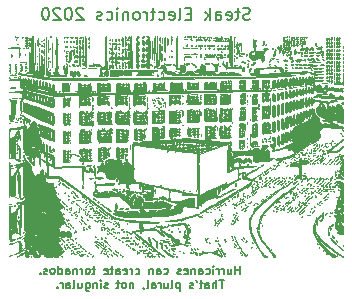
<source format=gbo>
G04 #@! TF.GenerationSoftware,KiCad,Pcbnew,5.0.2+dfsg1-1~bpo9+1*
G04 #@! TF.CreationDate,2020-09-02T01:24:02-04:00*
G04 #@! TF.ProjectId,pcb,7063622e-6b69-4636-9164-5f7063625858,rev?*
G04 #@! TF.SameCoordinates,Original*
G04 #@! TF.FileFunction,Legend,Bot*
G04 #@! TF.FilePolarity,Positive*
%FSLAX46Y46*%
G04 Gerber Fmt 4.6, Leading zero omitted, Abs format (unit mm)*
G04 Created by KiCad (PCBNEW 5.0.2+dfsg1-1~bpo9+1) date Wed 02 Sep 2020 01:24:02 AM EDT*
%MOMM*%
%LPD*%
G01*
G04 APERTURE LIST*
%ADD10C,0.152400*%
%ADD11C,0.010000*%
G04 APERTURE END LIST*
D10*
X138498000Y-88522266D02*
X138498000Y-87822266D01*
X138498000Y-88155600D02*
X138098000Y-88155600D01*
X138098000Y-88522266D02*
X138098000Y-87822266D01*
X137464666Y-88055600D02*
X137464666Y-88522266D01*
X137764666Y-88055600D02*
X137764666Y-88422266D01*
X137731333Y-88488933D01*
X137664666Y-88522266D01*
X137564666Y-88522266D01*
X137498000Y-88488933D01*
X137464666Y-88455600D01*
X137131333Y-88522266D02*
X137131333Y-88055600D01*
X137131333Y-88188933D02*
X137098000Y-88122266D01*
X137064666Y-88088933D01*
X136998000Y-88055600D01*
X136931333Y-88055600D01*
X136698000Y-88522266D02*
X136698000Y-88055600D01*
X136698000Y-88188933D02*
X136664666Y-88122266D01*
X136631333Y-88088933D01*
X136564666Y-88055600D01*
X136498000Y-88055600D01*
X136264666Y-88522266D02*
X136264666Y-88055600D01*
X136264666Y-87822266D02*
X136298000Y-87855600D01*
X136264666Y-87888933D01*
X136231333Y-87855600D01*
X136264666Y-87822266D01*
X136264666Y-87888933D01*
X135631333Y-88488933D02*
X135698000Y-88522266D01*
X135831333Y-88522266D01*
X135898000Y-88488933D01*
X135931333Y-88455600D01*
X135964666Y-88388933D01*
X135964666Y-88188933D01*
X135931333Y-88122266D01*
X135898000Y-88088933D01*
X135831333Y-88055600D01*
X135698000Y-88055600D01*
X135631333Y-88088933D01*
X135031333Y-88522266D02*
X135031333Y-88155600D01*
X135064666Y-88088933D01*
X135131333Y-88055600D01*
X135264666Y-88055600D01*
X135331333Y-88088933D01*
X135031333Y-88488933D02*
X135098000Y-88522266D01*
X135264666Y-88522266D01*
X135331333Y-88488933D01*
X135364666Y-88422266D01*
X135364666Y-88355600D01*
X135331333Y-88288933D01*
X135264666Y-88255600D01*
X135098000Y-88255600D01*
X135031333Y-88222266D01*
X134698000Y-88055600D02*
X134698000Y-88522266D01*
X134698000Y-88122266D02*
X134664666Y-88088933D01*
X134598000Y-88055600D01*
X134498000Y-88055600D01*
X134431333Y-88088933D01*
X134398000Y-88155600D01*
X134398000Y-88522266D01*
X133798000Y-88488933D02*
X133864666Y-88522266D01*
X133998000Y-88522266D01*
X134064666Y-88488933D01*
X134098000Y-88422266D01*
X134098000Y-88155600D01*
X134064666Y-88088933D01*
X133998000Y-88055600D01*
X133864666Y-88055600D01*
X133798000Y-88088933D01*
X133764666Y-88155600D01*
X133764666Y-88222266D01*
X134098000Y-88288933D01*
X133498000Y-88488933D02*
X133431333Y-88522266D01*
X133298000Y-88522266D01*
X133231333Y-88488933D01*
X133198000Y-88422266D01*
X133198000Y-88388933D01*
X133231333Y-88322266D01*
X133298000Y-88288933D01*
X133398000Y-88288933D01*
X133464666Y-88255600D01*
X133498000Y-88188933D01*
X133498000Y-88155600D01*
X133464666Y-88088933D01*
X133398000Y-88055600D01*
X133298000Y-88055600D01*
X133231333Y-88088933D01*
X132064666Y-88488933D02*
X132131333Y-88522266D01*
X132264666Y-88522266D01*
X132331333Y-88488933D01*
X132364666Y-88455600D01*
X132398000Y-88388933D01*
X132398000Y-88188933D01*
X132364666Y-88122266D01*
X132331333Y-88088933D01*
X132264666Y-88055600D01*
X132131333Y-88055600D01*
X132064666Y-88088933D01*
X131464666Y-88522266D02*
X131464666Y-88155600D01*
X131498000Y-88088933D01*
X131564666Y-88055600D01*
X131698000Y-88055600D01*
X131764666Y-88088933D01*
X131464666Y-88488933D02*
X131531333Y-88522266D01*
X131698000Y-88522266D01*
X131764666Y-88488933D01*
X131798000Y-88422266D01*
X131798000Y-88355600D01*
X131764666Y-88288933D01*
X131698000Y-88255600D01*
X131531333Y-88255600D01*
X131464666Y-88222266D01*
X131131333Y-88055600D02*
X131131333Y-88522266D01*
X131131333Y-88122266D02*
X131098000Y-88088933D01*
X131031333Y-88055600D01*
X130931333Y-88055600D01*
X130864666Y-88088933D01*
X130831333Y-88155600D01*
X130831333Y-88522266D01*
X129664666Y-88488933D02*
X129731333Y-88522266D01*
X129864666Y-88522266D01*
X129931333Y-88488933D01*
X129964666Y-88455600D01*
X129998000Y-88388933D01*
X129998000Y-88188933D01*
X129964666Y-88122266D01*
X129931333Y-88088933D01*
X129864666Y-88055600D01*
X129731333Y-88055600D01*
X129664666Y-88088933D01*
X129364666Y-88522266D02*
X129364666Y-88055600D01*
X129364666Y-88188933D02*
X129331333Y-88122266D01*
X129298000Y-88088933D01*
X129231333Y-88055600D01*
X129164666Y-88055600D01*
X128664666Y-88488933D02*
X128731333Y-88522266D01*
X128864666Y-88522266D01*
X128931333Y-88488933D01*
X128964666Y-88422266D01*
X128964666Y-88155600D01*
X128931333Y-88088933D01*
X128864666Y-88055600D01*
X128731333Y-88055600D01*
X128664666Y-88088933D01*
X128631333Y-88155600D01*
X128631333Y-88222266D01*
X128964666Y-88288933D01*
X128031333Y-88522266D02*
X128031333Y-88155600D01*
X128064666Y-88088933D01*
X128131333Y-88055600D01*
X128264666Y-88055600D01*
X128331333Y-88088933D01*
X128031333Y-88488933D02*
X128098000Y-88522266D01*
X128264666Y-88522266D01*
X128331333Y-88488933D01*
X128364666Y-88422266D01*
X128364666Y-88355600D01*
X128331333Y-88288933D01*
X128264666Y-88255600D01*
X128098000Y-88255600D01*
X128031333Y-88222266D01*
X127798000Y-88055600D02*
X127531333Y-88055600D01*
X127698000Y-87822266D02*
X127698000Y-88422266D01*
X127664666Y-88488933D01*
X127598000Y-88522266D01*
X127531333Y-88522266D01*
X127031333Y-88488933D02*
X127098000Y-88522266D01*
X127231333Y-88522266D01*
X127298000Y-88488933D01*
X127331333Y-88422266D01*
X127331333Y-88155600D01*
X127298000Y-88088933D01*
X127231333Y-88055600D01*
X127098000Y-88055600D01*
X127031333Y-88088933D01*
X126998000Y-88155600D01*
X126998000Y-88222266D01*
X127331333Y-88288933D01*
X126264666Y-88055600D02*
X125998000Y-88055600D01*
X126164666Y-87822266D02*
X126164666Y-88422266D01*
X126131333Y-88488933D01*
X126064666Y-88522266D01*
X125998000Y-88522266D01*
X125664666Y-88522266D02*
X125731333Y-88488933D01*
X125764666Y-88455600D01*
X125798000Y-88388933D01*
X125798000Y-88188933D01*
X125764666Y-88122266D01*
X125731333Y-88088933D01*
X125664666Y-88055600D01*
X125564666Y-88055600D01*
X125498000Y-88088933D01*
X125464666Y-88122266D01*
X125431333Y-88188933D01*
X125431333Y-88388933D01*
X125464666Y-88455600D01*
X125498000Y-88488933D01*
X125564666Y-88522266D01*
X125664666Y-88522266D01*
X125131333Y-88522266D02*
X125131333Y-88055600D01*
X125131333Y-88188933D02*
X125098000Y-88122266D01*
X125064666Y-88088933D01*
X124998000Y-88055600D01*
X124931333Y-88055600D01*
X124698000Y-88055600D02*
X124698000Y-88522266D01*
X124698000Y-88122266D02*
X124664666Y-88088933D01*
X124598000Y-88055600D01*
X124498000Y-88055600D01*
X124431333Y-88088933D01*
X124398000Y-88155600D01*
X124398000Y-88522266D01*
X123764666Y-88522266D02*
X123764666Y-88155600D01*
X123798000Y-88088933D01*
X123864666Y-88055600D01*
X123998000Y-88055600D01*
X124064666Y-88088933D01*
X123764666Y-88488933D02*
X123831333Y-88522266D01*
X123998000Y-88522266D01*
X124064666Y-88488933D01*
X124098000Y-88422266D01*
X124098000Y-88355600D01*
X124064666Y-88288933D01*
X123998000Y-88255600D01*
X123831333Y-88255600D01*
X123764666Y-88222266D01*
X123131333Y-88522266D02*
X123131333Y-87822266D01*
X123131333Y-88488933D02*
X123198000Y-88522266D01*
X123331333Y-88522266D01*
X123398000Y-88488933D01*
X123431333Y-88455600D01*
X123464666Y-88388933D01*
X123464666Y-88188933D01*
X123431333Y-88122266D01*
X123398000Y-88088933D01*
X123331333Y-88055600D01*
X123198000Y-88055600D01*
X123131333Y-88088933D01*
X122698000Y-88522266D02*
X122764666Y-88488933D01*
X122798000Y-88455600D01*
X122831333Y-88388933D01*
X122831333Y-88188933D01*
X122798000Y-88122266D01*
X122764666Y-88088933D01*
X122698000Y-88055600D01*
X122598000Y-88055600D01*
X122531333Y-88088933D01*
X122498000Y-88122266D01*
X122464666Y-88188933D01*
X122464666Y-88388933D01*
X122498000Y-88455600D01*
X122531333Y-88488933D01*
X122598000Y-88522266D01*
X122698000Y-88522266D01*
X122198000Y-88488933D02*
X122131333Y-88522266D01*
X121998000Y-88522266D01*
X121931333Y-88488933D01*
X121898000Y-88422266D01*
X121898000Y-88388933D01*
X121931333Y-88322266D01*
X121998000Y-88288933D01*
X122098000Y-88288933D01*
X122164666Y-88255600D01*
X122198000Y-88188933D01*
X122198000Y-88155600D01*
X122164666Y-88088933D01*
X122098000Y-88055600D01*
X121998000Y-88055600D01*
X121931333Y-88088933D01*
X121598000Y-88455600D02*
X121564666Y-88488933D01*
X121598000Y-88522266D01*
X121631333Y-88488933D01*
X121598000Y-88455600D01*
X121598000Y-88522266D01*
X137148000Y-89024666D02*
X136748000Y-89024666D01*
X136948000Y-89724666D02*
X136948000Y-89024666D01*
X136514666Y-89724666D02*
X136514666Y-89024666D01*
X136214666Y-89724666D02*
X136214666Y-89358000D01*
X136248000Y-89291333D01*
X136314666Y-89258000D01*
X136414666Y-89258000D01*
X136481333Y-89291333D01*
X136514666Y-89324666D01*
X135581333Y-89724666D02*
X135581333Y-89358000D01*
X135614666Y-89291333D01*
X135681333Y-89258000D01*
X135814666Y-89258000D01*
X135881333Y-89291333D01*
X135581333Y-89691333D02*
X135648000Y-89724666D01*
X135814666Y-89724666D01*
X135881333Y-89691333D01*
X135914666Y-89624666D01*
X135914666Y-89558000D01*
X135881333Y-89491333D01*
X135814666Y-89458000D01*
X135648000Y-89458000D01*
X135581333Y-89424666D01*
X135348000Y-89258000D02*
X135081333Y-89258000D01*
X135248000Y-89024666D02*
X135248000Y-89624666D01*
X135214666Y-89691333D01*
X135148000Y-89724666D01*
X135081333Y-89724666D01*
X134814666Y-89024666D02*
X134881333Y-89158000D01*
X134548000Y-89691333D02*
X134481333Y-89724666D01*
X134348000Y-89724666D01*
X134281333Y-89691333D01*
X134248000Y-89624666D01*
X134248000Y-89591333D01*
X134281333Y-89524666D01*
X134348000Y-89491333D01*
X134448000Y-89491333D01*
X134514666Y-89458000D01*
X134548000Y-89391333D01*
X134548000Y-89358000D01*
X134514666Y-89291333D01*
X134448000Y-89258000D01*
X134348000Y-89258000D01*
X134281333Y-89291333D01*
X133414666Y-89258000D02*
X133414666Y-89958000D01*
X133414666Y-89291333D02*
X133347999Y-89258000D01*
X133214666Y-89258000D01*
X133147999Y-89291333D01*
X133114666Y-89324666D01*
X133081333Y-89391333D01*
X133081333Y-89591333D01*
X133114666Y-89658000D01*
X133147999Y-89691333D01*
X133214666Y-89724666D01*
X133347999Y-89724666D01*
X133414666Y-89691333D01*
X132681333Y-89724666D02*
X132747999Y-89691333D01*
X132781333Y-89624666D01*
X132781333Y-89024666D01*
X132114666Y-89258000D02*
X132114666Y-89724666D01*
X132414666Y-89258000D02*
X132414666Y-89624666D01*
X132381333Y-89691333D01*
X132314666Y-89724666D01*
X132214666Y-89724666D01*
X132147999Y-89691333D01*
X132114666Y-89658000D01*
X131781333Y-89724666D02*
X131781333Y-89258000D01*
X131781333Y-89391333D02*
X131747999Y-89324666D01*
X131714666Y-89291333D01*
X131647999Y-89258000D01*
X131581333Y-89258000D01*
X131047999Y-89724666D02*
X131047999Y-89358000D01*
X131081333Y-89291333D01*
X131147999Y-89258000D01*
X131281333Y-89258000D01*
X131347999Y-89291333D01*
X131047999Y-89691333D02*
X131114666Y-89724666D01*
X131281333Y-89724666D01*
X131347999Y-89691333D01*
X131381333Y-89624666D01*
X131381333Y-89558000D01*
X131347999Y-89491333D01*
X131281333Y-89458000D01*
X131114666Y-89458000D01*
X131047999Y-89424666D01*
X130614666Y-89724666D02*
X130681333Y-89691333D01*
X130714666Y-89624666D01*
X130714666Y-89024666D01*
X130314666Y-89691333D02*
X130314666Y-89724666D01*
X130347999Y-89791333D01*
X130381333Y-89824666D01*
X129481333Y-89258000D02*
X129481333Y-89724666D01*
X129481333Y-89324666D02*
X129447999Y-89291333D01*
X129381333Y-89258000D01*
X129281333Y-89258000D01*
X129214666Y-89291333D01*
X129181333Y-89358000D01*
X129181333Y-89724666D01*
X128747999Y-89724666D02*
X128814666Y-89691333D01*
X128847999Y-89658000D01*
X128881333Y-89591333D01*
X128881333Y-89391333D01*
X128847999Y-89324666D01*
X128814666Y-89291333D01*
X128747999Y-89258000D01*
X128647999Y-89258000D01*
X128581333Y-89291333D01*
X128547999Y-89324666D01*
X128514666Y-89391333D01*
X128514666Y-89591333D01*
X128547999Y-89658000D01*
X128581333Y-89691333D01*
X128647999Y-89724666D01*
X128747999Y-89724666D01*
X128314666Y-89258000D02*
X128047999Y-89258000D01*
X128214666Y-89024666D02*
X128214666Y-89624666D01*
X128181333Y-89691333D01*
X128114666Y-89724666D01*
X128047999Y-89724666D01*
X127314666Y-89691333D02*
X127247999Y-89724666D01*
X127114666Y-89724666D01*
X127047999Y-89691333D01*
X127014666Y-89624666D01*
X127014666Y-89591333D01*
X127047999Y-89524666D01*
X127114666Y-89491333D01*
X127214666Y-89491333D01*
X127281333Y-89458000D01*
X127314666Y-89391333D01*
X127314666Y-89358000D01*
X127281333Y-89291333D01*
X127214666Y-89258000D01*
X127114666Y-89258000D01*
X127047999Y-89291333D01*
X126714666Y-89724666D02*
X126714666Y-89258000D01*
X126714666Y-89024666D02*
X126747999Y-89058000D01*
X126714666Y-89091333D01*
X126681333Y-89058000D01*
X126714666Y-89024666D01*
X126714666Y-89091333D01*
X126381333Y-89258000D02*
X126381333Y-89724666D01*
X126381333Y-89324666D02*
X126347999Y-89291333D01*
X126281333Y-89258000D01*
X126181333Y-89258000D01*
X126114666Y-89291333D01*
X126081333Y-89358000D01*
X126081333Y-89724666D01*
X125447999Y-89258000D02*
X125447999Y-89824666D01*
X125481333Y-89891333D01*
X125514666Y-89924666D01*
X125581333Y-89958000D01*
X125681333Y-89958000D01*
X125747999Y-89924666D01*
X125447999Y-89691333D02*
X125514666Y-89724666D01*
X125647999Y-89724666D01*
X125714666Y-89691333D01*
X125747999Y-89658000D01*
X125781333Y-89591333D01*
X125781333Y-89391333D01*
X125747999Y-89324666D01*
X125714666Y-89291333D01*
X125647999Y-89258000D01*
X125514666Y-89258000D01*
X125447999Y-89291333D01*
X124814666Y-89258000D02*
X124814666Y-89724666D01*
X125114666Y-89258000D02*
X125114666Y-89624666D01*
X125081333Y-89691333D01*
X125014666Y-89724666D01*
X124914666Y-89724666D01*
X124847999Y-89691333D01*
X124814666Y-89658000D01*
X124381333Y-89724666D02*
X124447999Y-89691333D01*
X124481333Y-89624666D01*
X124481333Y-89024666D01*
X123814666Y-89724666D02*
X123814666Y-89358000D01*
X123847999Y-89291333D01*
X123914666Y-89258000D01*
X124047999Y-89258000D01*
X124114666Y-89291333D01*
X123814666Y-89691333D02*
X123881333Y-89724666D01*
X124047999Y-89724666D01*
X124114666Y-89691333D01*
X124147999Y-89624666D01*
X124147999Y-89558000D01*
X124114666Y-89491333D01*
X124047999Y-89458000D01*
X123881333Y-89458000D01*
X123814666Y-89424666D01*
X123481333Y-89724666D02*
X123481333Y-89258000D01*
X123481333Y-89391333D02*
X123447999Y-89324666D01*
X123414666Y-89291333D01*
X123347999Y-89258000D01*
X123281333Y-89258000D01*
X123047999Y-89658000D02*
X123014666Y-89691333D01*
X123047999Y-89724666D01*
X123081333Y-89691333D01*
X123047999Y-89658000D01*
X123047999Y-89724666D01*
X139361333Y-66959238D02*
X139216190Y-67007619D01*
X138974285Y-67007619D01*
X138877523Y-66959238D01*
X138829142Y-66910857D01*
X138780761Y-66814095D01*
X138780761Y-66717333D01*
X138829142Y-66620571D01*
X138877523Y-66572190D01*
X138974285Y-66523809D01*
X139167809Y-66475428D01*
X139264571Y-66427047D01*
X139312952Y-66378666D01*
X139361333Y-66281904D01*
X139361333Y-66185142D01*
X139312952Y-66088380D01*
X139264571Y-66040000D01*
X139167809Y-65991619D01*
X138925904Y-65991619D01*
X138780761Y-66040000D01*
X138490476Y-66330285D02*
X138103428Y-66330285D01*
X138345333Y-65991619D02*
X138345333Y-66862476D01*
X138296952Y-66959238D01*
X138200190Y-67007619D01*
X138103428Y-67007619D01*
X137377714Y-66959238D02*
X137474476Y-67007619D01*
X137668000Y-67007619D01*
X137764761Y-66959238D01*
X137813142Y-66862476D01*
X137813142Y-66475428D01*
X137764761Y-66378666D01*
X137668000Y-66330285D01*
X137474476Y-66330285D01*
X137377714Y-66378666D01*
X137329333Y-66475428D01*
X137329333Y-66572190D01*
X137813142Y-66668952D01*
X136458476Y-67007619D02*
X136458476Y-66475428D01*
X136506857Y-66378666D01*
X136603619Y-66330285D01*
X136797142Y-66330285D01*
X136893904Y-66378666D01*
X136458476Y-66959238D02*
X136555238Y-67007619D01*
X136797142Y-67007619D01*
X136893904Y-66959238D01*
X136942285Y-66862476D01*
X136942285Y-66765714D01*
X136893904Y-66668952D01*
X136797142Y-66620571D01*
X136555238Y-66620571D01*
X136458476Y-66572190D01*
X135974666Y-67007619D02*
X135974666Y-65991619D01*
X135877904Y-66620571D02*
X135587619Y-67007619D01*
X135587619Y-66330285D02*
X135974666Y-66717333D01*
X134378095Y-66475428D02*
X134039428Y-66475428D01*
X133894285Y-67007619D02*
X134378095Y-67007619D01*
X134378095Y-65991619D01*
X133894285Y-65991619D01*
X133313714Y-67007619D02*
X133410476Y-66959238D01*
X133458857Y-66862476D01*
X133458857Y-65991619D01*
X132539619Y-66959238D02*
X132636380Y-67007619D01*
X132829904Y-67007619D01*
X132926666Y-66959238D01*
X132975047Y-66862476D01*
X132975047Y-66475428D01*
X132926666Y-66378666D01*
X132829904Y-66330285D01*
X132636380Y-66330285D01*
X132539619Y-66378666D01*
X132491238Y-66475428D01*
X132491238Y-66572190D01*
X132975047Y-66668952D01*
X131620380Y-66959238D02*
X131717142Y-67007619D01*
X131910666Y-67007619D01*
X132007428Y-66959238D01*
X132055809Y-66910857D01*
X132104190Y-66814095D01*
X132104190Y-66523809D01*
X132055809Y-66427047D01*
X132007428Y-66378666D01*
X131910666Y-66330285D01*
X131717142Y-66330285D01*
X131620380Y-66378666D01*
X131330095Y-66330285D02*
X130943047Y-66330285D01*
X131184952Y-65991619D02*
X131184952Y-66862476D01*
X131136571Y-66959238D01*
X131039809Y-67007619D01*
X130943047Y-67007619D01*
X130604380Y-67007619D02*
X130604380Y-66330285D01*
X130604380Y-66523809D02*
X130555999Y-66427047D01*
X130507619Y-66378666D01*
X130410857Y-66330285D01*
X130314095Y-66330285D01*
X129830285Y-67007619D02*
X129927047Y-66959238D01*
X129975428Y-66910857D01*
X130023809Y-66814095D01*
X130023809Y-66523809D01*
X129975428Y-66427047D01*
X129927047Y-66378666D01*
X129830285Y-66330285D01*
X129685142Y-66330285D01*
X129588380Y-66378666D01*
X129539999Y-66427047D01*
X129491619Y-66523809D01*
X129491619Y-66814095D01*
X129539999Y-66910857D01*
X129588380Y-66959238D01*
X129685142Y-67007619D01*
X129830285Y-67007619D01*
X129056190Y-66330285D02*
X129056190Y-67007619D01*
X129056190Y-66427047D02*
X129007809Y-66378666D01*
X128911047Y-66330285D01*
X128765904Y-66330285D01*
X128669142Y-66378666D01*
X128620761Y-66475428D01*
X128620761Y-67007619D01*
X128136952Y-67007619D02*
X128136952Y-66330285D01*
X128136952Y-65991619D02*
X128185333Y-66040000D01*
X128136952Y-66088380D01*
X128088571Y-66040000D01*
X128136952Y-65991619D01*
X128136952Y-66088380D01*
X127217714Y-66959238D02*
X127314476Y-67007619D01*
X127507999Y-67007619D01*
X127604761Y-66959238D01*
X127653142Y-66910857D01*
X127701523Y-66814095D01*
X127701523Y-66523809D01*
X127653142Y-66427047D01*
X127604761Y-66378666D01*
X127507999Y-66330285D01*
X127314476Y-66330285D01*
X127217714Y-66378666D01*
X126830666Y-66959238D02*
X126733904Y-67007619D01*
X126540380Y-67007619D01*
X126443619Y-66959238D01*
X126395238Y-66862476D01*
X126395238Y-66814095D01*
X126443619Y-66717333D01*
X126540380Y-66668952D01*
X126685523Y-66668952D01*
X126782285Y-66620571D01*
X126830666Y-66523809D01*
X126830666Y-66475428D01*
X126782285Y-66378666D01*
X126685523Y-66330285D01*
X126540380Y-66330285D01*
X126443619Y-66378666D01*
X125234095Y-66088380D02*
X125185714Y-66040000D01*
X125088952Y-65991619D01*
X124847047Y-65991619D01*
X124750285Y-66040000D01*
X124701904Y-66088380D01*
X124653523Y-66185142D01*
X124653523Y-66281904D01*
X124701904Y-66427047D01*
X125282476Y-67007619D01*
X124653523Y-67007619D01*
X124024571Y-65991619D02*
X123927809Y-65991619D01*
X123831047Y-66040000D01*
X123782666Y-66088380D01*
X123734285Y-66185142D01*
X123685904Y-66378666D01*
X123685904Y-66620571D01*
X123734285Y-66814095D01*
X123782666Y-66910857D01*
X123831047Y-66959238D01*
X123927809Y-67007619D01*
X124024571Y-67007619D01*
X124121333Y-66959238D01*
X124169714Y-66910857D01*
X124218095Y-66814095D01*
X124266476Y-66620571D01*
X124266476Y-66378666D01*
X124218095Y-66185142D01*
X124169714Y-66088380D01*
X124121333Y-66040000D01*
X124024571Y-65991619D01*
X123298857Y-66088380D02*
X123250476Y-66040000D01*
X123153714Y-65991619D01*
X122911809Y-65991619D01*
X122815047Y-66040000D01*
X122766666Y-66088380D01*
X122718285Y-66185142D01*
X122718285Y-66281904D01*
X122766666Y-66427047D01*
X123347238Y-67007619D01*
X122718285Y-67007619D01*
X122089333Y-65991619D02*
X121992571Y-65991619D01*
X121895809Y-66040000D01*
X121847428Y-66088380D01*
X121799047Y-66185142D01*
X121750666Y-66378666D01*
X121750666Y-66620571D01*
X121799047Y-66814095D01*
X121847428Y-66910857D01*
X121895809Y-66959238D01*
X121992571Y-67007619D01*
X122089333Y-67007619D01*
X122186095Y-66959238D01*
X122234476Y-66910857D01*
X122282857Y-66814095D01*
X122331238Y-66620571D01*
X122331238Y-66378666D01*
X122282857Y-66185142D01*
X122234476Y-66088380D01*
X122186095Y-66040000D01*
X122089333Y-65991619D01*
D11*
G04 #@! TO.C,G\002A\002A\002A*
G36*
X141435667Y-71268166D02*
X141428067Y-71343526D01*
X141435667Y-71352833D01*
X141473418Y-71344116D01*
X141478000Y-71310500D01*
X141454767Y-71258232D01*
X141435667Y-71268166D01*
X141435667Y-71268166D01*
G37*
X141435667Y-71268166D02*
X141428067Y-71343526D01*
X141435667Y-71352833D01*
X141473418Y-71344116D01*
X141478000Y-71310500D01*
X141454767Y-71258232D01*
X141435667Y-71268166D01*
G36*
X136155064Y-73393329D02*
X136144000Y-73437750D01*
X136194830Y-73521936D01*
X136239250Y-73533000D01*
X136323437Y-73482170D01*
X136334500Y-73437750D01*
X136283671Y-73353563D01*
X136239250Y-73342500D01*
X136155064Y-73393329D01*
X136155064Y-73393329D01*
G37*
X136155064Y-73393329D02*
X136144000Y-73437750D01*
X136194830Y-73521936D01*
X136239250Y-73533000D01*
X136323437Y-73482170D01*
X136334500Y-73437750D01*
X136283671Y-73353563D01*
X136239250Y-73342500D01*
X136155064Y-73393329D01*
G36*
X136165976Y-73611342D02*
X136149858Y-73678323D01*
X136183086Y-73831119D01*
X136184024Y-73834625D01*
X136240322Y-73956815D01*
X136296541Y-73960556D01*
X136331332Y-73852605D01*
X136334500Y-73787000D01*
X136306102Y-73635760D01*
X136239250Y-73596500D01*
X136165976Y-73611342D01*
X136165976Y-73611342D01*
G37*
X136165976Y-73611342D02*
X136149858Y-73678323D01*
X136183086Y-73831119D01*
X136184024Y-73834625D01*
X136240322Y-73956815D01*
X136296541Y-73960556D01*
X136331332Y-73852605D01*
X136334500Y-73787000D01*
X136306102Y-73635760D01*
X136239250Y-73596500D01*
X136165976Y-73611342D01*
G36*
X133286500Y-77344992D02*
X133337963Y-77399570D01*
X133381750Y-77406500D01*
X133466473Y-77392914D01*
X133477000Y-77381543D01*
X133427346Y-77340598D01*
X133381750Y-77320036D01*
X133299984Y-77318716D01*
X133286500Y-77344992D01*
X133286500Y-77344992D01*
G37*
X133286500Y-77344992D02*
X133337963Y-77399570D01*
X133381750Y-77406500D01*
X133466473Y-77392914D01*
X133477000Y-77381543D01*
X133427346Y-77340598D01*
X133381750Y-77320036D01*
X133299984Y-77318716D01*
X133286500Y-77344992D01*
G36*
X134721345Y-77350354D02*
X134704675Y-77372866D01*
X134813611Y-77411210D01*
X134889875Y-77430526D01*
X135020621Y-77442180D01*
X135064500Y-77407709D01*
X135009094Y-77363217D01*
X134874603Y-77343099D01*
X134863417Y-77343000D01*
X134721345Y-77350354D01*
X134721345Y-77350354D01*
G37*
X134721345Y-77350354D02*
X134704675Y-77372866D01*
X134813611Y-77411210D01*
X134889875Y-77430526D01*
X135020621Y-77442180D01*
X135064500Y-77407709D01*
X135009094Y-77363217D01*
X134874603Y-77343099D01*
X134863417Y-77343000D01*
X134721345Y-77350354D01*
G36*
X132762625Y-77491445D02*
X132754648Y-77514622D01*
X132842000Y-77523473D01*
X132932147Y-77513494D01*
X132921375Y-77491445D01*
X132791369Y-77483058D01*
X132762625Y-77491445D01*
X132762625Y-77491445D01*
G37*
X132762625Y-77491445D02*
X132754648Y-77514622D01*
X132842000Y-77523473D01*
X132932147Y-77513494D01*
X132921375Y-77491445D01*
X132791369Y-77483058D01*
X132762625Y-77491445D01*
G36*
X133258450Y-77494444D02*
X133254750Y-77533500D01*
X133346627Y-77591928D01*
X133385498Y-77597000D01*
X133467568Y-77561495D01*
X133477000Y-77533500D01*
X133423656Y-77482406D01*
X133346253Y-77470000D01*
X133258450Y-77494444D01*
X133258450Y-77494444D01*
G37*
X133258450Y-77494444D02*
X133254750Y-77533500D01*
X133346627Y-77591928D01*
X133385498Y-77597000D01*
X133467568Y-77561495D01*
X133477000Y-77533500D01*
X133423656Y-77482406D01*
X133346253Y-77470000D01*
X133258450Y-77494444D01*
G36*
X133564315Y-77496592D02*
X133540500Y-77533500D01*
X133593685Y-77585092D01*
X133667500Y-77597000D01*
X133770686Y-77570407D01*
X133794500Y-77533500D01*
X133741316Y-77481907D01*
X133667500Y-77470000D01*
X133564315Y-77496592D01*
X133564315Y-77496592D01*
G37*
X133564315Y-77496592D02*
X133540500Y-77533500D01*
X133593685Y-77585092D01*
X133667500Y-77597000D01*
X133770686Y-77570407D01*
X133794500Y-77533500D01*
X133741316Y-77481907D01*
X133667500Y-77470000D01*
X133564315Y-77496592D01*
G36*
X131719123Y-77521593D02*
X131711553Y-77620836D01*
X131724136Y-77643302D01*
X131752997Y-77624363D01*
X131757487Y-77559958D01*
X131741979Y-77492201D01*
X131719123Y-77521593D01*
X131719123Y-77521593D01*
G37*
X131719123Y-77521593D02*
X131711553Y-77620836D01*
X131724136Y-77643302D01*
X131752997Y-77624363D01*
X131757487Y-77559958D01*
X131741979Y-77492201D01*
X131719123Y-77521593D01*
G36*
X134694564Y-77584329D02*
X134683500Y-77628750D01*
X134734330Y-77712936D01*
X134778750Y-77724000D01*
X134862937Y-77673170D01*
X134874000Y-77628750D01*
X134823171Y-77544563D01*
X134778750Y-77533500D01*
X134694564Y-77584329D01*
X134694564Y-77584329D01*
G37*
X134694564Y-77584329D02*
X134683500Y-77628750D01*
X134734330Y-77712936D01*
X134778750Y-77724000D01*
X134862937Y-77673170D01*
X134874000Y-77628750D01*
X134823171Y-77544563D01*
X134778750Y-77533500D01*
X134694564Y-77584329D01*
G36*
X134944665Y-77584932D02*
X134937500Y-77628750D01*
X134971789Y-77713253D01*
X135001000Y-77724000D01*
X135057336Y-77672567D01*
X135064500Y-77628750D01*
X135030212Y-77544246D01*
X135001000Y-77533500D01*
X134944665Y-77584932D01*
X134944665Y-77584932D01*
G37*
X134944665Y-77584932D02*
X134937500Y-77628750D01*
X134971789Y-77713253D01*
X135001000Y-77724000D01*
X135057336Y-77672567D01*
X135064500Y-77628750D01*
X135030212Y-77544246D01*
X135001000Y-77533500D01*
X134944665Y-77584932D01*
G36*
X135159072Y-77566620D02*
X135128000Y-77628750D01*
X135183201Y-77705357D01*
X135286750Y-77724000D01*
X135414429Y-77690879D01*
X135445500Y-77628750D01*
X135390300Y-77552142D01*
X135286750Y-77533500D01*
X135159072Y-77566620D01*
X135159072Y-77566620D01*
G37*
X135159072Y-77566620D02*
X135128000Y-77628750D01*
X135183201Y-77705357D01*
X135286750Y-77724000D01*
X135414429Y-77690879D01*
X135445500Y-77628750D01*
X135390300Y-77552142D01*
X135286750Y-77533500D01*
X135159072Y-77566620D01*
G36*
X136064625Y-77681945D02*
X136056648Y-77705122D01*
X136144000Y-77713973D01*
X136234147Y-77703994D01*
X136223375Y-77681945D01*
X136093369Y-77673558D01*
X136064625Y-77681945D01*
X136064625Y-77681945D01*
G37*
X136064625Y-77681945D02*
X136056648Y-77705122D01*
X136144000Y-77713973D01*
X136234147Y-77703994D01*
X136223375Y-77681945D01*
X136093369Y-77673558D01*
X136064625Y-77681945D01*
G36*
X133103024Y-77403468D02*
X133064948Y-77507923D01*
X133072188Y-77546343D01*
X133033777Y-77574838D01*
X132901445Y-77593213D01*
X132782248Y-77597000D01*
X132599899Y-77607630D01*
X132483497Y-77634842D01*
X132461000Y-77656752D01*
X132484022Y-77718523D01*
X132570190Y-77743452D01*
X132745154Y-77736182D01*
X132842000Y-77725740D01*
X133019550Y-77697007D01*
X133106873Y-77647908D01*
X133140572Y-77551513D01*
X133146460Y-77501750D01*
X133149808Y-77383128D01*
X133121784Y-77378748D01*
X133103024Y-77403468D01*
X133103024Y-77403468D01*
G37*
X133103024Y-77403468D02*
X133064948Y-77507923D01*
X133072188Y-77546343D01*
X133033777Y-77574838D01*
X132901445Y-77593213D01*
X132782248Y-77597000D01*
X132599899Y-77607630D01*
X132483497Y-77634842D01*
X132461000Y-77656752D01*
X132484022Y-77718523D01*
X132570190Y-77743452D01*
X132745154Y-77736182D01*
X132842000Y-77725740D01*
X133019550Y-77697007D01*
X133106873Y-77647908D01*
X133140572Y-77551513D01*
X133146460Y-77501750D01*
X133149808Y-77383128D01*
X133121784Y-77378748D01*
X133103024Y-77403468D01*
G36*
X134700698Y-77812635D02*
X134719637Y-77841496D01*
X134784042Y-77845986D01*
X134851799Y-77830478D01*
X134822407Y-77807622D01*
X134723164Y-77800052D01*
X134700698Y-77812635D01*
X134700698Y-77812635D01*
G37*
X134700698Y-77812635D02*
X134719637Y-77841496D01*
X134784042Y-77845986D01*
X134851799Y-77830478D01*
X134822407Y-77807622D01*
X134723164Y-77800052D01*
X134700698Y-77812635D01*
G36*
X134937500Y-77819250D02*
X134969250Y-77851000D01*
X135001000Y-77819250D01*
X134969250Y-77787500D01*
X134937500Y-77819250D01*
X134937500Y-77819250D01*
G37*
X134937500Y-77819250D02*
X134969250Y-77851000D01*
X135001000Y-77819250D01*
X134969250Y-77787500D01*
X134937500Y-77819250D01*
G36*
X135974667Y-77808666D02*
X135983384Y-77846417D01*
X136017000Y-77851000D01*
X136069268Y-77827766D01*
X136059334Y-77808666D01*
X135983974Y-77801066D01*
X135974667Y-77808666D01*
X135974667Y-77808666D01*
G37*
X135974667Y-77808666D02*
X135983384Y-77846417D01*
X136017000Y-77851000D01*
X136069268Y-77827766D01*
X136059334Y-77808666D01*
X135983974Y-77801066D01*
X135974667Y-77808666D01*
G36*
X133915871Y-77744654D02*
X133858402Y-77810575D01*
X133858000Y-77819250D01*
X133906195Y-77889698D01*
X134060009Y-77914327D01*
X134080250Y-77914500D01*
X134244630Y-77893845D01*
X134302099Y-77827924D01*
X134302500Y-77819250D01*
X134254306Y-77748801D01*
X134100492Y-77724172D01*
X134080250Y-77724000D01*
X133915871Y-77744654D01*
X133915871Y-77744654D01*
G37*
X133915871Y-77744654D02*
X133858402Y-77810575D01*
X133858000Y-77819250D01*
X133906195Y-77889698D01*
X134060009Y-77914327D01*
X134080250Y-77914500D01*
X134244630Y-77893845D01*
X134302099Y-77827924D01*
X134302500Y-77819250D01*
X134254306Y-77748801D01*
X134100492Y-77724172D01*
X134080250Y-77724000D01*
X133915871Y-77744654D01*
G36*
X135546974Y-77621570D02*
X135515151Y-77673181D01*
X135594776Y-77718681D01*
X135683625Y-77729013D01*
X135858250Y-77734026D01*
X135683625Y-77797804D01*
X135535878Y-77872792D01*
X135504042Y-77933367D01*
X135577062Y-77962371D01*
X135743879Y-77942648D01*
X135772359Y-77935482D01*
X135863662Y-77864973D01*
X135919610Y-77747476D01*
X135913526Y-77644282D01*
X135904261Y-77632426D01*
X135821036Y-77606550D01*
X135688917Y-77597000D01*
X135546974Y-77621570D01*
X135546974Y-77621570D01*
G37*
X135546974Y-77621570D02*
X135515151Y-77673181D01*
X135594776Y-77718681D01*
X135683625Y-77729013D01*
X135858250Y-77734026D01*
X135683625Y-77797804D01*
X135535878Y-77872792D01*
X135504042Y-77933367D01*
X135577062Y-77962371D01*
X135743879Y-77942648D01*
X135772359Y-77935482D01*
X135863662Y-77864973D01*
X135919610Y-77747476D01*
X135913526Y-77644282D01*
X135904261Y-77632426D01*
X135821036Y-77606550D01*
X135688917Y-77597000D01*
X135546974Y-77621570D01*
G36*
X135247063Y-77874812D02*
X135091370Y-77902720D01*
X134993585Y-77914498D01*
X134993063Y-77914500D01*
X134939066Y-77963052D01*
X134937500Y-77978000D01*
X134993835Y-78017763D01*
X135134564Y-78039880D01*
X135191500Y-78041500D01*
X135363743Y-78027697D01*
X135437437Y-77979208D01*
X135445500Y-77938312D01*
X135419116Y-77870448D01*
X135318978Y-77862586D01*
X135247063Y-77874812D01*
X135247063Y-77874812D01*
G37*
X135247063Y-77874812D02*
X135091370Y-77902720D01*
X134993585Y-77914498D01*
X134993063Y-77914500D01*
X134939066Y-77963052D01*
X134937500Y-77978000D01*
X134993835Y-78017763D01*
X135134564Y-78039880D01*
X135191500Y-78041500D01*
X135363743Y-78027697D01*
X135437437Y-77979208D01*
X135445500Y-77938312D01*
X135419116Y-77870448D01*
X135318978Y-77862586D01*
X135247063Y-77874812D01*
G36*
X134810500Y-78136750D02*
X134842250Y-78168500D01*
X134874000Y-78136750D01*
X134842250Y-78105000D01*
X134810500Y-78136750D01*
X134810500Y-78136750D01*
G37*
X134810500Y-78136750D02*
X134842250Y-78168500D01*
X134874000Y-78136750D01*
X134842250Y-78105000D01*
X134810500Y-78136750D01*
G36*
X134958667Y-78126166D02*
X134967384Y-78163917D01*
X135001000Y-78168500D01*
X135053268Y-78145266D01*
X135043334Y-78126166D01*
X134967974Y-78118566D01*
X134958667Y-78126166D01*
X134958667Y-78126166D01*
G37*
X134958667Y-78126166D02*
X134967384Y-78163917D01*
X135001000Y-78168500D01*
X135053268Y-78145266D01*
X135043334Y-78126166D01*
X134967974Y-78118566D01*
X134958667Y-78126166D01*
G36*
X129476500Y-77692250D02*
X129508250Y-77724000D01*
X129540000Y-77692250D01*
X129508250Y-77660500D01*
X129476500Y-77692250D01*
X129476500Y-77692250D01*
G37*
X129476500Y-77692250D02*
X129508250Y-77724000D01*
X129540000Y-77692250D01*
X129508250Y-77660500D01*
X129476500Y-77692250D01*
G36*
X132334000Y-78136750D02*
X132365750Y-78168500D01*
X132397500Y-78136750D01*
X132365750Y-78105000D01*
X132334000Y-78136750D01*
X132334000Y-78136750D01*
G37*
X132334000Y-78136750D02*
X132365750Y-78168500D01*
X132397500Y-78136750D01*
X132365750Y-78105000D01*
X132334000Y-78136750D01*
G36*
X132969000Y-78136750D02*
X133000750Y-78168500D01*
X133032500Y-78136750D01*
X133000750Y-78105000D01*
X132969000Y-78136750D01*
X132969000Y-78136750D01*
G37*
X132969000Y-78136750D02*
X133000750Y-78168500D01*
X133032500Y-78136750D01*
X133000750Y-78105000D01*
X132969000Y-78136750D01*
G36*
X129476500Y-79597250D02*
X129508250Y-79629000D01*
X129540000Y-79597250D01*
X129508250Y-79565500D01*
X129476500Y-79597250D01*
X129476500Y-79597250D01*
G37*
X129476500Y-79597250D02*
X129508250Y-79629000D01*
X129540000Y-79597250D01*
X129508250Y-79565500D01*
X129476500Y-79597250D01*
G36*
X129540000Y-80549750D02*
X129571750Y-80581500D01*
X129603500Y-80549750D01*
X129571750Y-80518000D01*
X129540000Y-80549750D01*
X129540000Y-80549750D01*
G37*
X129540000Y-80549750D02*
X129571750Y-80581500D01*
X129603500Y-80549750D01*
X129571750Y-80518000D01*
X129540000Y-80549750D01*
G36*
X133667500Y-81438750D02*
X133699250Y-81470500D01*
X133731000Y-81438750D01*
X133699250Y-81407000D01*
X133667500Y-81438750D01*
X133667500Y-81438750D01*
G37*
X133667500Y-81438750D02*
X133699250Y-81470500D01*
X133731000Y-81438750D01*
X133699250Y-81407000D01*
X133667500Y-81438750D01*
G36*
X134747000Y-81438750D02*
X134778750Y-81470500D01*
X134810500Y-81438750D01*
X134778750Y-81407000D01*
X134747000Y-81438750D01*
X134747000Y-81438750D01*
G37*
X134747000Y-81438750D02*
X134778750Y-81470500D01*
X134810500Y-81438750D01*
X134778750Y-81407000D01*
X134747000Y-81438750D01*
G36*
X134175500Y-81502250D02*
X134207250Y-81534000D01*
X134239000Y-81502250D01*
X134207250Y-81470500D01*
X134175500Y-81502250D01*
X134175500Y-81502250D01*
G37*
X134175500Y-81502250D02*
X134207250Y-81534000D01*
X134239000Y-81502250D01*
X134207250Y-81470500D01*
X134175500Y-81502250D01*
G36*
X122449167Y-78634166D02*
X122441567Y-78709526D01*
X122449167Y-78718833D01*
X122486918Y-78710116D01*
X122491500Y-78676500D01*
X122468267Y-78624232D01*
X122449167Y-78634166D01*
X122449167Y-78634166D01*
G37*
X122449167Y-78634166D02*
X122441567Y-78709526D01*
X122449167Y-78718833D01*
X122486918Y-78710116D01*
X122491500Y-78676500D01*
X122468267Y-78624232D01*
X122449167Y-78634166D01*
G36*
X122364500Y-78835250D02*
X122396250Y-78867000D01*
X122428000Y-78835250D01*
X122396250Y-78803500D01*
X122364500Y-78835250D01*
X122364500Y-78835250D01*
G37*
X122364500Y-78835250D02*
X122396250Y-78867000D01*
X122428000Y-78835250D01*
X122396250Y-78803500D01*
X122364500Y-78835250D01*
G36*
X119717623Y-83617593D02*
X119710053Y-83716836D01*
X119722636Y-83739302D01*
X119751497Y-83720363D01*
X119755987Y-83655958D01*
X119740479Y-83588201D01*
X119717623Y-83617593D01*
X119717623Y-83617593D01*
G37*
X119717623Y-83617593D02*
X119710053Y-83716836D01*
X119722636Y-83739302D01*
X119751497Y-83720363D01*
X119755987Y-83655958D01*
X119740479Y-83588201D01*
X119717623Y-83617593D01*
G36*
X119443500Y-68421250D02*
X119475250Y-68453000D01*
X119507000Y-68421250D01*
X119475250Y-68389500D01*
X119443500Y-68421250D01*
X119443500Y-68421250D01*
G37*
X119443500Y-68421250D02*
X119475250Y-68453000D01*
X119507000Y-68421250D01*
X119475250Y-68389500D01*
X119443500Y-68421250D01*
G36*
X128778000Y-68421250D02*
X128809750Y-68453000D01*
X128841500Y-68421250D01*
X128809750Y-68389500D01*
X128778000Y-68421250D01*
X128778000Y-68421250D01*
G37*
X128778000Y-68421250D02*
X128809750Y-68453000D01*
X128841500Y-68421250D01*
X128809750Y-68389500D01*
X128778000Y-68421250D01*
G36*
X132651500Y-68421250D02*
X132683250Y-68453000D01*
X132715000Y-68421250D01*
X132683250Y-68389500D01*
X132651500Y-68421250D01*
X132651500Y-68421250D01*
G37*
X132651500Y-68421250D02*
X132683250Y-68453000D01*
X132715000Y-68421250D01*
X132683250Y-68389500D01*
X132651500Y-68421250D01*
G36*
X133794500Y-68421250D02*
X133826250Y-68453000D01*
X133858000Y-68421250D01*
X133826250Y-68389500D01*
X133794500Y-68421250D01*
X133794500Y-68421250D01*
G37*
X133794500Y-68421250D02*
X133826250Y-68453000D01*
X133858000Y-68421250D01*
X133826250Y-68389500D01*
X133794500Y-68421250D01*
G36*
X134032625Y-68408185D02*
X134002534Y-68423889D01*
X134082314Y-68433852D01*
X134175500Y-68435704D01*
X134312841Y-68430751D01*
X134350543Y-68418086D01*
X134318375Y-68408185D01*
X134133338Y-68397680D01*
X134032625Y-68408185D01*
X134032625Y-68408185D01*
G37*
X134032625Y-68408185D02*
X134002534Y-68423889D01*
X134082314Y-68433852D01*
X134175500Y-68435704D01*
X134312841Y-68430751D01*
X134350543Y-68418086D01*
X134318375Y-68408185D01*
X134133338Y-68397680D01*
X134032625Y-68408185D01*
G36*
X134510198Y-68414635D02*
X134529137Y-68443496D01*
X134593542Y-68447986D01*
X134661299Y-68432478D01*
X134631907Y-68409622D01*
X134532664Y-68402052D01*
X134510198Y-68414635D01*
X134510198Y-68414635D01*
G37*
X134510198Y-68414635D02*
X134529137Y-68443496D01*
X134593542Y-68447986D01*
X134661299Y-68432478D01*
X134631907Y-68409622D01*
X134532664Y-68402052D01*
X134510198Y-68414635D01*
G36*
X136906000Y-68421250D02*
X136937750Y-68453000D01*
X136969500Y-68421250D01*
X136937750Y-68389500D01*
X136906000Y-68421250D01*
X136906000Y-68421250D01*
G37*
X136906000Y-68421250D02*
X136937750Y-68453000D01*
X136969500Y-68421250D01*
X136937750Y-68389500D01*
X136906000Y-68421250D01*
G36*
X119634000Y-68484750D02*
X119665750Y-68516500D01*
X119697500Y-68484750D01*
X119665750Y-68453000D01*
X119634000Y-68484750D01*
X119634000Y-68484750D01*
G37*
X119634000Y-68484750D02*
X119665750Y-68516500D01*
X119697500Y-68484750D01*
X119665750Y-68453000D01*
X119634000Y-68484750D01*
G36*
X120113549Y-68428771D02*
X120024168Y-68480012D01*
X120039141Y-68513147D01*
X120074753Y-68516500D01*
X120160860Y-68470381D01*
X120173301Y-68453727D01*
X120163080Y-68417643D01*
X120113549Y-68428771D01*
X120113549Y-68428771D01*
G37*
X120113549Y-68428771D02*
X120024168Y-68480012D01*
X120039141Y-68513147D01*
X120074753Y-68516500D01*
X120160860Y-68470381D01*
X120173301Y-68453727D01*
X120163080Y-68417643D01*
X120113549Y-68428771D01*
G36*
X122449167Y-68410666D02*
X122441567Y-68486026D01*
X122449167Y-68495333D01*
X122486918Y-68486616D01*
X122491500Y-68453000D01*
X122468267Y-68400732D01*
X122449167Y-68410666D01*
X122449167Y-68410666D01*
G37*
X122449167Y-68410666D02*
X122441567Y-68486026D01*
X122449167Y-68495333D01*
X122486918Y-68486616D01*
X122491500Y-68453000D01*
X122468267Y-68400732D01*
X122449167Y-68410666D01*
G36*
X123592167Y-68474166D02*
X123600884Y-68511917D01*
X123634500Y-68516500D01*
X123686768Y-68493266D01*
X123676834Y-68474166D01*
X123601474Y-68466566D01*
X123592167Y-68474166D01*
X123592167Y-68474166D01*
G37*
X123592167Y-68474166D02*
X123600884Y-68511917D01*
X123634500Y-68516500D01*
X123686768Y-68493266D01*
X123676834Y-68474166D01*
X123601474Y-68466566D01*
X123592167Y-68474166D01*
G36*
X123820613Y-68423961D02*
X123764307Y-68485262D01*
X123828438Y-68515257D01*
X123860498Y-68516500D01*
X123925900Y-68485257D01*
X123919610Y-68451964D01*
X123843509Y-68415332D01*
X123820613Y-68423961D01*
X123820613Y-68423961D01*
G37*
X123820613Y-68423961D02*
X123764307Y-68485262D01*
X123828438Y-68515257D01*
X123860498Y-68516500D01*
X123925900Y-68485257D01*
X123919610Y-68451964D01*
X123843509Y-68415332D01*
X123820613Y-68423961D01*
G36*
X124158375Y-68472727D02*
X124138613Y-68491133D01*
X124226417Y-68501153D01*
X124269500Y-68501767D01*
X124385027Y-68495147D01*
X124398642Y-68478664D01*
X124380625Y-68472727D01*
X124219575Y-68462852D01*
X124158375Y-68472727D01*
X124158375Y-68472727D01*
G37*
X124158375Y-68472727D02*
X124138613Y-68491133D01*
X124226417Y-68501153D01*
X124269500Y-68501767D01*
X124385027Y-68495147D01*
X124398642Y-68478664D01*
X124380625Y-68472727D01*
X124219575Y-68462852D01*
X124158375Y-68472727D01*
G36*
X124523500Y-68484750D02*
X124555250Y-68516500D01*
X124587000Y-68484750D01*
X124555250Y-68453000D01*
X124523500Y-68484750D01*
X124523500Y-68484750D01*
G37*
X124523500Y-68484750D02*
X124555250Y-68516500D01*
X124587000Y-68484750D01*
X124555250Y-68453000D01*
X124523500Y-68484750D01*
G36*
X130200545Y-68415407D02*
X130175000Y-68453000D01*
X130226161Y-68509954D01*
X130266503Y-68516500D01*
X130374615Y-68477799D01*
X130397250Y-68453000D01*
X130377808Y-68403019D01*
X130305748Y-68389500D01*
X130200545Y-68415407D01*
X130200545Y-68415407D01*
G37*
X130200545Y-68415407D02*
X130175000Y-68453000D01*
X130226161Y-68509954D01*
X130266503Y-68516500D01*
X130374615Y-68477799D01*
X130397250Y-68453000D01*
X130377808Y-68403019D01*
X130305748Y-68389500D01*
X130200545Y-68415407D01*
G36*
X134768167Y-68410666D02*
X134760567Y-68486026D01*
X134768167Y-68495333D01*
X134805918Y-68486616D01*
X134810500Y-68453000D01*
X134787267Y-68400732D01*
X134768167Y-68410666D01*
X134768167Y-68410666D01*
G37*
X134768167Y-68410666D02*
X134760567Y-68486026D01*
X134768167Y-68495333D01*
X134805918Y-68486616D01*
X134810500Y-68453000D01*
X134787267Y-68400732D01*
X134768167Y-68410666D01*
G36*
X134937500Y-68484750D02*
X134969250Y-68516500D01*
X135001000Y-68484750D01*
X134969250Y-68453000D01*
X134937500Y-68484750D01*
X134937500Y-68484750D01*
G37*
X134937500Y-68484750D02*
X134969250Y-68516500D01*
X135001000Y-68484750D01*
X134969250Y-68453000D01*
X134937500Y-68484750D01*
G36*
X135128000Y-68421249D02*
X135067423Y-68478311D01*
X135064500Y-68488497D01*
X135113630Y-68515771D01*
X135128000Y-68516500D01*
X135189060Y-68467684D01*
X135191500Y-68449252D01*
X135152598Y-68411327D01*
X135128000Y-68421249D01*
X135128000Y-68421249D01*
G37*
X135128000Y-68421249D02*
X135067423Y-68478311D01*
X135064500Y-68488497D01*
X135113630Y-68515771D01*
X135128000Y-68516500D01*
X135189060Y-68467684D01*
X135191500Y-68449252D01*
X135152598Y-68411327D01*
X135128000Y-68421249D01*
G36*
X135301417Y-68474848D02*
X135299306Y-68495694D01*
X135398713Y-68504207D01*
X135413750Y-68504120D01*
X135512236Y-68494964D01*
X135502835Y-68475637D01*
X135491917Y-68472495D01*
X135353594Y-68463198D01*
X135301417Y-68474848D01*
X135301417Y-68474848D01*
G37*
X135301417Y-68474848D02*
X135299306Y-68495694D01*
X135398713Y-68504207D01*
X135413750Y-68504120D01*
X135512236Y-68494964D01*
X135502835Y-68475637D01*
X135491917Y-68472495D01*
X135353594Y-68463198D01*
X135301417Y-68474848D01*
G36*
X135699500Y-68484750D02*
X135731250Y-68516500D01*
X135763000Y-68484750D01*
X135731250Y-68453000D01*
X135699500Y-68484750D01*
X135699500Y-68484750D01*
G37*
X135699500Y-68484750D02*
X135731250Y-68516500D01*
X135763000Y-68484750D01*
X135731250Y-68453000D01*
X135699500Y-68484750D01*
G36*
X135847667Y-68474166D02*
X135856384Y-68511917D01*
X135890000Y-68516500D01*
X135942268Y-68493266D01*
X135932334Y-68474166D01*
X135856974Y-68466566D01*
X135847667Y-68474166D01*
X135847667Y-68474166D01*
G37*
X135847667Y-68474166D02*
X135856384Y-68511917D01*
X135890000Y-68516500D01*
X135942268Y-68493266D01*
X135932334Y-68474166D01*
X135856974Y-68466566D01*
X135847667Y-68474166D01*
G36*
X136017000Y-68484750D02*
X136048750Y-68516500D01*
X136080500Y-68484750D01*
X136048750Y-68453000D01*
X136017000Y-68484750D01*
X136017000Y-68484750D01*
G37*
X136017000Y-68484750D02*
X136048750Y-68516500D01*
X136080500Y-68484750D01*
X136048750Y-68453000D01*
X136017000Y-68484750D01*
G36*
X137985500Y-68484750D02*
X138017250Y-68516500D01*
X138049000Y-68484750D01*
X138017250Y-68453000D01*
X137985500Y-68484750D01*
X137985500Y-68484750D01*
G37*
X137985500Y-68484750D02*
X138017250Y-68516500D01*
X138049000Y-68484750D01*
X138017250Y-68453000D01*
X137985500Y-68484750D01*
G36*
X142208250Y-68430036D02*
X142124699Y-68475108D01*
X142113000Y-68491543D01*
X142164853Y-68513741D01*
X142208250Y-68516500D01*
X142292770Y-68483268D01*
X142303500Y-68454992D01*
X142256955Y-68420054D01*
X142208250Y-68430036D01*
X142208250Y-68430036D01*
G37*
X142208250Y-68430036D02*
X142124699Y-68475108D01*
X142113000Y-68491543D01*
X142164853Y-68513741D01*
X142208250Y-68516500D01*
X142292770Y-68483268D01*
X142303500Y-68454992D01*
X142256955Y-68420054D01*
X142208250Y-68430036D01*
G36*
X142451667Y-68410666D02*
X142444067Y-68486026D01*
X142451667Y-68495333D01*
X142489418Y-68486616D01*
X142494000Y-68453000D01*
X142470767Y-68400732D01*
X142451667Y-68410666D01*
X142451667Y-68410666D01*
G37*
X142451667Y-68410666D02*
X142444067Y-68486026D01*
X142451667Y-68495333D01*
X142489418Y-68486616D01*
X142494000Y-68453000D01*
X142470767Y-68400732D01*
X142451667Y-68410666D01*
G36*
X142642167Y-68410666D02*
X142634567Y-68486026D01*
X142642167Y-68495333D01*
X142679918Y-68486616D01*
X142684500Y-68453000D01*
X142661267Y-68400732D01*
X142642167Y-68410666D01*
X142642167Y-68410666D01*
G37*
X142642167Y-68410666D02*
X142634567Y-68486026D01*
X142642167Y-68495333D01*
X142679918Y-68486616D01*
X142684500Y-68453000D01*
X142661267Y-68400732D01*
X142642167Y-68410666D01*
G36*
X142832667Y-68474166D02*
X142841384Y-68511917D01*
X142875000Y-68516500D01*
X142927268Y-68493266D01*
X142917334Y-68474166D01*
X142841974Y-68466566D01*
X142832667Y-68474166D01*
X142832667Y-68474166D01*
G37*
X142832667Y-68474166D02*
X142841384Y-68511917D01*
X142875000Y-68516500D01*
X142927268Y-68493266D01*
X142917334Y-68474166D01*
X142841974Y-68466566D01*
X142832667Y-68474166D01*
G36*
X143023167Y-68474166D02*
X143031884Y-68511917D01*
X143065500Y-68516500D01*
X143117768Y-68493266D01*
X143107834Y-68474166D01*
X143032474Y-68466566D01*
X143023167Y-68474166D01*
X143023167Y-68474166D01*
G37*
X143023167Y-68474166D02*
X143031884Y-68511917D01*
X143065500Y-68516500D01*
X143117768Y-68493266D01*
X143107834Y-68474166D01*
X143032474Y-68466566D01*
X143023167Y-68474166D01*
G36*
X143273198Y-68478135D02*
X143292137Y-68506996D01*
X143356542Y-68511486D01*
X143424299Y-68495978D01*
X143394907Y-68473122D01*
X143295664Y-68465552D01*
X143273198Y-68478135D01*
X143273198Y-68478135D01*
G37*
X143273198Y-68478135D02*
X143292137Y-68506996D01*
X143356542Y-68511486D01*
X143424299Y-68495978D01*
X143394907Y-68473122D01*
X143295664Y-68465552D01*
X143273198Y-68478135D01*
G36*
X143573500Y-68484750D02*
X143605250Y-68516500D01*
X143637000Y-68484750D01*
X143605250Y-68453000D01*
X143573500Y-68484750D01*
X143573500Y-68484750D01*
G37*
X143573500Y-68484750D02*
X143605250Y-68516500D01*
X143637000Y-68484750D01*
X143605250Y-68453000D01*
X143573500Y-68484750D01*
G36*
X143764000Y-68484750D02*
X143795750Y-68516500D01*
X143827500Y-68484750D01*
X143795750Y-68453000D01*
X143764000Y-68484750D01*
X143764000Y-68484750D01*
G37*
X143764000Y-68484750D02*
X143795750Y-68516500D01*
X143827500Y-68484750D01*
X143795750Y-68453000D01*
X143764000Y-68484750D01*
G36*
X143912167Y-68474166D02*
X143920884Y-68511917D01*
X143954500Y-68516500D01*
X144006768Y-68493266D01*
X143996834Y-68474166D01*
X143921474Y-68466566D01*
X143912167Y-68474166D01*
X143912167Y-68474166D01*
G37*
X143912167Y-68474166D02*
X143920884Y-68511917D01*
X143954500Y-68516500D01*
X144006768Y-68493266D01*
X143996834Y-68474166D01*
X143921474Y-68466566D01*
X143912167Y-68474166D01*
G36*
X144081500Y-68484750D02*
X144113250Y-68516500D01*
X144145000Y-68484750D01*
X144113250Y-68453000D01*
X144081500Y-68484750D01*
X144081500Y-68484750D01*
G37*
X144081500Y-68484750D02*
X144113250Y-68516500D01*
X144145000Y-68484750D01*
X144113250Y-68453000D01*
X144081500Y-68484750D01*
G36*
X120306959Y-68436208D02*
X120270541Y-68519766D01*
X120343613Y-68562028D01*
X120396000Y-68562540D01*
X120499398Y-68536562D01*
X120523000Y-68509780D01*
X120472430Y-68450701D01*
X120372397Y-68420328D01*
X120306959Y-68436208D01*
X120306959Y-68436208D01*
G37*
X120306959Y-68436208D02*
X120270541Y-68519766D01*
X120343613Y-68562028D01*
X120396000Y-68562540D01*
X120499398Y-68536562D01*
X120523000Y-68509780D01*
X120472430Y-68450701D01*
X120372397Y-68420328D01*
X120306959Y-68436208D01*
G36*
X124653085Y-68499095D02*
X124650500Y-68516500D01*
X124672166Y-68578349D01*
X124678503Y-68580000D01*
X124732717Y-68535503D01*
X124745750Y-68516500D01*
X124740716Y-68457985D01*
X124717748Y-68453000D01*
X124653085Y-68499095D01*
X124653085Y-68499095D01*
G37*
X124653085Y-68499095D02*
X124650500Y-68516500D01*
X124672166Y-68578349D01*
X124678503Y-68580000D01*
X124732717Y-68535503D01*
X124745750Y-68516500D01*
X124740716Y-68457985D01*
X124717748Y-68453000D01*
X124653085Y-68499095D01*
G36*
X124921425Y-68483066D02*
X124904500Y-68516500D01*
X124914254Y-68571946D01*
X124969223Y-68555456D01*
X125031500Y-68516499D01*
X125089877Y-68467289D01*
X125029861Y-68454177D01*
X125015625Y-68453972D01*
X124921425Y-68483066D01*
X124921425Y-68483066D01*
G37*
X124921425Y-68483066D02*
X124904500Y-68516500D01*
X124914254Y-68571946D01*
X124969223Y-68555456D01*
X125031500Y-68516499D01*
X125089877Y-68467289D01*
X125029861Y-68454177D01*
X125015625Y-68453972D01*
X124921425Y-68483066D01*
G36*
X125167814Y-68435686D02*
X125158500Y-68481002D01*
X125179427Y-68572749D01*
X125234411Y-68545246D01*
X125251039Y-68520887D01*
X125243076Y-68439332D01*
X125223036Y-68421890D01*
X125167814Y-68435686D01*
X125167814Y-68435686D01*
G37*
X125167814Y-68435686D02*
X125158500Y-68481002D01*
X125179427Y-68572749D01*
X125234411Y-68545246D01*
X125251039Y-68520887D01*
X125243076Y-68439332D01*
X125223036Y-68421890D01*
X125167814Y-68435686D01*
G36*
X128778000Y-68548250D02*
X128809750Y-68580000D01*
X128841500Y-68548250D01*
X128809750Y-68516500D01*
X128778000Y-68548250D01*
X128778000Y-68548250D01*
G37*
X128778000Y-68548250D02*
X128809750Y-68580000D01*
X128841500Y-68548250D01*
X128809750Y-68516500D01*
X128778000Y-68548250D01*
G36*
X129052123Y-68441093D02*
X129044553Y-68540336D01*
X129057136Y-68562802D01*
X129085997Y-68543863D01*
X129090487Y-68479458D01*
X129074979Y-68411701D01*
X129052123Y-68441093D01*
X129052123Y-68441093D01*
G37*
X129052123Y-68441093D02*
X129044553Y-68540336D01*
X129057136Y-68562802D01*
X129085997Y-68543863D01*
X129090487Y-68479458D01*
X129074979Y-68411701D01*
X129052123Y-68441093D01*
G36*
X132651500Y-68611750D02*
X132683250Y-68643500D01*
X132715000Y-68611750D01*
X132683250Y-68580000D01*
X132651500Y-68611750D01*
X132651500Y-68611750D01*
G37*
X132651500Y-68611750D02*
X132683250Y-68643500D01*
X132715000Y-68611750D01*
X132683250Y-68580000D01*
X132651500Y-68611750D01*
G36*
X133746875Y-68599727D02*
X133727113Y-68618133D01*
X133814917Y-68628153D01*
X133858000Y-68628767D01*
X133973527Y-68622147D01*
X133987142Y-68605664D01*
X133969125Y-68599727D01*
X133808075Y-68589852D01*
X133746875Y-68599727D01*
X133746875Y-68599727D01*
G37*
X133746875Y-68599727D02*
X133727113Y-68618133D01*
X133814917Y-68628153D01*
X133858000Y-68628767D01*
X133973527Y-68622147D01*
X133987142Y-68605664D01*
X133969125Y-68599727D01*
X133808075Y-68589852D01*
X133746875Y-68599727D01*
G36*
X136319996Y-68499504D02*
X136235639Y-68523439D01*
X136232940Y-68526710D01*
X136276375Y-68551713D01*
X136415363Y-68575140D01*
X136594449Y-68590222D01*
X136802965Y-68594370D01*
X136954839Y-68583474D01*
X137011200Y-68564125D01*
X136978797Y-68528810D01*
X136862123Y-68511612D01*
X136664676Y-68504559D01*
X136471319Y-68495725D01*
X136319996Y-68499504D01*
X136319996Y-68499504D01*
G37*
X136319996Y-68499504D02*
X136235639Y-68523439D01*
X136232940Y-68526710D01*
X136276375Y-68551713D01*
X136415363Y-68575140D01*
X136594449Y-68590222D01*
X136802965Y-68594370D01*
X136954839Y-68583474D01*
X137011200Y-68564125D01*
X136978797Y-68528810D01*
X136862123Y-68511612D01*
X136664676Y-68504559D01*
X136471319Y-68495725D01*
X136319996Y-68499504D01*
G36*
X137161846Y-68564821D02*
X137160000Y-68580000D01*
X137208322Y-68641654D01*
X137223500Y-68643500D01*
X137285155Y-68595178D01*
X137287000Y-68580000D01*
X137238679Y-68518345D01*
X137223500Y-68516500D01*
X137161846Y-68564821D01*
X137161846Y-68564821D01*
G37*
X137161846Y-68564821D02*
X137160000Y-68580000D01*
X137208322Y-68641654D01*
X137223500Y-68643500D01*
X137285155Y-68595178D01*
X137287000Y-68580000D01*
X137238679Y-68518345D01*
X137223500Y-68516500D01*
X137161846Y-68564821D01*
G36*
X137414729Y-68565629D02*
X137414000Y-68580000D01*
X137462816Y-68641059D01*
X137481248Y-68643500D01*
X137519173Y-68604597D01*
X137509250Y-68580000D01*
X137452189Y-68519422D01*
X137442003Y-68516500D01*
X137414729Y-68565629D01*
X137414729Y-68565629D01*
G37*
X137414729Y-68565629D02*
X137414000Y-68580000D01*
X137462816Y-68641059D01*
X137481248Y-68643500D01*
X137519173Y-68604597D01*
X137509250Y-68580000D01*
X137452189Y-68519422D01*
X137442003Y-68516500D01*
X137414729Y-68565629D01*
G36*
X143764000Y-68611750D02*
X143795750Y-68643500D01*
X143827500Y-68611750D01*
X143795750Y-68580000D01*
X143764000Y-68611750D01*
X143764000Y-68611750D01*
G37*
X143764000Y-68611750D02*
X143795750Y-68643500D01*
X143827500Y-68611750D01*
X143795750Y-68580000D01*
X143764000Y-68611750D01*
G36*
X124650500Y-68675250D02*
X124682250Y-68707000D01*
X124714000Y-68675250D01*
X124682250Y-68643500D01*
X124650500Y-68675250D01*
X124650500Y-68675250D01*
G37*
X124650500Y-68675250D02*
X124682250Y-68707000D01*
X124714000Y-68675250D01*
X124682250Y-68643500D01*
X124650500Y-68675250D01*
G36*
X125158500Y-68675250D02*
X125190250Y-68707000D01*
X125222000Y-68675250D01*
X125190250Y-68643500D01*
X125158500Y-68675250D01*
X125158500Y-68675250D01*
G37*
X125158500Y-68675250D02*
X125190250Y-68707000D01*
X125222000Y-68675250D01*
X125190250Y-68643500D01*
X125158500Y-68675250D01*
G36*
X127465667Y-68601166D02*
X127458067Y-68676526D01*
X127465667Y-68685833D01*
X127503418Y-68677116D01*
X127508000Y-68643500D01*
X127484767Y-68591232D01*
X127465667Y-68601166D01*
X127465667Y-68601166D01*
G37*
X127465667Y-68601166D02*
X127458067Y-68676526D01*
X127465667Y-68685833D01*
X127503418Y-68677116D01*
X127508000Y-68643500D01*
X127484767Y-68591232D01*
X127465667Y-68601166D01*
G36*
X127656167Y-68601166D02*
X127648567Y-68676526D01*
X127656167Y-68685833D01*
X127693918Y-68677116D01*
X127698500Y-68643500D01*
X127675267Y-68591232D01*
X127656167Y-68601166D01*
X127656167Y-68601166D01*
G37*
X127656167Y-68601166D02*
X127648567Y-68676526D01*
X127656167Y-68685833D01*
X127693918Y-68677116D01*
X127698500Y-68643500D01*
X127675267Y-68591232D01*
X127656167Y-68601166D01*
G36*
X129749143Y-68444700D02*
X129730500Y-68548250D01*
X129741398Y-68667715D01*
X129762250Y-68707000D01*
X129790483Y-68655195D01*
X129794000Y-68611750D01*
X129828289Y-68527246D01*
X129857500Y-68516500D01*
X129919155Y-68468178D01*
X129921000Y-68453000D01*
X129869568Y-68396664D01*
X129825750Y-68389500D01*
X129749143Y-68444700D01*
X129749143Y-68444700D01*
G37*
X129749143Y-68444700D02*
X129730500Y-68548250D01*
X129741398Y-68667715D01*
X129762250Y-68707000D01*
X129790483Y-68655195D01*
X129794000Y-68611750D01*
X129828289Y-68527246D01*
X129857500Y-68516500D01*
X129919155Y-68468178D01*
X129921000Y-68453000D01*
X129869568Y-68396664D01*
X129825750Y-68389500D01*
X129749143Y-68444700D01*
G36*
X134303229Y-68629129D02*
X134302500Y-68643500D01*
X134351316Y-68704559D01*
X134369748Y-68707000D01*
X134407673Y-68668097D01*
X134397750Y-68643500D01*
X134340689Y-68582922D01*
X134330503Y-68580000D01*
X134303229Y-68629129D01*
X134303229Y-68629129D01*
G37*
X134303229Y-68629129D02*
X134302500Y-68643500D01*
X134351316Y-68704559D01*
X134369748Y-68707000D01*
X134407673Y-68668097D01*
X134397750Y-68643500D01*
X134340689Y-68582922D01*
X134330503Y-68580000D01*
X134303229Y-68629129D01*
G36*
X134801042Y-68632130D02*
X134747000Y-68656250D01*
X134804232Y-68683331D01*
X134951249Y-68698503D01*
X135080375Y-68699633D01*
X135246374Y-68692263D01*
X135327554Y-68680907D01*
X135318500Y-68671544D01*
X135126864Y-68640529D01*
X134941017Y-68627033D01*
X134801042Y-68632130D01*
X134801042Y-68632130D01*
G37*
X134801042Y-68632130D02*
X134747000Y-68656250D01*
X134804232Y-68683331D01*
X134951249Y-68698503D01*
X135080375Y-68699633D01*
X135246374Y-68692263D01*
X135327554Y-68680907D01*
X135318500Y-68671544D01*
X135126864Y-68640529D01*
X134941017Y-68627033D01*
X134801042Y-68632130D01*
G36*
X142113000Y-68645492D02*
X142164463Y-68700070D01*
X142208250Y-68707000D01*
X142292973Y-68693414D01*
X142303500Y-68682043D01*
X142253846Y-68641098D01*
X142208250Y-68620536D01*
X142126484Y-68619216D01*
X142113000Y-68645492D01*
X142113000Y-68645492D01*
G37*
X142113000Y-68645492D02*
X142164463Y-68700070D01*
X142208250Y-68707000D01*
X142292973Y-68693414D01*
X142303500Y-68682043D01*
X142253846Y-68641098D01*
X142208250Y-68620536D01*
X142126484Y-68619216D01*
X142113000Y-68645492D01*
G36*
X142430500Y-68675250D02*
X142462250Y-68707000D01*
X142494000Y-68675250D01*
X142462250Y-68643500D01*
X142430500Y-68675250D01*
X142430500Y-68675250D01*
G37*
X142430500Y-68675250D02*
X142462250Y-68707000D01*
X142494000Y-68675250D01*
X142462250Y-68643500D01*
X142430500Y-68675250D01*
G36*
X142642167Y-68601166D02*
X142634567Y-68676526D01*
X142642167Y-68685833D01*
X142679918Y-68677116D01*
X142684500Y-68643500D01*
X142661267Y-68591232D01*
X142642167Y-68601166D01*
X142642167Y-68601166D01*
G37*
X142642167Y-68601166D02*
X142634567Y-68676526D01*
X142642167Y-68685833D01*
X142679918Y-68677116D01*
X142684500Y-68643500D01*
X142661267Y-68591232D01*
X142642167Y-68601166D01*
G36*
X142832667Y-68601166D02*
X142825067Y-68676526D01*
X142832667Y-68685833D01*
X142870418Y-68677116D01*
X142875000Y-68643500D01*
X142851767Y-68591232D01*
X142832667Y-68601166D01*
X142832667Y-68601166D01*
G37*
X142832667Y-68601166D02*
X142825067Y-68676526D01*
X142832667Y-68685833D01*
X142870418Y-68677116D01*
X142875000Y-68643500D01*
X142851767Y-68591232D01*
X142832667Y-68601166D01*
G36*
X143065500Y-68611750D02*
X143004923Y-68668811D01*
X143002000Y-68678997D01*
X143051130Y-68706271D01*
X143065500Y-68707000D01*
X143126560Y-68658184D01*
X143129000Y-68639752D01*
X143090098Y-68601827D01*
X143065500Y-68611750D01*
X143065500Y-68611750D01*
G37*
X143065500Y-68611750D02*
X143004923Y-68668811D01*
X143002000Y-68678997D01*
X143051130Y-68706271D01*
X143065500Y-68707000D01*
X143126560Y-68658184D01*
X143129000Y-68639752D01*
X143090098Y-68601827D01*
X143065500Y-68611750D01*
G36*
X143257846Y-68628321D02*
X143256000Y-68643500D01*
X143304322Y-68705154D01*
X143319500Y-68707000D01*
X143381155Y-68658678D01*
X143383000Y-68643500D01*
X143334679Y-68581845D01*
X143319500Y-68580000D01*
X143257846Y-68628321D01*
X143257846Y-68628321D01*
G37*
X143257846Y-68628321D02*
X143256000Y-68643500D01*
X143304322Y-68705154D01*
X143319500Y-68707000D01*
X143381155Y-68658678D01*
X143383000Y-68643500D01*
X143334679Y-68581845D01*
X143319500Y-68580000D01*
X143257846Y-68628321D01*
G36*
X143594667Y-68601166D02*
X143587067Y-68676526D01*
X143594667Y-68685833D01*
X143632418Y-68677116D01*
X143637000Y-68643500D01*
X143613767Y-68591232D01*
X143594667Y-68601166D01*
X143594667Y-68601166D01*
G37*
X143594667Y-68601166D02*
X143587067Y-68676526D01*
X143594667Y-68685833D01*
X143632418Y-68677116D01*
X143637000Y-68643500D01*
X143613767Y-68591232D01*
X143594667Y-68601166D01*
G36*
X143912167Y-68601166D02*
X143904567Y-68676526D01*
X143912167Y-68685833D01*
X143949918Y-68677116D01*
X143954500Y-68643500D01*
X143931267Y-68591232D01*
X143912167Y-68601166D01*
X143912167Y-68601166D01*
G37*
X143912167Y-68601166D02*
X143904567Y-68676526D01*
X143912167Y-68685833D01*
X143949918Y-68677116D01*
X143954500Y-68643500D01*
X143931267Y-68591232D01*
X143912167Y-68601166D01*
G36*
X145803165Y-68567932D02*
X145796000Y-68611750D01*
X145830289Y-68696253D01*
X145859500Y-68707000D01*
X145915836Y-68655567D01*
X145923000Y-68611750D01*
X145888712Y-68527246D01*
X145859500Y-68516500D01*
X145803165Y-68567932D01*
X145803165Y-68567932D01*
G37*
X145803165Y-68567932D02*
X145796000Y-68611750D01*
X145830289Y-68696253D01*
X145859500Y-68707000D01*
X145915836Y-68655567D01*
X145923000Y-68611750D01*
X145888712Y-68527246D01*
X145859500Y-68516500D01*
X145803165Y-68567932D01*
G36*
X145993665Y-68567932D02*
X145986500Y-68611750D01*
X146020789Y-68696253D01*
X146050000Y-68707000D01*
X146106336Y-68655567D01*
X146113500Y-68611750D01*
X146079212Y-68527246D01*
X146050000Y-68516500D01*
X145993665Y-68567932D01*
X145993665Y-68567932D01*
G37*
X145993665Y-68567932D02*
X145986500Y-68611750D01*
X146020789Y-68696253D01*
X146050000Y-68707000D01*
X146106336Y-68655567D01*
X146113500Y-68611750D01*
X146079212Y-68527246D01*
X146050000Y-68516500D01*
X145993665Y-68567932D01*
G36*
X146182072Y-68576626D02*
X146177000Y-68615497D01*
X146212505Y-68697567D01*
X146240500Y-68707000D01*
X146291594Y-68653655D01*
X146304000Y-68576252D01*
X146279556Y-68488449D01*
X146240500Y-68484750D01*
X146182072Y-68576626D01*
X146182072Y-68576626D01*
G37*
X146182072Y-68576626D02*
X146177000Y-68615497D01*
X146212505Y-68697567D01*
X146240500Y-68707000D01*
X146291594Y-68653655D01*
X146304000Y-68576252D01*
X146279556Y-68488449D01*
X146240500Y-68484750D01*
X146182072Y-68576626D01*
G36*
X146452446Y-68500625D02*
X146444059Y-68630631D01*
X146452446Y-68659375D01*
X146475623Y-68667352D01*
X146484474Y-68580000D01*
X146474495Y-68489853D01*
X146452446Y-68500625D01*
X146452446Y-68500625D01*
G37*
X146452446Y-68500625D02*
X146444059Y-68630631D01*
X146452446Y-68659375D01*
X146475623Y-68667352D01*
X146484474Y-68580000D01*
X146474495Y-68489853D01*
X146452446Y-68500625D01*
G36*
X146633408Y-68506184D02*
X146621500Y-68580000D01*
X146648093Y-68683185D01*
X146685000Y-68707000D01*
X146736593Y-68653815D01*
X146748500Y-68580000D01*
X146721908Y-68476814D01*
X146685000Y-68453000D01*
X146633408Y-68506184D01*
X146633408Y-68506184D01*
G37*
X146633408Y-68506184D02*
X146621500Y-68580000D01*
X146648093Y-68683185D01*
X146685000Y-68707000D01*
X146736593Y-68653815D01*
X146748500Y-68580000D01*
X146721908Y-68476814D01*
X146685000Y-68453000D01*
X146633408Y-68506184D01*
G36*
X146823908Y-68506184D02*
X146812000Y-68580000D01*
X146838593Y-68683185D01*
X146875500Y-68707000D01*
X146927093Y-68653815D01*
X146939000Y-68580000D01*
X146912408Y-68476814D01*
X146875500Y-68453000D01*
X146823908Y-68506184D01*
X146823908Y-68506184D01*
G37*
X146823908Y-68506184D02*
X146812000Y-68580000D01*
X146838593Y-68683185D01*
X146875500Y-68707000D01*
X146927093Y-68653815D01*
X146939000Y-68580000D01*
X146912408Y-68476814D01*
X146875500Y-68453000D01*
X146823908Y-68506184D01*
G36*
X119528167Y-68664666D02*
X119520567Y-68740026D01*
X119528167Y-68749333D01*
X119565918Y-68740616D01*
X119570500Y-68707000D01*
X119547267Y-68654732D01*
X119528167Y-68664666D01*
X119528167Y-68664666D01*
G37*
X119528167Y-68664666D02*
X119520567Y-68740026D01*
X119528167Y-68749333D01*
X119565918Y-68740616D01*
X119570500Y-68707000D01*
X119547267Y-68654732D01*
X119528167Y-68664666D01*
G36*
X120672638Y-68522665D02*
X120669496Y-68533583D01*
X120660199Y-68671906D01*
X120671849Y-68724083D01*
X120692695Y-68726194D01*
X120701208Y-68626787D01*
X120701121Y-68611750D01*
X120691965Y-68513264D01*
X120672638Y-68522665D01*
X120672638Y-68522665D01*
G37*
X120672638Y-68522665D02*
X120669496Y-68533583D01*
X120660199Y-68671906D01*
X120671849Y-68724083D01*
X120692695Y-68726194D01*
X120701208Y-68626787D01*
X120701121Y-68611750D01*
X120691965Y-68513264D01*
X120672638Y-68522665D01*
G36*
X121877667Y-68664666D02*
X121870067Y-68740026D01*
X121877667Y-68749333D01*
X121915418Y-68740616D01*
X121920000Y-68707000D01*
X121896767Y-68654732D01*
X121877667Y-68664666D01*
X121877667Y-68664666D01*
G37*
X121877667Y-68664666D02*
X121870067Y-68740026D01*
X121877667Y-68749333D01*
X121915418Y-68740616D01*
X121920000Y-68707000D01*
X121896767Y-68654732D01*
X121877667Y-68664666D01*
G36*
X125686228Y-68468875D02*
X125676353Y-68629925D01*
X125686228Y-68691125D01*
X125704634Y-68710887D01*
X125714654Y-68623083D01*
X125715268Y-68580000D01*
X125708648Y-68464473D01*
X125692165Y-68450858D01*
X125686228Y-68468875D01*
X125686228Y-68468875D01*
G37*
X125686228Y-68468875D02*
X125676353Y-68629925D01*
X125686228Y-68691125D01*
X125704634Y-68710887D01*
X125714654Y-68623083D01*
X125715268Y-68580000D01*
X125708648Y-68464473D01*
X125692165Y-68450858D01*
X125686228Y-68468875D01*
G36*
X128215814Y-68626186D02*
X128206500Y-68671502D01*
X128227427Y-68763249D01*
X128282411Y-68735746D01*
X128299039Y-68711387D01*
X128291076Y-68629832D01*
X128271036Y-68612390D01*
X128215814Y-68626186D01*
X128215814Y-68626186D01*
G37*
X128215814Y-68626186D02*
X128206500Y-68671502D01*
X128227427Y-68763249D01*
X128282411Y-68735746D01*
X128299039Y-68711387D01*
X128291076Y-68629832D01*
X128271036Y-68612390D01*
X128215814Y-68626186D01*
G36*
X128736328Y-68682402D02*
X128746250Y-68707000D01*
X128803312Y-68767577D01*
X128813498Y-68770500D01*
X128840772Y-68721370D01*
X128841500Y-68707000D01*
X128792685Y-68645940D01*
X128774253Y-68643500D01*
X128736328Y-68682402D01*
X128736328Y-68682402D01*
G37*
X128736328Y-68682402D02*
X128746250Y-68707000D01*
X128803312Y-68767577D01*
X128813498Y-68770500D01*
X128840772Y-68721370D01*
X128841500Y-68707000D01*
X128792685Y-68645940D01*
X128774253Y-68643500D01*
X128736328Y-68682402D01*
G36*
X128915528Y-68657085D02*
X128905000Y-68668456D01*
X128954655Y-68709401D01*
X129000250Y-68729963D01*
X129082017Y-68731283D01*
X129095500Y-68705007D01*
X129044038Y-68650429D01*
X129000250Y-68643500D01*
X128915528Y-68657085D01*
X128915528Y-68657085D01*
G37*
X128915528Y-68657085D02*
X128905000Y-68668456D01*
X128954655Y-68709401D01*
X129000250Y-68729963D01*
X129082017Y-68731283D01*
X129095500Y-68705007D01*
X129044038Y-68650429D01*
X129000250Y-68643500D01*
X128915528Y-68657085D01*
G36*
X132651500Y-68738750D02*
X132683250Y-68770500D01*
X132715000Y-68738750D01*
X132683250Y-68707000D01*
X132651500Y-68738750D01*
X132651500Y-68738750D01*
G37*
X132651500Y-68738750D02*
X132683250Y-68770500D01*
X132715000Y-68738750D01*
X132683250Y-68707000D01*
X132651500Y-68738750D01*
G36*
X135486596Y-68665813D02*
X135477250Y-68707000D01*
X135517584Y-68760992D01*
X135570185Y-68748686D01*
X135636000Y-68707000D01*
X135684984Y-68660984D01*
X135621557Y-68645255D01*
X135584628Y-68644472D01*
X135486596Y-68665813D01*
X135486596Y-68665813D01*
G37*
X135486596Y-68665813D02*
X135477250Y-68707000D01*
X135517584Y-68760992D01*
X135570185Y-68748686D01*
X135636000Y-68707000D01*
X135684984Y-68660984D01*
X135621557Y-68645255D01*
X135584628Y-68644472D01*
X135486596Y-68665813D01*
G36*
X135828346Y-68691821D02*
X135826500Y-68707000D01*
X135874822Y-68768654D01*
X135890000Y-68770500D01*
X135951655Y-68722178D01*
X135953500Y-68707000D01*
X135905179Y-68645345D01*
X135890000Y-68643500D01*
X135828346Y-68691821D01*
X135828346Y-68691821D01*
G37*
X135828346Y-68691821D02*
X135826500Y-68707000D01*
X135874822Y-68768654D01*
X135890000Y-68770500D01*
X135951655Y-68722178D01*
X135953500Y-68707000D01*
X135905179Y-68645345D01*
X135890000Y-68643500D01*
X135828346Y-68691821D01*
G36*
X137033000Y-68738750D02*
X137064750Y-68770500D01*
X137096500Y-68738750D01*
X137064750Y-68707000D01*
X137033000Y-68738750D01*
X137033000Y-68738750D01*
G37*
X137033000Y-68738750D02*
X137064750Y-68770500D01*
X137096500Y-68738750D01*
X137064750Y-68707000D01*
X137033000Y-68738750D01*
G36*
X139594167Y-68664666D02*
X139586567Y-68740026D01*
X139594167Y-68749333D01*
X139631918Y-68740616D01*
X139636500Y-68707000D01*
X139613267Y-68654732D01*
X139594167Y-68664666D01*
X139594167Y-68664666D01*
G37*
X139594167Y-68664666D02*
X139586567Y-68740026D01*
X139594167Y-68749333D01*
X139631918Y-68740616D01*
X139636500Y-68707000D01*
X139613267Y-68654732D01*
X139594167Y-68664666D01*
G36*
X120304373Y-68689650D02*
X120269000Y-68746687D01*
X120280954Y-68809757D01*
X120341859Y-68820414D01*
X120475375Y-68790227D01*
X120575900Y-68738799D01*
X120562177Y-68686374D01*
X120443909Y-68659613D01*
X120427750Y-68659375D01*
X120304373Y-68689650D01*
X120304373Y-68689650D01*
G37*
X120304373Y-68689650D02*
X120269000Y-68746687D01*
X120280954Y-68809757D01*
X120341859Y-68820414D01*
X120475375Y-68790227D01*
X120575900Y-68738799D01*
X120562177Y-68686374D01*
X120443909Y-68659613D01*
X120427750Y-68659375D01*
X120304373Y-68689650D01*
G36*
X121666000Y-68802250D02*
X121697750Y-68834000D01*
X121729500Y-68802250D01*
X121697750Y-68770500D01*
X121666000Y-68802250D01*
X121666000Y-68802250D01*
G37*
X121666000Y-68802250D02*
X121697750Y-68834000D01*
X121729500Y-68802250D01*
X121697750Y-68770500D01*
X121666000Y-68802250D01*
G36*
X127635000Y-68802250D02*
X127666750Y-68834000D01*
X127698500Y-68802250D01*
X127666750Y-68770500D01*
X127635000Y-68802250D01*
X127635000Y-68802250D01*
G37*
X127635000Y-68802250D02*
X127666750Y-68834000D01*
X127698500Y-68802250D01*
X127666750Y-68770500D01*
X127635000Y-68802250D01*
G36*
X127965377Y-68630939D02*
X127952500Y-68703252D01*
X127966602Y-68817668D01*
X128004501Y-68810492D01*
X128038183Y-68740783D01*
X128037506Y-68638604D01*
X128013227Y-68610036D01*
X127965377Y-68630939D01*
X127965377Y-68630939D01*
G37*
X127965377Y-68630939D02*
X127952500Y-68703252D01*
X127966602Y-68817668D01*
X128004501Y-68810492D01*
X128038183Y-68740783D01*
X128037506Y-68638604D01*
X128013227Y-68610036D01*
X127965377Y-68630939D01*
G36*
X134747000Y-68802250D02*
X134778750Y-68834000D01*
X134810500Y-68802250D01*
X134778750Y-68770500D01*
X134747000Y-68802250D01*
X134747000Y-68802250D01*
G37*
X134747000Y-68802250D02*
X134778750Y-68834000D01*
X134810500Y-68802250D01*
X134778750Y-68770500D01*
X134747000Y-68802250D01*
G36*
X136278236Y-68700667D02*
X136232841Y-68717222D01*
X136276180Y-68742416D01*
X136414858Y-68765967D01*
X136588362Y-68780722D01*
X136789153Y-68785759D01*
X136927270Y-68777181D01*
X136969616Y-68760501D01*
X136913219Y-68733249D01*
X136772865Y-68711113D01*
X136591571Y-68696619D01*
X136412356Y-68692295D01*
X136278236Y-68700667D01*
X136278236Y-68700667D01*
G37*
X136278236Y-68700667D02*
X136232841Y-68717222D01*
X136276180Y-68742416D01*
X136414858Y-68765967D01*
X136588362Y-68780722D01*
X136789153Y-68785759D01*
X136927270Y-68777181D01*
X136969616Y-68760501D01*
X136913219Y-68733249D01*
X136772865Y-68711113D01*
X136591571Y-68696619D01*
X136412356Y-68692295D01*
X136278236Y-68700667D01*
G36*
X137161846Y-68755321D02*
X137160000Y-68770500D01*
X137208322Y-68832154D01*
X137223500Y-68834000D01*
X137285155Y-68785678D01*
X137287000Y-68770500D01*
X137238679Y-68708845D01*
X137223500Y-68707000D01*
X137161846Y-68755321D01*
X137161846Y-68755321D01*
G37*
X137161846Y-68755321D02*
X137160000Y-68770500D01*
X137208322Y-68832154D01*
X137223500Y-68834000D01*
X137285155Y-68785678D01*
X137287000Y-68770500D01*
X137238679Y-68708845D01*
X137223500Y-68707000D01*
X137161846Y-68755321D01*
G36*
X137414729Y-68756129D02*
X137414000Y-68770500D01*
X137462816Y-68831559D01*
X137481248Y-68834000D01*
X137519173Y-68795097D01*
X137509250Y-68770500D01*
X137452189Y-68709922D01*
X137442003Y-68707000D01*
X137414729Y-68756129D01*
X137414729Y-68756129D01*
G37*
X137414729Y-68756129D02*
X137414000Y-68770500D01*
X137462816Y-68831559D01*
X137481248Y-68834000D01*
X137519173Y-68795097D01*
X137509250Y-68770500D01*
X137452189Y-68709922D01*
X137442003Y-68707000D01*
X137414729Y-68756129D01*
G36*
X142130198Y-68795635D02*
X142149137Y-68824496D01*
X142213542Y-68828986D01*
X142281299Y-68813478D01*
X142251907Y-68790622D01*
X142152664Y-68783052D01*
X142130198Y-68795635D01*
X142130198Y-68795635D01*
G37*
X142130198Y-68795635D02*
X142149137Y-68824496D01*
X142213542Y-68828986D01*
X142281299Y-68813478D01*
X142251907Y-68790622D01*
X142152664Y-68783052D01*
X142130198Y-68795635D01*
G36*
X142388167Y-68791666D02*
X142396884Y-68829417D01*
X142430500Y-68834000D01*
X142482768Y-68810766D01*
X142472834Y-68791666D01*
X142397474Y-68784066D01*
X142388167Y-68791666D01*
X142388167Y-68791666D01*
G37*
X142388167Y-68791666D02*
X142396884Y-68829417D01*
X142430500Y-68834000D01*
X142482768Y-68810766D01*
X142472834Y-68791666D01*
X142397474Y-68784066D01*
X142388167Y-68791666D01*
G36*
X142578667Y-68791666D02*
X142587384Y-68829417D01*
X142621000Y-68834000D01*
X142673268Y-68810766D01*
X142663334Y-68791666D01*
X142587974Y-68784066D01*
X142578667Y-68791666D01*
X142578667Y-68791666D01*
G37*
X142578667Y-68791666D02*
X142587384Y-68829417D01*
X142621000Y-68834000D01*
X142673268Y-68810766D01*
X142663334Y-68791666D01*
X142587974Y-68784066D01*
X142578667Y-68791666D01*
G36*
X142769167Y-68791666D02*
X142777884Y-68829417D01*
X142811500Y-68834000D01*
X142863768Y-68810766D01*
X142853834Y-68791666D01*
X142778474Y-68784066D01*
X142769167Y-68791666D01*
X142769167Y-68791666D01*
G37*
X142769167Y-68791666D02*
X142777884Y-68829417D01*
X142811500Y-68834000D01*
X142863768Y-68810766D01*
X142853834Y-68791666D01*
X142778474Y-68784066D01*
X142769167Y-68791666D01*
G36*
X143023167Y-68791666D02*
X143031884Y-68829417D01*
X143065500Y-68834000D01*
X143117768Y-68810766D01*
X143107834Y-68791666D01*
X143032474Y-68784066D01*
X143023167Y-68791666D01*
X143023167Y-68791666D01*
G37*
X143023167Y-68791666D02*
X143031884Y-68829417D01*
X143065500Y-68834000D01*
X143117768Y-68810766D01*
X143107834Y-68791666D01*
X143032474Y-68784066D01*
X143023167Y-68791666D01*
G36*
X143273198Y-68795635D02*
X143292137Y-68824496D01*
X143356542Y-68828986D01*
X143424299Y-68813478D01*
X143394907Y-68790622D01*
X143295664Y-68783052D01*
X143273198Y-68795635D01*
X143273198Y-68795635D01*
G37*
X143273198Y-68795635D02*
X143292137Y-68824496D01*
X143356542Y-68828986D01*
X143424299Y-68813478D01*
X143394907Y-68790622D01*
X143295664Y-68783052D01*
X143273198Y-68795635D01*
G36*
X143573500Y-68802250D02*
X143605250Y-68834000D01*
X143637000Y-68802250D01*
X143605250Y-68770500D01*
X143573500Y-68802250D01*
X143573500Y-68802250D01*
G37*
X143573500Y-68802250D02*
X143605250Y-68834000D01*
X143637000Y-68802250D01*
X143605250Y-68770500D01*
X143573500Y-68802250D01*
G36*
X143721667Y-68791666D02*
X143730384Y-68829417D01*
X143764000Y-68834000D01*
X143816268Y-68810766D01*
X143806334Y-68791666D01*
X143730974Y-68784066D01*
X143721667Y-68791666D01*
X143721667Y-68791666D01*
G37*
X143721667Y-68791666D02*
X143730384Y-68829417D01*
X143764000Y-68834000D01*
X143816268Y-68810766D01*
X143806334Y-68791666D01*
X143730974Y-68784066D01*
X143721667Y-68791666D01*
G36*
X143912167Y-68791666D02*
X143920884Y-68829417D01*
X143954500Y-68834000D01*
X144006768Y-68810766D01*
X143996834Y-68791666D01*
X143921474Y-68784066D01*
X143912167Y-68791666D01*
X143912167Y-68791666D01*
G37*
X143912167Y-68791666D02*
X143920884Y-68829417D01*
X143954500Y-68834000D01*
X144006768Y-68810766D01*
X143996834Y-68791666D01*
X143921474Y-68784066D01*
X143912167Y-68791666D01*
G36*
X123592167Y-68791666D02*
X123584567Y-68867026D01*
X123592167Y-68876333D01*
X123629918Y-68867616D01*
X123634500Y-68834000D01*
X123611267Y-68781732D01*
X123592167Y-68791666D01*
X123592167Y-68791666D01*
G37*
X123592167Y-68791666D02*
X123584567Y-68867026D01*
X123592167Y-68876333D01*
X123629918Y-68867616D01*
X123634500Y-68834000D01*
X123611267Y-68781732D01*
X123592167Y-68791666D01*
G36*
X123763346Y-68818821D02*
X123761500Y-68834000D01*
X123809822Y-68895654D01*
X123825000Y-68897500D01*
X123886655Y-68849178D01*
X123888500Y-68834000D01*
X123840179Y-68772345D01*
X123825000Y-68770500D01*
X123763346Y-68818821D01*
X123763346Y-68818821D01*
G37*
X123763346Y-68818821D02*
X123761500Y-68834000D01*
X123809822Y-68895654D01*
X123825000Y-68897500D01*
X123886655Y-68849178D01*
X123888500Y-68834000D01*
X123840179Y-68772345D01*
X123825000Y-68770500D01*
X123763346Y-68818821D01*
G36*
X124080846Y-68818821D02*
X124079000Y-68834000D01*
X124127322Y-68895654D01*
X124142500Y-68897500D01*
X124204155Y-68849178D01*
X124206000Y-68834000D01*
X124157679Y-68772345D01*
X124142500Y-68770500D01*
X124080846Y-68818821D01*
X124080846Y-68818821D01*
G37*
X124080846Y-68818821D02*
X124079000Y-68834000D01*
X124127322Y-68895654D01*
X124142500Y-68897500D01*
X124204155Y-68849178D01*
X124206000Y-68834000D01*
X124157679Y-68772345D01*
X124142500Y-68770500D01*
X124080846Y-68818821D01*
G36*
X124396500Y-68802250D02*
X124335923Y-68859311D01*
X124333000Y-68869497D01*
X124382130Y-68896771D01*
X124396500Y-68897500D01*
X124457560Y-68848684D01*
X124460000Y-68830252D01*
X124421098Y-68792327D01*
X124396500Y-68802250D01*
X124396500Y-68802250D01*
G37*
X124396500Y-68802250D02*
X124335923Y-68859311D01*
X124333000Y-68869497D01*
X124382130Y-68896771D01*
X124396500Y-68897500D01*
X124457560Y-68848684D01*
X124460000Y-68830252D01*
X124421098Y-68792327D01*
X124396500Y-68802250D01*
G36*
X128778000Y-68865750D02*
X128809750Y-68897500D01*
X128841500Y-68865750D01*
X128809750Y-68834000D01*
X128778000Y-68865750D01*
X128778000Y-68865750D01*
G37*
X128778000Y-68865750D02*
X128809750Y-68897500D01*
X128841500Y-68865750D01*
X128809750Y-68834000D01*
X128778000Y-68865750D01*
G36*
X131709243Y-68438602D02*
X131686615Y-68534008D01*
X131684536Y-68677319D01*
X131699654Y-68814973D01*
X131728617Y-68893413D01*
X131737958Y-68897500D01*
X131752750Y-68840888D01*
X131760919Y-68698532D01*
X131761528Y-68627625D01*
X131751170Y-68474038D01*
X131724476Y-68424335D01*
X131709243Y-68438602D01*
X131709243Y-68438602D01*
G37*
X131709243Y-68438602D02*
X131686615Y-68534008D01*
X131684536Y-68677319D01*
X131699654Y-68814973D01*
X131728617Y-68893413D01*
X131737958Y-68897500D01*
X131752750Y-68840888D01*
X131760919Y-68698532D01*
X131761528Y-68627625D01*
X131751170Y-68474038D01*
X131724476Y-68424335D01*
X131709243Y-68438602D01*
G36*
X125144402Y-68811938D02*
X125130102Y-68828576D01*
X125136439Y-68911598D01*
X125153077Y-68925898D01*
X125236099Y-68919561D01*
X125250399Y-68902923D01*
X125244062Y-68819901D01*
X125227424Y-68805601D01*
X125144402Y-68811938D01*
X125144402Y-68811938D01*
G37*
X125144402Y-68811938D02*
X125130102Y-68828576D01*
X125136439Y-68911598D01*
X125153077Y-68925898D01*
X125236099Y-68919561D01*
X125250399Y-68902923D01*
X125244062Y-68819901D01*
X125227424Y-68805601D01*
X125144402Y-68811938D01*
G36*
X142388167Y-68918666D02*
X142396884Y-68956417D01*
X142430500Y-68961000D01*
X142482768Y-68937766D01*
X142472834Y-68918666D01*
X142397474Y-68911066D01*
X142388167Y-68918666D01*
X142388167Y-68918666D01*
G37*
X142388167Y-68918666D02*
X142396884Y-68956417D01*
X142430500Y-68961000D01*
X142482768Y-68937766D01*
X142472834Y-68918666D01*
X142397474Y-68911066D01*
X142388167Y-68918666D01*
G36*
X142578667Y-68918666D02*
X142587384Y-68956417D01*
X142621000Y-68961000D01*
X142673268Y-68937766D01*
X142663334Y-68918666D01*
X142587974Y-68911066D01*
X142578667Y-68918666D01*
X142578667Y-68918666D01*
G37*
X142578667Y-68918666D02*
X142587384Y-68956417D01*
X142621000Y-68961000D01*
X142673268Y-68937766D01*
X142663334Y-68918666D01*
X142587974Y-68911066D01*
X142578667Y-68918666D01*
G36*
X142769167Y-68918666D02*
X142777884Y-68956417D01*
X142811500Y-68961000D01*
X142863768Y-68937766D01*
X142853834Y-68918666D01*
X142778474Y-68911066D01*
X142769167Y-68918666D01*
X142769167Y-68918666D01*
G37*
X142769167Y-68918666D02*
X142777884Y-68956417D01*
X142811500Y-68961000D01*
X142863768Y-68937766D01*
X142853834Y-68918666D01*
X142778474Y-68911066D01*
X142769167Y-68918666D01*
G36*
X143023167Y-68918666D02*
X143031884Y-68956417D01*
X143065500Y-68961000D01*
X143117768Y-68937766D01*
X143107834Y-68918666D01*
X143032474Y-68911066D01*
X143023167Y-68918666D01*
X143023167Y-68918666D01*
G37*
X143023167Y-68918666D02*
X143031884Y-68956417D01*
X143065500Y-68961000D01*
X143117768Y-68937766D01*
X143107834Y-68918666D01*
X143032474Y-68911066D01*
X143023167Y-68918666D01*
G36*
X143273198Y-68922635D02*
X143292137Y-68951496D01*
X143356542Y-68955986D01*
X143424299Y-68940478D01*
X143394907Y-68917622D01*
X143295664Y-68910052D01*
X143273198Y-68922635D01*
X143273198Y-68922635D01*
G37*
X143273198Y-68922635D02*
X143292137Y-68951496D01*
X143356542Y-68955986D01*
X143424299Y-68940478D01*
X143394907Y-68917622D01*
X143295664Y-68910052D01*
X143273198Y-68922635D01*
G36*
X143573500Y-68929250D02*
X143605250Y-68961000D01*
X143637000Y-68929250D01*
X143605250Y-68897500D01*
X143573500Y-68929250D01*
X143573500Y-68929250D01*
G37*
X143573500Y-68929250D02*
X143605250Y-68961000D01*
X143637000Y-68929250D01*
X143605250Y-68897500D01*
X143573500Y-68929250D01*
G36*
X143721667Y-68918666D02*
X143730384Y-68956417D01*
X143764000Y-68961000D01*
X143816268Y-68937766D01*
X143806334Y-68918666D01*
X143730974Y-68911066D01*
X143721667Y-68918666D01*
X143721667Y-68918666D01*
G37*
X143721667Y-68918666D02*
X143730384Y-68956417D01*
X143764000Y-68961000D01*
X143816268Y-68937766D01*
X143806334Y-68918666D01*
X143730974Y-68911066D01*
X143721667Y-68918666D01*
G36*
X143912167Y-68918666D02*
X143920884Y-68956417D01*
X143954500Y-68961000D01*
X144006768Y-68937766D01*
X143996834Y-68918666D01*
X143921474Y-68911066D01*
X143912167Y-68918666D01*
X143912167Y-68918666D01*
G37*
X143912167Y-68918666D02*
X143920884Y-68956417D01*
X143954500Y-68961000D01*
X144006768Y-68937766D01*
X143996834Y-68918666D01*
X143921474Y-68911066D01*
X143912167Y-68918666D01*
G36*
X120291069Y-68921432D02*
X120269000Y-68953062D01*
X120323354Y-68994955D01*
X120426592Y-69008625D01*
X120532031Y-68990271D01*
X120549845Y-68953062D01*
X120464858Y-68906499D01*
X120392253Y-68897500D01*
X120291069Y-68921432D01*
X120291069Y-68921432D01*
G37*
X120291069Y-68921432D02*
X120269000Y-68953062D01*
X120323354Y-68994955D01*
X120426592Y-69008625D01*
X120532031Y-68990271D01*
X120549845Y-68953062D01*
X120464858Y-68906499D01*
X120392253Y-68897500D01*
X120291069Y-68921432D01*
G36*
X121856500Y-68992750D02*
X121888250Y-69024500D01*
X121920000Y-68992750D01*
X121888250Y-68961000D01*
X121856500Y-68992750D01*
X121856500Y-68992750D01*
G37*
X121856500Y-68992750D02*
X121888250Y-69024500D01*
X121920000Y-68992750D01*
X121888250Y-68961000D01*
X121856500Y-68992750D01*
G36*
X124913476Y-68718275D02*
X124908964Y-68818125D01*
X124915242Y-68977878D01*
X124941760Y-69020050D01*
X124984169Y-68945125D01*
X124986896Y-68824907D01*
X124963676Y-68738750D01*
X124929572Y-68674216D01*
X124913476Y-68718275D01*
X124913476Y-68718275D01*
G37*
X124913476Y-68718275D02*
X124908964Y-68818125D01*
X124915242Y-68977878D01*
X124941760Y-69020050D01*
X124984169Y-68945125D01*
X124986896Y-68824907D01*
X124963676Y-68738750D01*
X124929572Y-68674216D01*
X124913476Y-68718275D01*
G36*
X125687667Y-68918666D02*
X125680067Y-68994026D01*
X125687667Y-69003333D01*
X125725418Y-68994616D01*
X125730000Y-68961000D01*
X125706767Y-68908732D01*
X125687667Y-68918666D01*
X125687667Y-68918666D01*
G37*
X125687667Y-68918666D02*
X125680067Y-68994026D01*
X125687667Y-69003333D01*
X125725418Y-68994616D01*
X125730000Y-68961000D01*
X125706767Y-68908732D01*
X125687667Y-68918666D01*
G36*
X127444500Y-68992750D02*
X127476250Y-69024500D01*
X127508000Y-68992750D01*
X127476250Y-68961000D01*
X127444500Y-68992750D01*
X127444500Y-68992750D01*
G37*
X127444500Y-68992750D02*
X127476250Y-69024500D01*
X127508000Y-68992750D01*
X127476250Y-68961000D01*
X127444500Y-68992750D01*
G36*
X127825500Y-68992750D02*
X127857250Y-69024500D01*
X127889000Y-68992750D01*
X127857250Y-68961000D01*
X127825500Y-68992750D01*
X127825500Y-68992750D01*
G37*
X127825500Y-68992750D02*
X127857250Y-69024500D01*
X127889000Y-68992750D01*
X127857250Y-68961000D01*
X127825500Y-68992750D01*
G36*
X145803165Y-68885432D02*
X145796000Y-68929250D01*
X145830289Y-69013753D01*
X145859500Y-69024500D01*
X145915836Y-68973067D01*
X145923000Y-68929250D01*
X145888712Y-68844746D01*
X145859500Y-68834000D01*
X145803165Y-68885432D01*
X145803165Y-68885432D01*
G37*
X145803165Y-68885432D02*
X145796000Y-68929250D01*
X145830289Y-69013753D01*
X145859500Y-69024500D01*
X145915836Y-68973067D01*
X145923000Y-68929250D01*
X145888712Y-68844746D01*
X145859500Y-68834000D01*
X145803165Y-68885432D01*
G36*
X145993665Y-68885432D02*
X145986500Y-68929250D01*
X146020789Y-69013753D01*
X146050000Y-69024500D01*
X146106336Y-68973067D01*
X146113500Y-68929250D01*
X146079212Y-68844746D01*
X146050000Y-68834000D01*
X145993665Y-68885432D01*
X145993665Y-68885432D01*
G37*
X145993665Y-68885432D02*
X145986500Y-68929250D01*
X146020789Y-69013753D01*
X146050000Y-69024500D01*
X146106336Y-68973067D01*
X146113500Y-68929250D01*
X146079212Y-68844746D01*
X146050000Y-68834000D01*
X145993665Y-68885432D01*
G36*
X146184165Y-68885432D02*
X146177000Y-68929250D01*
X146211289Y-69013753D01*
X146240500Y-69024500D01*
X146296836Y-68973067D01*
X146304000Y-68929250D01*
X146269712Y-68844746D01*
X146240500Y-68834000D01*
X146184165Y-68885432D01*
X146184165Y-68885432D01*
G37*
X146184165Y-68885432D02*
X146177000Y-68929250D01*
X146211289Y-69013753D01*
X146240500Y-69024500D01*
X146296836Y-68973067D01*
X146304000Y-68929250D01*
X146269712Y-68844746D01*
X146240500Y-68834000D01*
X146184165Y-68885432D01*
G36*
X146451123Y-68885593D02*
X146443553Y-68984836D01*
X146456136Y-69007302D01*
X146484997Y-68988363D01*
X146489487Y-68923958D01*
X146473979Y-68856201D01*
X146451123Y-68885593D01*
X146451123Y-68885593D01*
G37*
X146451123Y-68885593D02*
X146443553Y-68984836D01*
X146456136Y-69007302D01*
X146484997Y-68988363D01*
X146489487Y-68923958D01*
X146473979Y-68856201D01*
X146451123Y-68885593D01*
G36*
X146628665Y-68885432D02*
X146621500Y-68929250D01*
X146655789Y-69013753D01*
X146685000Y-69024500D01*
X146741336Y-68973067D01*
X146748500Y-68929250D01*
X146714212Y-68844746D01*
X146685000Y-68834000D01*
X146628665Y-68885432D01*
X146628665Y-68885432D01*
G37*
X146628665Y-68885432D02*
X146621500Y-68929250D01*
X146655789Y-69013753D01*
X146685000Y-69024500D01*
X146741336Y-68973067D01*
X146748500Y-68929250D01*
X146714212Y-68844746D01*
X146685000Y-68834000D01*
X146628665Y-68885432D01*
G36*
X146819165Y-68885432D02*
X146812000Y-68929250D01*
X146846289Y-69013753D01*
X146875500Y-69024500D01*
X146931836Y-68973067D01*
X146939000Y-68929250D01*
X146904712Y-68844746D01*
X146875500Y-68834000D01*
X146819165Y-68885432D01*
X146819165Y-68885432D01*
G37*
X146819165Y-68885432D02*
X146812000Y-68929250D01*
X146846289Y-69013753D01*
X146875500Y-69024500D01*
X146931836Y-68973067D01*
X146939000Y-68929250D01*
X146904712Y-68844746D01*
X146875500Y-68834000D01*
X146819165Y-68885432D01*
G36*
X119634000Y-69056250D02*
X119665750Y-69088000D01*
X119697500Y-69056250D01*
X119665750Y-69024500D01*
X119634000Y-69056250D01*
X119634000Y-69056250D01*
G37*
X119634000Y-69056250D02*
X119665750Y-69088000D01*
X119697500Y-69056250D01*
X119665750Y-69024500D01*
X119634000Y-69056250D01*
G36*
X121496667Y-68982166D02*
X121489067Y-69057526D01*
X121496667Y-69066833D01*
X121534418Y-69058116D01*
X121539000Y-69024500D01*
X121515767Y-68972232D01*
X121496667Y-68982166D01*
X121496667Y-68982166D01*
G37*
X121496667Y-68982166D02*
X121489067Y-69057526D01*
X121496667Y-69066833D01*
X121534418Y-69058116D01*
X121539000Y-69024500D01*
X121515767Y-68972232D01*
X121496667Y-68982166D01*
G36*
X123063000Y-69056250D02*
X123094750Y-69088000D01*
X123126500Y-69056250D01*
X123094750Y-69024500D01*
X123063000Y-69056250D01*
X123063000Y-69056250D01*
G37*
X123063000Y-69056250D02*
X123094750Y-69088000D01*
X123126500Y-69056250D01*
X123094750Y-69024500D01*
X123063000Y-69056250D01*
G36*
X124665889Y-68824686D02*
X124650500Y-68925502D01*
X124661566Y-69059988D01*
X124690813Y-69072781D01*
X124732319Y-68961307D01*
X124732383Y-68961063D01*
X124735240Y-68842971D01*
X124708039Y-68798565D01*
X124665889Y-68824686D01*
X124665889Y-68824686D01*
G37*
X124665889Y-68824686D02*
X124650500Y-68925502D01*
X124661566Y-69059988D01*
X124690813Y-69072781D01*
X124732319Y-68961307D01*
X124732383Y-68961063D01*
X124735240Y-68842971D01*
X124708039Y-68798565D01*
X124665889Y-68824686D01*
G36*
X127644314Y-68943686D02*
X127635000Y-68989002D01*
X127655927Y-69080749D01*
X127710911Y-69053246D01*
X127727539Y-69028887D01*
X127719576Y-68947332D01*
X127699536Y-68929890D01*
X127644314Y-68943686D01*
X127644314Y-68943686D01*
G37*
X127644314Y-68943686D02*
X127635000Y-68989002D01*
X127655927Y-69080749D01*
X127710911Y-69053246D01*
X127727539Y-69028887D01*
X127719576Y-68947332D01*
X127699536Y-68929890D01*
X127644314Y-68943686D01*
G36*
X127954346Y-69009321D02*
X127952500Y-69024500D01*
X128000822Y-69086154D01*
X128016000Y-69088000D01*
X128077655Y-69039678D01*
X128079500Y-69024500D01*
X128031179Y-68962845D01*
X128016000Y-68961000D01*
X127954346Y-69009321D01*
X127954346Y-69009321D01*
G37*
X127954346Y-69009321D02*
X127952500Y-69024500D01*
X128000822Y-69086154D01*
X128016000Y-69088000D01*
X128077655Y-69039678D01*
X128079500Y-69024500D01*
X128031179Y-68962845D01*
X128016000Y-68961000D01*
X127954346Y-69009321D01*
G36*
X128208346Y-69009321D02*
X128206500Y-69024500D01*
X128254822Y-69086154D01*
X128270000Y-69088000D01*
X128331655Y-69039678D01*
X128333500Y-69024500D01*
X128285179Y-68962845D01*
X128270000Y-68961000D01*
X128208346Y-69009321D01*
X128208346Y-69009321D01*
G37*
X128208346Y-69009321D02*
X128206500Y-69024500D01*
X128254822Y-69086154D01*
X128270000Y-69088000D01*
X128331655Y-69039678D01*
X128333500Y-69024500D01*
X128285179Y-68962845D01*
X128270000Y-68961000D01*
X128208346Y-69009321D01*
G36*
X131907169Y-68563743D02*
X131906980Y-68565262D01*
X131896610Y-68772345D01*
X131907628Y-68946262D01*
X131920860Y-68981337D01*
X131930098Y-68905783D01*
X131933324Y-68738750D01*
X131929507Y-68575791D01*
X131920115Y-68513018D01*
X131907169Y-68563743D01*
X131907169Y-68563743D01*
G37*
X131907169Y-68563743D02*
X131906980Y-68565262D01*
X131896610Y-68772345D01*
X131907628Y-68946262D01*
X131920860Y-68981337D01*
X131930098Y-68905783D01*
X131933324Y-68738750D01*
X131929507Y-68575791D01*
X131920115Y-68513018D01*
X131907169Y-68563743D01*
G36*
X132672946Y-68881625D02*
X132664559Y-69011631D01*
X132672946Y-69040375D01*
X132696123Y-69048352D01*
X132704974Y-68961000D01*
X132694995Y-68870853D01*
X132672946Y-68881625D01*
X132672946Y-68881625D01*
G37*
X132672946Y-68881625D02*
X132664559Y-69011631D01*
X132672946Y-69040375D01*
X132696123Y-69048352D01*
X132704974Y-68961000D01*
X132694995Y-68870853D01*
X132672946Y-68881625D01*
G36*
X138004186Y-68691125D02*
X137993681Y-68876162D01*
X138004186Y-68976875D01*
X138019890Y-69006966D01*
X138029853Y-68927186D01*
X138031705Y-68834000D01*
X138026752Y-68696659D01*
X138014087Y-68658957D01*
X138004186Y-68691125D01*
X138004186Y-68691125D01*
G37*
X138004186Y-68691125D02*
X137993681Y-68876162D01*
X138004186Y-68976875D01*
X138019890Y-69006966D01*
X138029853Y-68927186D01*
X138031705Y-68834000D01*
X138026752Y-68696659D01*
X138014087Y-68658957D01*
X138004186Y-68691125D01*
G36*
X143531167Y-69045666D02*
X143539884Y-69083417D01*
X143573500Y-69088000D01*
X143625768Y-69064766D01*
X143615834Y-69045666D01*
X143540474Y-69038066D01*
X143531167Y-69045666D01*
X143531167Y-69045666D01*
G37*
X143531167Y-69045666D02*
X143539884Y-69083417D01*
X143573500Y-69088000D01*
X143625768Y-69064766D01*
X143615834Y-69045666D01*
X143540474Y-69038066D01*
X143531167Y-69045666D01*
G36*
X143721667Y-69045666D02*
X143730384Y-69083417D01*
X143764000Y-69088000D01*
X143816268Y-69064766D01*
X143806334Y-69045666D01*
X143730974Y-69038066D01*
X143721667Y-69045666D01*
X143721667Y-69045666D01*
G37*
X143721667Y-69045666D02*
X143730384Y-69083417D01*
X143764000Y-69088000D01*
X143816268Y-69064766D01*
X143806334Y-69045666D01*
X143730974Y-69038066D01*
X143721667Y-69045666D01*
G36*
X143912167Y-69045666D02*
X143920884Y-69083417D01*
X143954500Y-69088000D01*
X144006768Y-69064766D01*
X143996834Y-69045666D01*
X143921474Y-69038066D01*
X143912167Y-69045666D01*
X143912167Y-69045666D01*
G37*
X143912167Y-69045666D02*
X143920884Y-69083417D01*
X143954500Y-69088000D01*
X144006768Y-69064766D01*
X143996834Y-69045666D01*
X143921474Y-69038066D01*
X143912167Y-69045666D01*
G36*
X130210185Y-68730067D02*
X130178951Y-68821680D01*
X130175000Y-68924593D01*
X130194097Y-69089455D01*
X130256477Y-69150236D01*
X130272243Y-69151500D01*
X130379126Y-69100292D01*
X130404614Y-69059959D01*
X130423813Y-68895435D01*
X130365869Y-68764826D01*
X130285396Y-68718948D01*
X130210185Y-68730067D01*
X130210185Y-68730067D01*
G37*
X130210185Y-68730067D02*
X130178951Y-68821680D01*
X130175000Y-68924593D01*
X130194097Y-69089455D01*
X130256477Y-69150236D01*
X130272243Y-69151500D01*
X130379126Y-69100292D01*
X130404614Y-69059959D01*
X130423813Y-68895435D01*
X130365869Y-68764826D01*
X130285396Y-68718948D01*
X130210185Y-68730067D01*
G36*
X140478701Y-68897500D02*
X140429400Y-69036777D01*
X140376224Y-69102902D01*
X140355523Y-69141513D01*
X140414375Y-69150527D01*
X140492793Y-69119252D01*
X140517762Y-69004086D01*
X140516853Y-68945125D01*
X140508676Y-68821087D01*
X140496059Y-68817107D01*
X140478701Y-68897500D01*
X140478701Y-68897500D01*
G37*
X140478701Y-68897500D02*
X140429400Y-69036777D01*
X140376224Y-69102902D01*
X140355523Y-69141513D01*
X140414375Y-69150527D01*
X140492793Y-69119252D01*
X140517762Y-69004086D01*
X140516853Y-68945125D01*
X140508676Y-68821087D01*
X140496059Y-68817107D01*
X140478701Y-68897500D01*
G36*
X140652500Y-69119750D02*
X140684250Y-69151500D01*
X140716000Y-69119750D01*
X140684250Y-69088000D01*
X140652500Y-69119750D01*
X140652500Y-69119750D01*
G37*
X140652500Y-69119750D02*
X140684250Y-69151500D01*
X140716000Y-69119750D01*
X140684250Y-69088000D01*
X140652500Y-69119750D01*
G36*
X127635000Y-69183250D02*
X127666750Y-69215000D01*
X127698500Y-69183250D01*
X127666750Y-69151500D01*
X127635000Y-69183250D01*
X127635000Y-69183250D01*
G37*
X127635000Y-69183250D02*
X127666750Y-69215000D01*
X127698500Y-69183250D01*
X127666750Y-69151500D01*
X127635000Y-69183250D01*
G36*
X128746180Y-69073642D02*
X128755818Y-69121783D01*
X128805477Y-69208270D01*
X128835566Y-69171314D01*
X128841500Y-69084252D01*
X128818056Y-68995718D01*
X128780774Y-68991036D01*
X128746180Y-69073642D01*
X128746180Y-69073642D01*
G37*
X128746180Y-69073642D02*
X128755818Y-69121783D01*
X128805477Y-69208270D01*
X128835566Y-69171314D01*
X128841500Y-69084252D01*
X128818056Y-68995718D01*
X128780774Y-68991036D01*
X128746180Y-69073642D01*
G36*
X133923346Y-69136321D02*
X133921500Y-69151500D01*
X133969822Y-69213154D01*
X133985000Y-69215000D01*
X134046655Y-69166678D01*
X134048500Y-69151500D01*
X134000179Y-69089845D01*
X133985000Y-69088000D01*
X133923346Y-69136321D01*
X133923346Y-69136321D01*
G37*
X133923346Y-69136321D02*
X133921500Y-69151500D01*
X133969822Y-69213154D01*
X133985000Y-69215000D01*
X134046655Y-69166678D01*
X134048500Y-69151500D01*
X134000179Y-69089845D01*
X133985000Y-69088000D01*
X133923346Y-69136321D01*
G36*
X134323667Y-69172666D02*
X134332384Y-69210417D01*
X134366000Y-69215000D01*
X134418268Y-69191766D01*
X134408334Y-69172666D01*
X134332974Y-69165066D01*
X134323667Y-69172666D01*
X134323667Y-69172666D01*
G37*
X134323667Y-69172666D02*
X134332384Y-69210417D01*
X134366000Y-69215000D01*
X134418268Y-69191766D01*
X134408334Y-69172666D01*
X134332974Y-69165066D01*
X134323667Y-69172666D01*
G36*
X134747000Y-69119750D02*
X134686423Y-69176811D01*
X134683500Y-69186997D01*
X134732630Y-69214271D01*
X134747000Y-69215000D01*
X134808060Y-69166184D01*
X134810500Y-69147752D01*
X134771598Y-69109827D01*
X134747000Y-69119750D01*
X134747000Y-69119750D01*
G37*
X134747000Y-69119750D02*
X134686423Y-69176811D01*
X134683500Y-69186997D01*
X134732630Y-69214271D01*
X134747000Y-69215000D01*
X134808060Y-69166184D01*
X134810500Y-69147752D01*
X134771598Y-69109827D01*
X134747000Y-69119750D01*
G36*
X134985125Y-69170185D02*
X134955034Y-69185889D01*
X135034814Y-69195852D01*
X135128000Y-69197704D01*
X135265341Y-69192751D01*
X135303043Y-69180086D01*
X135270875Y-69170185D01*
X135085838Y-69159680D01*
X134985125Y-69170185D01*
X134985125Y-69170185D01*
G37*
X134985125Y-69170185D02*
X134955034Y-69185889D01*
X135034814Y-69195852D01*
X135128000Y-69197704D01*
X135265341Y-69192751D01*
X135303043Y-69180086D01*
X135270875Y-69170185D01*
X135085838Y-69159680D01*
X134985125Y-69170185D01*
G36*
X135466667Y-69172666D02*
X135475384Y-69210417D01*
X135509000Y-69215000D01*
X135561268Y-69191766D01*
X135551334Y-69172666D01*
X135475974Y-69165066D01*
X135466667Y-69172666D01*
X135466667Y-69172666D01*
G37*
X135466667Y-69172666D02*
X135475384Y-69210417D01*
X135509000Y-69215000D01*
X135561268Y-69191766D01*
X135551334Y-69172666D01*
X135475974Y-69165066D01*
X135466667Y-69172666D01*
G36*
X135699500Y-69183250D02*
X135731250Y-69215000D01*
X135763000Y-69183250D01*
X135731250Y-69151500D01*
X135699500Y-69183250D01*
X135699500Y-69183250D01*
G37*
X135699500Y-69183250D02*
X135731250Y-69215000D01*
X135763000Y-69183250D01*
X135731250Y-69151500D01*
X135699500Y-69183250D01*
G36*
X141880167Y-69172666D02*
X141888884Y-69210417D01*
X141922500Y-69215000D01*
X141974768Y-69191766D01*
X141964834Y-69172666D01*
X141889474Y-69165066D01*
X141880167Y-69172666D01*
X141880167Y-69172666D01*
G37*
X141880167Y-69172666D02*
X141888884Y-69210417D01*
X141922500Y-69215000D01*
X141974768Y-69191766D01*
X141964834Y-69172666D01*
X141889474Y-69165066D01*
X141880167Y-69172666D01*
G36*
X142134450Y-68944783D02*
X142113000Y-69056250D01*
X142146121Y-69183928D01*
X142208250Y-69215000D01*
X142292437Y-69164170D01*
X142303500Y-69119750D01*
X142260785Y-69034813D01*
X142224125Y-69023527D01*
X142191070Y-69001574D01*
X142240000Y-68961000D01*
X142298377Y-68911789D01*
X142238361Y-68898677D01*
X142224125Y-68898472D01*
X142134450Y-68944783D01*
X142134450Y-68944783D01*
G37*
X142134450Y-68944783D02*
X142113000Y-69056250D01*
X142146121Y-69183928D01*
X142208250Y-69215000D01*
X142292437Y-69164170D01*
X142303500Y-69119750D01*
X142260785Y-69034813D01*
X142224125Y-69023527D01*
X142191070Y-69001574D01*
X142240000Y-68961000D01*
X142298377Y-68911789D01*
X142238361Y-68898677D01*
X142224125Y-68898472D01*
X142134450Y-68944783D01*
G36*
X142374165Y-69075932D02*
X142367000Y-69119750D01*
X142401289Y-69204253D01*
X142430500Y-69215000D01*
X142486836Y-69163567D01*
X142494000Y-69119750D01*
X142459712Y-69035246D01*
X142430500Y-69024500D01*
X142374165Y-69075932D01*
X142374165Y-69075932D01*
G37*
X142374165Y-69075932D02*
X142367000Y-69119750D01*
X142401289Y-69204253D01*
X142430500Y-69215000D01*
X142486836Y-69163567D01*
X142494000Y-69119750D01*
X142459712Y-69035246D01*
X142430500Y-69024500D01*
X142374165Y-69075932D01*
G36*
X142564665Y-69075932D02*
X142557500Y-69119750D01*
X142591789Y-69204253D01*
X142621000Y-69215000D01*
X142677336Y-69163567D01*
X142684500Y-69119750D01*
X142650212Y-69035246D01*
X142621000Y-69024500D01*
X142564665Y-69075932D01*
X142564665Y-69075932D01*
G37*
X142564665Y-69075932D02*
X142557500Y-69119750D01*
X142591789Y-69204253D01*
X142621000Y-69215000D01*
X142677336Y-69163567D01*
X142684500Y-69119750D01*
X142650212Y-69035246D01*
X142621000Y-69024500D01*
X142564665Y-69075932D01*
G36*
X142808367Y-69073944D02*
X142788537Y-69119750D01*
X142797981Y-69201744D01*
X142843250Y-69215000D01*
X142905431Y-69172305D01*
X142897964Y-69119750D01*
X142856519Y-69036314D01*
X142843250Y-69024500D01*
X142808367Y-69073944D01*
X142808367Y-69073944D01*
G37*
X142808367Y-69073944D02*
X142788537Y-69119750D01*
X142797981Y-69201744D01*
X142843250Y-69215000D01*
X142905431Y-69172305D01*
X142897964Y-69119750D01*
X142856519Y-69036314D01*
X142843250Y-69024500D01*
X142808367Y-69073944D01*
G36*
X143009165Y-69075932D02*
X143002000Y-69119750D01*
X143036289Y-69204253D01*
X143065500Y-69215000D01*
X143121836Y-69163567D01*
X143129000Y-69119750D01*
X143094712Y-69035246D01*
X143065500Y-69024500D01*
X143009165Y-69075932D01*
X143009165Y-69075932D01*
G37*
X143009165Y-69075932D02*
X143002000Y-69119750D01*
X143036289Y-69204253D01*
X143065500Y-69215000D01*
X143121836Y-69163567D01*
X143129000Y-69119750D01*
X143094712Y-69035246D01*
X143065500Y-69024500D01*
X143009165Y-69075932D01*
G36*
X143283094Y-69076083D02*
X143277167Y-69119750D01*
X143305824Y-69204332D01*
X143330084Y-69215000D01*
X143377074Y-69163416D01*
X143383000Y-69119750D01*
X143354343Y-69035167D01*
X143330084Y-69024500D01*
X143283094Y-69076083D01*
X143283094Y-69076083D01*
G37*
X143283094Y-69076083D02*
X143277167Y-69119750D01*
X143305824Y-69204332D01*
X143330084Y-69215000D01*
X143377074Y-69163416D01*
X143383000Y-69119750D01*
X143354343Y-69035167D01*
X143330084Y-69024500D01*
X143283094Y-69076083D01*
G36*
X143658167Y-69172666D02*
X143666884Y-69210417D01*
X143700500Y-69215000D01*
X143752768Y-69191766D01*
X143742834Y-69172666D01*
X143667474Y-69165066D01*
X143658167Y-69172666D01*
X143658167Y-69172666D01*
G37*
X143658167Y-69172666D02*
X143666884Y-69210417D01*
X143700500Y-69215000D01*
X143752768Y-69191766D01*
X143742834Y-69172666D01*
X143667474Y-69165066D01*
X143658167Y-69172666D01*
G36*
X144860198Y-69014135D02*
X144860960Y-69088000D01*
X144904021Y-69191309D01*
X144954498Y-69215000D01*
X145005989Y-69188932D01*
X144973052Y-69092798D01*
X144970500Y-69088000D01*
X144907410Y-68988354D01*
X144876963Y-68961000D01*
X144860198Y-69014135D01*
X144860198Y-69014135D01*
G37*
X144860198Y-69014135D02*
X144860960Y-69088000D01*
X144904021Y-69191309D01*
X144954498Y-69215000D01*
X145005989Y-69188932D01*
X144973052Y-69092798D01*
X144970500Y-69088000D01*
X144907410Y-68988354D01*
X144876963Y-68961000D01*
X144860198Y-69014135D01*
G36*
X120284546Y-69118851D02*
X120269000Y-69176456D01*
X120286625Y-69256350D01*
X120359202Y-69263865D01*
X120491250Y-69215000D01*
X120561775Y-69171792D01*
X120544069Y-69155963D01*
X120420924Y-69130275D01*
X120369444Y-69112956D01*
X120284546Y-69118851D01*
X120284546Y-69118851D01*
G37*
X120284546Y-69118851D02*
X120269000Y-69176456D01*
X120286625Y-69256350D01*
X120359202Y-69263865D01*
X120491250Y-69215000D01*
X120561775Y-69171792D01*
X120544069Y-69155963D01*
X120420924Y-69130275D01*
X120369444Y-69112956D01*
X120284546Y-69118851D01*
G36*
X120668589Y-68945865D02*
X120658366Y-69111322D01*
X120669871Y-69199865D01*
X120687035Y-69214709D01*
X120696667Y-69123519D01*
X120697487Y-69056250D01*
X120691235Y-68933276D01*
X120676893Y-68914620D01*
X120668589Y-68945865D01*
X120668589Y-68945865D01*
G37*
X120668589Y-68945865D02*
X120658366Y-69111322D01*
X120669871Y-69199865D01*
X120687035Y-69214709D01*
X120696667Y-69123519D01*
X120697487Y-69056250D01*
X120691235Y-68933276D01*
X120676893Y-68914620D01*
X120668589Y-68945865D01*
G36*
X121687167Y-69172666D02*
X121679567Y-69248026D01*
X121687167Y-69257333D01*
X121724918Y-69248616D01*
X121729500Y-69215000D01*
X121706267Y-69162732D01*
X121687167Y-69172666D01*
X121687167Y-69172666D01*
G37*
X121687167Y-69172666D02*
X121679567Y-69248026D01*
X121687167Y-69257333D01*
X121724918Y-69248616D01*
X121729500Y-69215000D01*
X121706267Y-69162732D01*
X121687167Y-69172666D01*
G36*
X121876623Y-69139593D02*
X121869053Y-69238836D01*
X121881636Y-69261302D01*
X121910497Y-69242363D01*
X121914987Y-69177958D01*
X121899479Y-69110201D01*
X121876623Y-69139593D01*
X121876623Y-69139593D01*
G37*
X121876623Y-69139593D02*
X121869053Y-69238836D01*
X121881636Y-69261302D01*
X121910497Y-69242363D01*
X121914987Y-69177958D01*
X121899479Y-69110201D01*
X121876623Y-69139593D01*
G36*
X128541039Y-68484750D02*
X128482057Y-68611814D01*
X128437280Y-68658402D01*
X128402671Y-68698888D01*
X128444168Y-68706027D01*
X128498690Y-68766244D01*
X128513813Y-68939409D01*
X128513127Y-68961167D01*
X128516466Y-69132316D01*
X128537088Y-69243891D01*
X128545334Y-69257500D01*
X128564516Y-69220399D01*
X128577037Y-69083944D01*
X128580661Y-68875704D01*
X128580134Y-68828708D01*
X128572971Y-68623121D01*
X128560527Y-68497364D01*
X128545176Y-68472331D01*
X128541039Y-68484750D01*
X128541039Y-68484750D01*
G37*
X128541039Y-68484750D02*
X128482057Y-68611814D01*
X128437280Y-68658402D01*
X128402671Y-68698888D01*
X128444168Y-68706027D01*
X128498690Y-68766244D01*
X128513813Y-68939409D01*
X128513127Y-68961167D01*
X128516466Y-69132316D01*
X128537088Y-69243891D01*
X128545334Y-69257500D01*
X128564516Y-69220399D01*
X128577037Y-69083944D01*
X128580661Y-68875704D01*
X128580134Y-68828708D01*
X128572971Y-68623121D01*
X128560527Y-68497364D01*
X128545176Y-68472331D01*
X128541039Y-68484750D01*
G36*
X132355489Y-68562252D02*
X132351243Y-68595874D01*
X132340968Y-68834313D01*
X132351243Y-69072125D01*
X132362601Y-69127975D01*
X132371244Y-69070084D01*
X132375787Y-68911703D01*
X132376151Y-68834000D01*
X132373394Y-68643203D01*
X132366044Y-68548204D01*
X132355489Y-68562252D01*
X132355489Y-68562252D01*
G37*
X132355489Y-68562252D02*
X132351243Y-68595874D01*
X132340968Y-68834313D01*
X132351243Y-69072125D01*
X132362601Y-69127975D01*
X132371244Y-69070084D01*
X132375787Y-68911703D01*
X132376151Y-68834000D01*
X132373394Y-68643203D01*
X132366044Y-68548204D01*
X132355489Y-68562252D01*
G36*
X135921360Y-69157069D02*
X135832927Y-69170979D01*
X135826500Y-69176580D01*
X135882774Y-69197644D01*
X136023370Y-69219791D01*
X136080500Y-69225883D01*
X136239036Y-69230148D01*
X136327710Y-69211467D01*
X136334500Y-69200803D01*
X136278134Y-69169921D01*
X136137334Y-69152752D01*
X136080500Y-69151500D01*
X135921360Y-69157069D01*
X135921360Y-69157069D01*
G37*
X135921360Y-69157069D02*
X135832927Y-69170979D01*
X135826500Y-69176580D01*
X135882774Y-69197644D01*
X136023370Y-69219791D01*
X136080500Y-69225883D01*
X136239036Y-69230148D01*
X136327710Y-69211467D01*
X136334500Y-69200803D01*
X136278134Y-69169921D01*
X136137334Y-69152752D01*
X136080500Y-69151500D01*
X135921360Y-69157069D01*
G36*
X136609667Y-69172666D02*
X136602067Y-69248026D01*
X136609667Y-69257333D01*
X136647418Y-69248616D01*
X136652000Y-69215000D01*
X136628767Y-69162732D01*
X136609667Y-69172666D01*
X136609667Y-69172666D01*
G37*
X136609667Y-69172666D02*
X136602067Y-69248026D01*
X136609667Y-69257333D01*
X136647418Y-69248616D01*
X136652000Y-69215000D01*
X136628767Y-69162732D01*
X136609667Y-69172666D01*
G36*
X136927167Y-69172666D02*
X136919567Y-69248026D01*
X136927167Y-69257333D01*
X136964918Y-69248616D01*
X136969500Y-69215000D01*
X136946267Y-69162732D01*
X136927167Y-69172666D01*
X136927167Y-69172666D01*
G37*
X136927167Y-69172666D02*
X136919567Y-69248026D01*
X136927167Y-69257333D01*
X136964918Y-69248616D01*
X136969500Y-69215000D01*
X136946267Y-69162732D01*
X136927167Y-69172666D01*
G36*
X137161846Y-69199821D02*
X137160000Y-69215000D01*
X137208322Y-69276654D01*
X137223500Y-69278500D01*
X137285155Y-69230178D01*
X137287000Y-69215000D01*
X137238679Y-69153345D01*
X137223500Y-69151500D01*
X137161846Y-69199821D01*
X137161846Y-69199821D01*
G37*
X137161846Y-69199821D02*
X137160000Y-69215000D01*
X137208322Y-69276654D01*
X137223500Y-69278500D01*
X137285155Y-69230178D01*
X137287000Y-69215000D01*
X137238679Y-69153345D01*
X137223500Y-69151500D01*
X137161846Y-69199821D01*
G36*
X137414729Y-69200629D02*
X137414000Y-69215000D01*
X137462816Y-69276059D01*
X137481248Y-69278500D01*
X137519173Y-69239597D01*
X137509250Y-69215000D01*
X137452189Y-69154422D01*
X137442003Y-69151500D01*
X137414729Y-69200629D01*
X137414729Y-69200629D01*
G37*
X137414729Y-69200629D02*
X137414000Y-69215000D01*
X137462816Y-69276059D01*
X137481248Y-69278500D01*
X137519173Y-69239597D01*
X137509250Y-69215000D01*
X137452189Y-69154422D01*
X137442003Y-69151500D01*
X137414729Y-69200629D01*
G36*
X123652840Y-69225998D02*
X123675652Y-69263349D01*
X123698000Y-69278500D01*
X123829406Y-69337587D01*
X123886536Y-69299765D01*
X123888500Y-69278500D01*
X123834719Y-69229315D01*
X123745625Y-69215972D01*
X123652840Y-69225998D01*
X123652840Y-69225998D01*
G37*
X123652840Y-69225998D02*
X123675652Y-69263349D01*
X123698000Y-69278500D01*
X123829406Y-69337587D01*
X123886536Y-69299765D01*
X123888500Y-69278500D01*
X123834719Y-69229315D01*
X123745625Y-69215972D01*
X123652840Y-69225998D01*
G36*
X124080846Y-69263321D02*
X124079000Y-69278500D01*
X124127322Y-69340154D01*
X124142500Y-69342000D01*
X124204155Y-69293678D01*
X124206000Y-69278500D01*
X124157679Y-69216845D01*
X124142500Y-69215000D01*
X124080846Y-69263321D01*
X124080846Y-69263321D01*
G37*
X124080846Y-69263321D02*
X124079000Y-69278500D01*
X124127322Y-69340154D01*
X124142500Y-69342000D01*
X124204155Y-69293678D01*
X124206000Y-69278500D01*
X124157679Y-69216845D01*
X124142500Y-69215000D01*
X124080846Y-69263321D01*
G36*
X124334846Y-69263321D02*
X124333000Y-69278500D01*
X124381322Y-69340154D01*
X124396500Y-69342000D01*
X124458155Y-69293678D01*
X124460000Y-69278500D01*
X124411679Y-69216845D01*
X124396500Y-69215000D01*
X124334846Y-69263321D01*
X124334846Y-69263321D01*
G37*
X124334846Y-69263321D02*
X124333000Y-69278500D01*
X124381322Y-69340154D01*
X124396500Y-69342000D01*
X124458155Y-69293678D01*
X124460000Y-69278500D01*
X124411679Y-69216845D01*
X124396500Y-69215000D01*
X124334846Y-69263321D01*
G36*
X127635000Y-69310250D02*
X127666750Y-69342000D01*
X127698500Y-69310250D01*
X127666750Y-69278500D01*
X127635000Y-69310250D01*
X127635000Y-69310250D01*
G37*
X127635000Y-69310250D02*
X127666750Y-69342000D01*
X127698500Y-69310250D01*
X127666750Y-69278500D01*
X127635000Y-69310250D01*
G36*
X128206500Y-69310250D02*
X128238250Y-69342000D01*
X128270000Y-69310250D01*
X128238250Y-69278500D01*
X128206500Y-69310250D01*
X128206500Y-69310250D01*
G37*
X128206500Y-69310250D02*
X128238250Y-69342000D01*
X128270000Y-69310250D01*
X128238250Y-69278500D01*
X128206500Y-69310250D01*
G36*
X138005623Y-69203093D02*
X137998053Y-69302336D01*
X138010636Y-69324802D01*
X138039497Y-69305863D01*
X138043987Y-69241458D01*
X138028479Y-69173701D01*
X138005623Y-69203093D01*
X138005623Y-69203093D01*
G37*
X138005623Y-69203093D02*
X137998053Y-69302336D01*
X138010636Y-69324802D01*
X138039497Y-69305863D01*
X138043987Y-69241458D01*
X138028479Y-69173701D01*
X138005623Y-69203093D01*
G36*
X139594167Y-69299666D02*
X139602884Y-69337417D01*
X139636500Y-69342000D01*
X139688768Y-69318766D01*
X139678834Y-69299666D01*
X139603474Y-69292066D01*
X139594167Y-69299666D01*
X139594167Y-69299666D01*
G37*
X139594167Y-69299666D02*
X139602884Y-69337417D01*
X139636500Y-69342000D01*
X139688768Y-69318766D01*
X139678834Y-69299666D01*
X139603474Y-69292066D01*
X139594167Y-69299666D01*
G36*
X145803165Y-69202932D02*
X145796000Y-69246750D01*
X145830289Y-69331253D01*
X145859500Y-69342000D01*
X145915836Y-69290567D01*
X145923000Y-69246750D01*
X145888712Y-69162246D01*
X145859500Y-69151500D01*
X145803165Y-69202932D01*
X145803165Y-69202932D01*
G37*
X145803165Y-69202932D02*
X145796000Y-69246750D01*
X145830289Y-69331253D01*
X145859500Y-69342000D01*
X145915836Y-69290567D01*
X145923000Y-69246750D01*
X145888712Y-69162246D01*
X145859500Y-69151500D01*
X145803165Y-69202932D01*
G36*
X145993665Y-69202932D02*
X145986500Y-69246750D01*
X146020789Y-69331253D01*
X146050000Y-69342000D01*
X146106336Y-69290567D01*
X146113500Y-69246750D01*
X146079212Y-69162246D01*
X146050000Y-69151500D01*
X145993665Y-69202932D01*
X145993665Y-69202932D01*
G37*
X145993665Y-69202932D02*
X145986500Y-69246750D01*
X146020789Y-69331253D01*
X146050000Y-69342000D01*
X146106336Y-69290567D01*
X146113500Y-69246750D01*
X146079212Y-69162246D01*
X146050000Y-69151500D01*
X145993665Y-69202932D01*
G36*
X146184165Y-69202932D02*
X146177000Y-69246750D01*
X146211289Y-69331253D01*
X146240500Y-69342000D01*
X146296836Y-69290567D01*
X146304000Y-69246750D01*
X146269712Y-69162246D01*
X146240500Y-69151500D01*
X146184165Y-69202932D01*
X146184165Y-69202932D01*
G37*
X146184165Y-69202932D02*
X146177000Y-69246750D01*
X146211289Y-69331253D01*
X146240500Y-69342000D01*
X146296836Y-69290567D01*
X146304000Y-69246750D01*
X146269712Y-69162246D01*
X146240500Y-69151500D01*
X146184165Y-69202932D01*
G36*
X146452446Y-69135625D02*
X146444059Y-69265631D01*
X146452446Y-69294375D01*
X146475623Y-69302352D01*
X146484474Y-69215000D01*
X146474495Y-69124853D01*
X146452446Y-69135625D01*
X146452446Y-69135625D01*
G37*
X146452446Y-69135625D02*
X146444059Y-69265631D01*
X146452446Y-69294375D01*
X146475623Y-69302352D01*
X146484474Y-69215000D01*
X146474495Y-69124853D01*
X146452446Y-69135625D01*
G36*
X146628665Y-69202932D02*
X146621500Y-69246750D01*
X146655789Y-69331253D01*
X146685000Y-69342000D01*
X146741336Y-69290567D01*
X146748500Y-69246750D01*
X146714212Y-69162246D01*
X146685000Y-69151500D01*
X146628665Y-69202932D01*
X146628665Y-69202932D01*
G37*
X146628665Y-69202932D02*
X146621500Y-69246750D01*
X146655789Y-69331253D01*
X146685000Y-69342000D01*
X146741336Y-69290567D01*
X146748500Y-69246750D01*
X146714212Y-69162246D01*
X146685000Y-69151500D01*
X146628665Y-69202932D01*
G36*
X146819165Y-69202932D02*
X146812000Y-69246750D01*
X146846289Y-69331253D01*
X146875500Y-69342000D01*
X146931836Y-69290567D01*
X146939000Y-69246750D01*
X146904712Y-69162246D01*
X146875500Y-69151500D01*
X146819165Y-69202932D01*
X146819165Y-69202932D01*
G37*
X146819165Y-69202932D02*
X146812000Y-69246750D01*
X146846289Y-69331253D01*
X146875500Y-69342000D01*
X146931836Y-69290567D01*
X146939000Y-69246750D01*
X146904712Y-69162246D01*
X146875500Y-69151500D01*
X146819165Y-69202932D01*
G36*
X119316500Y-69343931D02*
X118903750Y-69386134D01*
X119443500Y-69391792D01*
X119674725Y-69389455D01*
X119823578Y-69378105D01*
X119871829Y-69359605D01*
X119856250Y-69349589D01*
X119728363Y-69330826D01*
X119522476Y-69329853D01*
X119316500Y-69343931D01*
X119316500Y-69343931D01*
G37*
X119316500Y-69343931D02*
X118903750Y-69386134D01*
X119443500Y-69391792D01*
X119674725Y-69389455D01*
X119823578Y-69378105D01*
X119871829Y-69359605D01*
X119856250Y-69349589D01*
X119728363Y-69330826D01*
X119522476Y-69329853D01*
X119316500Y-69343931D01*
G36*
X120099667Y-69363166D02*
X120108384Y-69400917D01*
X120142000Y-69405500D01*
X120194268Y-69382266D01*
X120184334Y-69363166D01*
X120108974Y-69355566D01*
X120099667Y-69363166D01*
X120099667Y-69363166D01*
G37*
X120099667Y-69363166D02*
X120108384Y-69400917D01*
X120142000Y-69405500D01*
X120194268Y-69382266D01*
X120184334Y-69363166D01*
X120108974Y-69355566D01*
X120099667Y-69363166D01*
G36*
X120353667Y-69363166D02*
X120362384Y-69400917D01*
X120396000Y-69405500D01*
X120448268Y-69382266D01*
X120438334Y-69363166D01*
X120362974Y-69355566D01*
X120353667Y-69363166D01*
X120353667Y-69363166D01*
G37*
X120353667Y-69363166D02*
X120362384Y-69400917D01*
X120396000Y-69405500D01*
X120448268Y-69382266D01*
X120438334Y-69363166D01*
X120362974Y-69355566D01*
X120353667Y-69363166D01*
G36*
X120523000Y-69373750D02*
X120554750Y-69405500D01*
X120586500Y-69373750D01*
X120554750Y-69342000D01*
X120523000Y-69373750D01*
X120523000Y-69373750D01*
G37*
X120523000Y-69373750D02*
X120554750Y-69405500D01*
X120586500Y-69373750D01*
X120554750Y-69342000D01*
X120523000Y-69373750D01*
G36*
X121365505Y-68627625D02*
X121355512Y-68880505D01*
X121363317Y-69140669D01*
X121365505Y-69167375D01*
X121375979Y-69230656D01*
X121384187Y-69179391D01*
X121389009Y-69026026D01*
X121389813Y-68897500D01*
X121387426Y-68691438D01*
X121381013Y-68580371D01*
X121371695Y-68576746D01*
X121365505Y-68627625D01*
X121365505Y-68627625D01*
G37*
X121365505Y-68627625D02*
X121355512Y-68880505D01*
X121363317Y-69140669D01*
X121365505Y-69167375D01*
X121375979Y-69230656D01*
X121384187Y-69179391D01*
X121389009Y-69026026D01*
X121389813Y-68897500D01*
X121387426Y-68691438D01*
X121381013Y-68580371D01*
X121371695Y-68576746D01*
X121365505Y-68627625D01*
G36*
X124594519Y-69273853D02*
X124550964Y-69324501D01*
X124611393Y-69362139D01*
X124714502Y-69366514D01*
X124744753Y-69343614D01*
X124745670Y-69271415D01*
X124670168Y-69247804D01*
X124594519Y-69273853D01*
X124594519Y-69273853D01*
G37*
X124594519Y-69273853D02*
X124550964Y-69324501D01*
X124611393Y-69362139D01*
X124714502Y-69366514D01*
X124744753Y-69343614D01*
X124745670Y-69271415D01*
X124670168Y-69247804D01*
X124594519Y-69273853D01*
G36*
X125689138Y-69157665D02*
X125685996Y-69168583D01*
X125676699Y-69306906D01*
X125688349Y-69359083D01*
X125709195Y-69361194D01*
X125717708Y-69261787D01*
X125717621Y-69246750D01*
X125708465Y-69148264D01*
X125689138Y-69157665D01*
X125689138Y-69157665D01*
G37*
X125689138Y-69157665D02*
X125685996Y-69168583D01*
X125676699Y-69306906D01*
X125688349Y-69359083D01*
X125709195Y-69361194D01*
X125717708Y-69261787D01*
X125717621Y-69246750D01*
X125708465Y-69148264D01*
X125689138Y-69157665D01*
G36*
X133667500Y-69373750D02*
X133699250Y-69405500D01*
X133731000Y-69373750D01*
X133699250Y-69342000D01*
X133667500Y-69373750D01*
X133667500Y-69373750D01*
G37*
X133667500Y-69373750D02*
X133699250Y-69405500D01*
X133731000Y-69373750D01*
X133699250Y-69342000D01*
X133667500Y-69373750D01*
G36*
X133873135Y-69361870D02*
X133858291Y-69379034D01*
X133949481Y-69388666D01*
X134016750Y-69389486D01*
X134139724Y-69383234D01*
X134158380Y-69368892D01*
X134127135Y-69360588D01*
X133961678Y-69350365D01*
X133873135Y-69361870D01*
X133873135Y-69361870D01*
G37*
X133873135Y-69361870D02*
X133858291Y-69379034D01*
X133949481Y-69388666D01*
X134016750Y-69389486D01*
X134139724Y-69383234D01*
X134158380Y-69368892D01*
X134127135Y-69360588D01*
X133961678Y-69350365D01*
X133873135Y-69361870D01*
G36*
X134323667Y-69363166D02*
X134332384Y-69400917D01*
X134366000Y-69405500D01*
X134418268Y-69382266D01*
X134408334Y-69363166D01*
X134332974Y-69355566D01*
X134323667Y-69363166D01*
X134323667Y-69363166D01*
G37*
X134323667Y-69363166D02*
X134332384Y-69400917D01*
X134366000Y-69405500D01*
X134418268Y-69382266D01*
X134408334Y-69363166D01*
X134332974Y-69355566D01*
X134323667Y-69363166D01*
G36*
X134514167Y-69363166D02*
X134522884Y-69400917D01*
X134556500Y-69405500D01*
X134608768Y-69382266D01*
X134598834Y-69363166D01*
X134523474Y-69355566D01*
X134514167Y-69363166D01*
X134514167Y-69363166D01*
G37*
X134514167Y-69363166D02*
X134522884Y-69400917D01*
X134556500Y-69405500D01*
X134608768Y-69382266D01*
X134598834Y-69363166D01*
X134523474Y-69355566D01*
X134514167Y-69363166D01*
G36*
X134700698Y-69367135D02*
X134719637Y-69395996D01*
X134784042Y-69400486D01*
X134851799Y-69384978D01*
X134822407Y-69362122D01*
X134723164Y-69354552D01*
X134700698Y-69367135D01*
X134700698Y-69367135D01*
G37*
X134700698Y-69367135D02*
X134719637Y-69395996D01*
X134784042Y-69400486D01*
X134851799Y-69384978D01*
X134822407Y-69362122D01*
X134723164Y-69354552D01*
X134700698Y-69367135D01*
G36*
X141656859Y-69264741D02*
X141608342Y-69345569D01*
X141614525Y-69372691D01*
X141680870Y-69370726D01*
X141689667Y-69363166D01*
X141731533Y-69265409D01*
X141732000Y-69255216D01*
X141699783Y-69231606D01*
X141656859Y-69264741D01*
X141656859Y-69264741D01*
G37*
X141656859Y-69264741D02*
X141608342Y-69345569D01*
X141614525Y-69372691D01*
X141680870Y-69370726D01*
X141689667Y-69363166D01*
X141731533Y-69265409D01*
X141732000Y-69255216D01*
X141699783Y-69231606D01*
X141656859Y-69264741D01*
G36*
X142178346Y-69326821D02*
X142176500Y-69342000D01*
X142224822Y-69403654D01*
X142240000Y-69405500D01*
X142301655Y-69357178D01*
X142303500Y-69342000D01*
X142255179Y-69280345D01*
X142240000Y-69278500D01*
X142178346Y-69326821D01*
X142178346Y-69326821D01*
G37*
X142178346Y-69326821D02*
X142176500Y-69342000D01*
X142224822Y-69403654D01*
X142240000Y-69405500D01*
X142301655Y-69357178D01*
X142303500Y-69342000D01*
X142255179Y-69280345D01*
X142240000Y-69278500D01*
X142178346Y-69326821D01*
G36*
X147214446Y-69199125D02*
X147206059Y-69329131D01*
X147214446Y-69357875D01*
X147237623Y-69365852D01*
X147246474Y-69278500D01*
X147236495Y-69188353D01*
X147214446Y-69199125D01*
X147214446Y-69199125D01*
G37*
X147214446Y-69199125D02*
X147206059Y-69329131D01*
X147214446Y-69357875D01*
X147237623Y-69365852D01*
X147246474Y-69278500D01*
X147236495Y-69188353D01*
X147214446Y-69199125D01*
G36*
X122364500Y-69437250D02*
X122396250Y-69469000D01*
X122428000Y-69437250D01*
X122396250Y-69405500D01*
X122364500Y-69437250D01*
X122364500Y-69437250D01*
G37*
X122364500Y-69437250D02*
X122396250Y-69469000D01*
X122428000Y-69437250D01*
X122396250Y-69405500D01*
X122364500Y-69437250D01*
G36*
X135086328Y-69380902D02*
X135096250Y-69405500D01*
X135153312Y-69466077D01*
X135163498Y-69469000D01*
X135190772Y-69419870D01*
X135191500Y-69405500D01*
X135142685Y-69344440D01*
X135124253Y-69342000D01*
X135086328Y-69380902D01*
X135086328Y-69380902D01*
G37*
X135086328Y-69380902D02*
X135096250Y-69405500D01*
X135153312Y-69466077D01*
X135163498Y-69469000D01*
X135190772Y-69419870D01*
X135191500Y-69405500D01*
X135142685Y-69344440D01*
X135124253Y-69342000D01*
X135086328Y-69380902D01*
G36*
X135530167Y-69363166D02*
X135522567Y-69438526D01*
X135530167Y-69447833D01*
X135567918Y-69439116D01*
X135572500Y-69405500D01*
X135549267Y-69353232D01*
X135530167Y-69363166D01*
X135530167Y-69363166D01*
G37*
X135530167Y-69363166D02*
X135522567Y-69438526D01*
X135530167Y-69447833D01*
X135567918Y-69439116D01*
X135572500Y-69405500D01*
X135549267Y-69353232D01*
X135530167Y-69363166D01*
G36*
X135828346Y-69390321D02*
X135826500Y-69405500D01*
X135874822Y-69467154D01*
X135890000Y-69469000D01*
X135951655Y-69420678D01*
X135953500Y-69405500D01*
X135905179Y-69343845D01*
X135890000Y-69342000D01*
X135828346Y-69390321D01*
X135828346Y-69390321D01*
G37*
X135828346Y-69390321D02*
X135826500Y-69405500D01*
X135874822Y-69467154D01*
X135890000Y-69469000D01*
X135951655Y-69420678D01*
X135953500Y-69405500D01*
X135905179Y-69343845D01*
X135890000Y-69342000D01*
X135828346Y-69390321D01*
G36*
X136271000Y-69373750D02*
X136210423Y-69430811D01*
X136207500Y-69440997D01*
X136256630Y-69468271D01*
X136271000Y-69469000D01*
X136332060Y-69420184D01*
X136334500Y-69401752D01*
X136295598Y-69363827D01*
X136271000Y-69373750D01*
X136271000Y-69373750D01*
G37*
X136271000Y-69373750D02*
X136210423Y-69430811D01*
X136207500Y-69440997D01*
X136256630Y-69468271D01*
X136271000Y-69469000D01*
X136332060Y-69420184D01*
X136334500Y-69401752D01*
X136295598Y-69363827D01*
X136271000Y-69373750D01*
G36*
X137033000Y-69437250D02*
X137064750Y-69469000D01*
X137096500Y-69437250D01*
X137064750Y-69405500D01*
X137033000Y-69437250D01*
X137033000Y-69437250D01*
G37*
X137033000Y-69437250D02*
X137064750Y-69469000D01*
X137096500Y-69437250D01*
X137064750Y-69405500D01*
X137033000Y-69437250D01*
G36*
X137181167Y-69426666D02*
X137189884Y-69464417D01*
X137223500Y-69469000D01*
X137275768Y-69445766D01*
X137265834Y-69426666D01*
X137190474Y-69419066D01*
X137181167Y-69426666D01*
X137181167Y-69426666D01*
G37*
X137181167Y-69426666D02*
X137189884Y-69464417D01*
X137223500Y-69469000D01*
X137275768Y-69445766D01*
X137265834Y-69426666D01*
X137190474Y-69419066D01*
X137181167Y-69426666D01*
G36*
X141177698Y-69430635D02*
X141196637Y-69459496D01*
X141261042Y-69463986D01*
X141328799Y-69448478D01*
X141299407Y-69425622D01*
X141200164Y-69418052D01*
X141177698Y-69430635D01*
X141177698Y-69430635D01*
G37*
X141177698Y-69430635D02*
X141196637Y-69459496D01*
X141261042Y-69463986D01*
X141328799Y-69448478D01*
X141299407Y-69425622D01*
X141200164Y-69418052D01*
X141177698Y-69430635D01*
G36*
X145372946Y-69262625D02*
X145292907Y-69319766D01*
X145155709Y-69342000D01*
X145024213Y-69357743D01*
X144970500Y-69394916D01*
X145026354Y-69429901D01*
X145163683Y-69447379D01*
X145192750Y-69447833D01*
X145344070Y-69434807D01*
X145403957Y-69381879D01*
X145409987Y-69315541D01*
X145394540Y-69242603D01*
X145372946Y-69262625D01*
X145372946Y-69262625D01*
G37*
X145372946Y-69262625D02*
X145292907Y-69319766D01*
X145155709Y-69342000D01*
X145024213Y-69357743D01*
X144970500Y-69394916D01*
X145026354Y-69429901D01*
X145163683Y-69447379D01*
X145192750Y-69447833D01*
X145344070Y-69434807D01*
X145403957Y-69381879D01*
X145409987Y-69315541D01*
X145394540Y-69242603D01*
X145372946Y-69262625D01*
G36*
X119761000Y-69500750D02*
X119792750Y-69532500D01*
X119824500Y-69500750D01*
X119792750Y-69469000D01*
X119761000Y-69500750D01*
X119761000Y-69500750D01*
G37*
X119761000Y-69500750D02*
X119792750Y-69532500D01*
X119824500Y-69500750D01*
X119792750Y-69469000D01*
X119761000Y-69500750D01*
G36*
X125169730Y-69056424D02*
X125164830Y-69135625D01*
X125121838Y-69243693D01*
X125038114Y-69278848D01*
X124963019Y-69225531D01*
X124953196Y-69202335D01*
X124919482Y-69170280D01*
X124893192Y-69218210D01*
X124886637Y-69350054D01*
X124908825Y-69437250D01*
X124947690Y-69523332D01*
X124961162Y-69492751D01*
X124963537Y-69445718D01*
X125000206Y-69358941D01*
X125094937Y-69360382D01*
X125212078Y-69369093D01*
X125248167Y-69299616D01*
X125218327Y-69151500D01*
X125183654Y-69044890D01*
X125169730Y-69056424D01*
X125169730Y-69056424D01*
G37*
X125169730Y-69056424D02*
X125164830Y-69135625D01*
X125121838Y-69243693D01*
X125038114Y-69278848D01*
X124963019Y-69225531D01*
X124953196Y-69202335D01*
X124919482Y-69170280D01*
X124893192Y-69218210D01*
X124886637Y-69350054D01*
X124908825Y-69437250D01*
X124947690Y-69523332D01*
X124961162Y-69492751D01*
X124963537Y-69445718D01*
X125000206Y-69358941D01*
X125094937Y-69360382D01*
X125212078Y-69369093D01*
X125248167Y-69299616D01*
X125218327Y-69151500D01*
X125183654Y-69044890D01*
X125169730Y-69056424D01*
G36*
X125158500Y-69500750D02*
X125190250Y-69532500D01*
X125222000Y-69500750D01*
X125190250Y-69469000D01*
X125158500Y-69500750D01*
X125158500Y-69500750D01*
G37*
X125158500Y-69500750D02*
X125190250Y-69532500D01*
X125222000Y-69500750D01*
X125190250Y-69469000D01*
X125158500Y-69500750D01*
G36*
X127963424Y-69188613D02*
X127958830Y-69257333D01*
X127922857Y-69378088D01*
X127876336Y-69420304D01*
X127852508Y-69456300D01*
X127906053Y-69486323D01*
X128006855Y-69499666D01*
X128035714Y-69482101D01*
X128037360Y-69393406D01*
X128012327Y-69278500D01*
X127977829Y-69174746D01*
X127963424Y-69188613D01*
X127963424Y-69188613D01*
G37*
X127963424Y-69188613D02*
X127958830Y-69257333D01*
X127922857Y-69378088D01*
X127876336Y-69420304D01*
X127852508Y-69456300D01*
X127906053Y-69486323D01*
X128006855Y-69499666D01*
X128035714Y-69482101D01*
X128037360Y-69393406D01*
X128012327Y-69278500D01*
X127977829Y-69174746D01*
X127963424Y-69188613D01*
G36*
X128209085Y-69451595D02*
X128206500Y-69469000D01*
X128228166Y-69530849D01*
X128234503Y-69532500D01*
X128288717Y-69488003D01*
X128301750Y-69469000D01*
X128296716Y-69410485D01*
X128273748Y-69405500D01*
X128209085Y-69451595D01*
X128209085Y-69451595D01*
G37*
X128209085Y-69451595D02*
X128206500Y-69469000D01*
X128228166Y-69530849D01*
X128234503Y-69532500D01*
X128288717Y-69488003D01*
X128301750Y-69469000D01*
X128296716Y-69410485D01*
X128273748Y-69405500D01*
X128209085Y-69451595D01*
G36*
X128778000Y-69437250D02*
X128717423Y-69494311D01*
X128714500Y-69504497D01*
X128763630Y-69531771D01*
X128778000Y-69532500D01*
X128839060Y-69483684D01*
X128841500Y-69465252D01*
X128802598Y-69427327D01*
X128778000Y-69437250D01*
X128778000Y-69437250D01*
G37*
X128778000Y-69437250D02*
X128717423Y-69494311D01*
X128714500Y-69504497D01*
X128763630Y-69531771D01*
X128778000Y-69532500D01*
X128839060Y-69483684D01*
X128841500Y-69465252D01*
X128802598Y-69427327D01*
X128778000Y-69437250D01*
G36*
X136587465Y-69374390D02*
X136550833Y-69450491D01*
X136559462Y-69473387D01*
X136620763Y-69529693D01*
X136650758Y-69465562D01*
X136652000Y-69433502D01*
X136620758Y-69368100D01*
X136587465Y-69374390D01*
X136587465Y-69374390D01*
G37*
X136587465Y-69374390D02*
X136550833Y-69450491D01*
X136559462Y-69473387D01*
X136620763Y-69529693D01*
X136650758Y-69465562D01*
X136652000Y-69433502D01*
X136620758Y-69368100D01*
X136587465Y-69374390D01*
G36*
X136842500Y-69387100D02*
X136740011Y-69420867D01*
X136715500Y-69437250D01*
X136767726Y-69464576D01*
X136842500Y-69487399D01*
X136948031Y-69483125D01*
X136969500Y-69437250D01*
X136920946Y-69380679D01*
X136842500Y-69387100D01*
X136842500Y-69387100D01*
G37*
X136842500Y-69387100D02*
X136740011Y-69420867D01*
X136715500Y-69437250D01*
X136767726Y-69464576D01*
X136842500Y-69487399D01*
X136948031Y-69483125D01*
X136969500Y-69437250D01*
X136920946Y-69380679D01*
X136842500Y-69387100D01*
G36*
X140742557Y-69366956D02*
X140599511Y-69401876D01*
X140552057Y-69405500D01*
X140470941Y-69441496D01*
X140462000Y-69469000D01*
X140517180Y-69513585D01*
X140650130Y-69532495D01*
X140652500Y-69532500D01*
X140799582Y-69506972D01*
X140843000Y-69430456D01*
X140805130Y-69358737D01*
X140742557Y-69366956D01*
X140742557Y-69366956D01*
G37*
X140742557Y-69366956D02*
X140599511Y-69401876D01*
X140552057Y-69405500D01*
X140470941Y-69441496D01*
X140462000Y-69469000D01*
X140517180Y-69513585D01*
X140650130Y-69532495D01*
X140652500Y-69532500D01*
X140799582Y-69506972D01*
X140843000Y-69430456D01*
X140805130Y-69358737D01*
X140742557Y-69366956D01*
G36*
X142134167Y-69490166D02*
X142142884Y-69527917D01*
X142176500Y-69532500D01*
X142228768Y-69509266D01*
X142218834Y-69490166D01*
X142143474Y-69482566D01*
X142134167Y-69490166D01*
X142134167Y-69490166D01*
G37*
X142134167Y-69490166D02*
X142142884Y-69527917D01*
X142176500Y-69532500D01*
X142228768Y-69509266D01*
X142218834Y-69490166D01*
X142143474Y-69482566D01*
X142134167Y-69490166D01*
G36*
X144012474Y-69388119D02*
X143954500Y-69437250D01*
X143915216Y-69507517D01*
X143977048Y-69531126D01*
X144031392Y-69532500D01*
X144167761Y-69516879D01*
X144229667Y-69490166D01*
X144270222Y-69398738D01*
X144198866Y-69346065D01*
X144152776Y-69342000D01*
X144012474Y-69388119D01*
X144012474Y-69388119D01*
G37*
X144012474Y-69388119D02*
X143954500Y-69437250D01*
X143915216Y-69507517D01*
X143977048Y-69531126D01*
X144031392Y-69532500D01*
X144167761Y-69516879D01*
X144229667Y-69490166D01*
X144270222Y-69398738D01*
X144198866Y-69346065D01*
X144152776Y-69342000D01*
X144012474Y-69388119D01*
G36*
X144432856Y-69377467D02*
X144376037Y-69437250D01*
X144372208Y-69519142D01*
X144395702Y-69532500D01*
X144467758Y-69482966D01*
X144483946Y-69453125D01*
X144512636Y-69406331D01*
X144520987Y-69453125D01*
X144568507Y-69522439D01*
X144654379Y-69523352D01*
X144713517Y-69461146D01*
X144716500Y-69437250D01*
X144661680Y-69360416D01*
X144564544Y-69342000D01*
X144432856Y-69377467D01*
X144432856Y-69377467D01*
G37*
X144432856Y-69377467D02*
X144376037Y-69437250D01*
X144372208Y-69519142D01*
X144395702Y-69532500D01*
X144467758Y-69482966D01*
X144483946Y-69453125D01*
X144512636Y-69406331D01*
X144520987Y-69453125D01*
X144568507Y-69522439D01*
X144654379Y-69523352D01*
X144713517Y-69461146D01*
X144716500Y-69437250D01*
X144661680Y-69360416D01*
X144564544Y-69342000D01*
X144432856Y-69377467D01*
G36*
X131845012Y-69196937D02*
X131826697Y-69319076D01*
X131826000Y-69361049D01*
X131833805Y-69535044D01*
X131855219Y-69587770D01*
X131887247Y-69517048D01*
X131908963Y-69421375D01*
X131915111Y-69272968D01*
X131884616Y-69186424D01*
X131845012Y-69196937D01*
X131845012Y-69196937D01*
G37*
X131845012Y-69196937D02*
X131826697Y-69319076D01*
X131826000Y-69361049D01*
X131833805Y-69535044D01*
X131855219Y-69587770D01*
X131887247Y-69517048D01*
X131908963Y-69421375D01*
X131915111Y-69272968D01*
X131884616Y-69186424D01*
X131845012Y-69196937D01*
G36*
X142349674Y-69401398D02*
X142356599Y-69514348D01*
X142395854Y-69554351D01*
X142449395Y-69534546D01*
X142444934Y-69431452D01*
X142413059Y-69303879D01*
X142383465Y-69299533D01*
X142349674Y-69401398D01*
X142349674Y-69401398D01*
G37*
X142349674Y-69401398D02*
X142356599Y-69514348D01*
X142395854Y-69554351D01*
X142449395Y-69534546D01*
X142444934Y-69431452D01*
X142413059Y-69303879D01*
X142383465Y-69299533D01*
X142349674Y-69401398D01*
G36*
X143658095Y-69371370D02*
X143591207Y-69440620D01*
X143621721Y-69521452D01*
X143644740Y-69538627D01*
X143748119Y-69588534D01*
X143818398Y-69552874D01*
X143876264Y-69469000D01*
X143920411Y-69375081D01*
X143868585Y-69344277D01*
X143800036Y-69342000D01*
X143658095Y-69371370D01*
X143658095Y-69371370D01*
G37*
X143658095Y-69371370D02*
X143591207Y-69440620D01*
X143621721Y-69521452D01*
X143644740Y-69538627D01*
X143748119Y-69588534D01*
X143818398Y-69552874D01*
X143876264Y-69469000D01*
X143920411Y-69375081D01*
X143868585Y-69344277D01*
X143800036Y-69342000D01*
X143658095Y-69371370D01*
G36*
X123571000Y-69627750D02*
X123602750Y-69659500D01*
X123634500Y-69627750D01*
X123602750Y-69596000D01*
X123571000Y-69627750D01*
X123571000Y-69627750D01*
G37*
X123571000Y-69627750D02*
X123602750Y-69659500D01*
X123634500Y-69627750D01*
X123602750Y-69596000D01*
X123571000Y-69627750D01*
G36*
X123745625Y-69617445D02*
X123737648Y-69640622D01*
X123825000Y-69649473D01*
X123915147Y-69639494D01*
X123904375Y-69617445D01*
X123774369Y-69609058D01*
X123745625Y-69617445D01*
X123745625Y-69617445D01*
G37*
X123745625Y-69617445D02*
X123737648Y-69640622D01*
X123825000Y-69649473D01*
X123915147Y-69639494D01*
X123904375Y-69617445D01*
X123774369Y-69609058D01*
X123745625Y-69617445D01*
G36*
X130202412Y-69379206D02*
X130175000Y-69500750D01*
X130214090Y-69625860D01*
X130305760Y-69661959D01*
X130386667Y-69617166D01*
X130434333Y-69504496D01*
X130400946Y-69393443D01*
X130304356Y-69342021D01*
X130302000Y-69342000D01*
X130202412Y-69379206D01*
X130202412Y-69379206D01*
G37*
X130202412Y-69379206D02*
X130175000Y-69500750D01*
X130214090Y-69625860D01*
X130305760Y-69661959D01*
X130386667Y-69617166D01*
X130434333Y-69504496D01*
X130400946Y-69393443D01*
X130304356Y-69342021D01*
X130302000Y-69342000D01*
X130202412Y-69379206D01*
G36*
X132651500Y-69627750D02*
X132683250Y-69659500D01*
X132715000Y-69627750D01*
X132683250Y-69596000D01*
X132651500Y-69627750D01*
X132651500Y-69627750D01*
G37*
X132651500Y-69627750D02*
X132683250Y-69659500D01*
X132715000Y-69627750D01*
X132683250Y-69596000D01*
X132651500Y-69627750D01*
G36*
X145803165Y-69520432D02*
X145796000Y-69564250D01*
X145830289Y-69648753D01*
X145859500Y-69659500D01*
X145915836Y-69608067D01*
X145923000Y-69564250D01*
X145888712Y-69479746D01*
X145859500Y-69469000D01*
X145803165Y-69520432D01*
X145803165Y-69520432D01*
G37*
X145803165Y-69520432D02*
X145796000Y-69564250D01*
X145830289Y-69648753D01*
X145859500Y-69659500D01*
X145915836Y-69608067D01*
X145923000Y-69564250D01*
X145888712Y-69479746D01*
X145859500Y-69469000D01*
X145803165Y-69520432D01*
G36*
X146000020Y-69456692D02*
X145986500Y-69528752D01*
X146012408Y-69633955D01*
X146050000Y-69659500D01*
X146106955Y-69608339D01*
X146113500Y-69567997D01*
X146074800Y-69459885D01*
X146050000Y-69437250D01*
X146000020Y-69456692D01*
X146000020Y-69456692D01*
G37*
X146000020Y-69456692D02*
X145986500Y-69528752D01*
X146012408Y-69633955D01*
X146050000Y-69659500D01*
X146106955Y-69608339D01*
X146113500Y-69567997D01*
X146074800Y-69459885D01*
X146050000Y-69437250D01*
X146000020Y-69456692D01*
G36*
X146184165Y-69520432D02*
X146177000Y-69564250D01*
X146211289Y-69648753D01*
X146240500Y-69659500D01*
X146296836Y-69608067D01*
X146304000Y-69564250D01*
X146269712Y-69479746D01*
X146240500Y-69469000D01*
X146184165Y-69520432D01*
X146184165Y-69520432D01*
G37*
X146184165Y-69520432D02*
X146177000Y-69564250D01*
X146211289Y-69648753D01*
X146240500Y-69659500D01*
X146296836Y-69608067D01*
X146304000Y-69564250D01*
X146269712Y-69479746D01*
X146240500Y-69469000D01*
X146184165Y-69520432D01*
G36*
X146451123Y-69520593D02*
X146443553Y-69619836D01*
X146456136Y-69642302D01*
X146484997Y-69623363D01*
X146489487Y-69558958D01*
X146473979Y-69491201D01*
X146451123Y-69520593D01*
X146451123Y-69520593D01*
G37*
X146451123Y-69520593D02*
X146443553Y-69619836D01*
X146456136Y-69642302D01*
X146484997Y-69623363D01*
X146489487Y-69558958D01*
X146473979Y-69491201D01*
X146451123Y-69520593D01*
G36*
X146628665Y-69520432D02*
X146621500Y-69564250D01*
X146655789Y-69648753D01*
X146685000Y-69659500D01*
X146741336Y-69608067D01*
X146748500Y-69564250D01*
X146714212Y-69479746D01*
X146685000Y-69469000D01*
X146628665Y-69520432D01*
X146628665Y-69520432D01*
G37*
X146628665Y-69520432D02*
X146621500Y-69564250D01*
X146655789Y-69648753D01*
X146685000Y-69659500D01*
X146741336Y-69608067D01*
X146748500Y-69564250D01*
X146714212Y-69479746D01*
X146685000Y-69469000D01*
X146628665Y-69520432D01*
G36*
X146819165Y-69520432D02*
X146812000Y-69564250D01*
X146846289Y-69648753D01*
X146875500Y-69659500D01*
X146931836Y-69608067D01*
X146939000Y-69564250D01*
X146904712Y-69479746D01*
X146875500Y-69469000D01*
X146819165Y-69520432D01*
X146819165Y-69520432D01*
G37*
X146819165Y-69520432D02*
X146812000Y-69564250D01*
X146846289Y-69648753D01*
X146875500Y-69659500D01*
X146931836Y-69608067D01*
X146939000Y-69564250D01*
X146904712Y-69479746D01*
X146875500Y-69469000D01*
X146819165Y-69520432D01*
G36*
X147214167Y-69553666D02*
X147206567Y-69629026D01*
X147214167Y-69638333D01*
X147251918Y-69629616D01*
X147256500Y-69596000D01*
X147233267Y-69543732D01*
X147214167Y-69553666D01*
X147214167Y-69553666D01*
G37*
X147214167Y-69553666D02*
X147206567Y-69629026D01*
X147214167Y-69638333D01*
X147251918Y-69629616D01*
X147256500Y-69596000D01*
X147233267Y-69543732D01*
X147214167Y-69553666D01*
G36*
X121494089Y-69390365D02*
X121483866Y-69555822D01*
X121495371Y-69644365D01*
X121512535Y-69659209D01*
X121522167Y-69568019D01*
X121522987Y-69500750D01*
X121516735Y-69377776D01*
X121502393Y-69359120D01*
X121494089Y-69390365D01*
X121494089Y-69390365D01*
G37*
X121494089Y-69390365D02*
X121483866Y-69555822D01*
X121495371Y-69644365D01*
X121512535Y-69659209D01*
X121522167Y-69568019D01*
X121522987Y-69500750D01*
X121516735Y-69377776D01*
X121502393Y-69359120D01*
X121494089Y-69390365D01*
G36*
X128799167Y-69617166D02*
X128791567Y-69692526D01*
X128799167Y-69701833D01*
X128836918Y-69693116D01*
X128841500Y-69659500D01*
X128818267Y-69607232D01*
X128799167Y-69617166D01*
X128799167Y-69617166D01*
G37*
X128799167Y-69617166D02*
X128791567Y-69692526D01*
X128799167Y-69701833D01*
X128836918Y-69693116D01*
X128841500Y-69659500D01*
X128818267Y-69607232D01*
X128799167Y-69617166D01*
G36*
X136906000Y-69691250D02*
X136937750Y-69723000D01*
X136969500Y-69691250D01*
X136937750Y-69659500D01*
X136906000Y-69691250D01*
X136906000Y-69691250D01*
G37*
X136906000Y-69691250D02*
X136937750Y-69723000D01*
X136969500Y-69691250D01*
X136937750Y-69659500D01*
X136906000Y-69691250D01*
G36*
X121687446Y-69580125D02*
X121679059Y-69710131D01*
X121687446Y-69738875D01*
X121710623Y-69746852D01*
X121719474Y-69659500D01*
X121709495Y-69569353D01*
X121687446Y-69580125D01*
X121687446Y-69580125D01*
G37*
X121687446Y-69580125D02*
X121679059Y-69710131D01*
X121687446Y-69738875D01*
X121710623Y-69746852D01*
X121719474Y-69659500D01*
X121709495Y-69569353D01*
X121687446Y-69580125D01*
G36*
X124652168Y-69576220D02*
X124651473Y-69611875D01*
X124661883Y-69754047D01*
X124693272Y-69776407D01*
X124733082Y-69701366D01*
X124731258Y-69576789D01*
X124709098Y-69526741D01*
X124668052Y-69493832D01*
X124652168Y-69576220D01*
X124652168Y-69576220D01*
G37*
X124652168Y-69576220D02*
X124651473Y-69611875D01*
X124661883Y-69754047D01*
X124693272Y-69776407D01*
X124733082Y-69701366D01*
X124731258Y-69576789D01*
X124709098Y-69526741D01*
X124668052Y-69493832D01*
X124652168Y-69576220D01*
G36*
X125178623Y-69647593D02*
X125171053Y-69746836D01*
X125183636Y-69769302D01*
X125212497Y-69750363D01*
X125216987Y-69685958D01*
X125201479Y-69618201D01*
X125178623Y-69647593D01*
X125178623Y-69647593D01*
G37*
X125178623Y-69647593D02*
X125171053Y-69746836D01*
X125183636Y-69769302D01*
X125212497Y-69750363D01*
X125216987Y-69685958D01*
X125201479Y-69618201D01*
X125178623Y-69647593D01*
G36*
X138005228Y-69484875D02*
X137995353Y-69645925D01*
X138005228Y-69707125D01*
X138023634Y-69726887D01*
X138033654Y-69639083D01*
X138034268Y-69596000D01*
X138027648Y-69480473D01*
X138011165Y-69466858D01*
X138005228Y-69484875D01*
X138005228Y-69484875D01*
G37*
X138005228Y-69484875D02*
X137995353Y-69645925D01*
X138005228Y-69707125D01*
X138023634Y-69726887D01*
X138033654Y-69639083D01*
X138034268Y-69596000D01*
X138027648Y-69480473D01*
X138011165Y-69466858D01*
X138005228Y-69484875D01*
G36*
X141756638Y-69353640D02*
X141757664Y-69446331D01*
X141786587Y-69490010D01*
X141831274Y-69618124D01*
X141821552Y-69683201D01*
X141820193Y-69769677D01*
X141852207Y-69786500D01*
X141925076Y-69752239D01*
X141930020Y-69738875D01*
X141930020Y-69643625D01*
X141971011Y-69597957D01*
X141989748Y-69596000D01*
X142027365Y-69556957D01*
X142017110Y-69531464D01*
X141941009Y-69494832D01*
X141918113Y-69503461D01*
X141862816Y-69494100D01*
X141859000Y-69472747D01*
X141912911Y-69418705D01*
X142001875Y-69401474D01*
X142099088Y-69395507D01*
X142083399Y-69374377D01*
X141991111Y-69336039D01*
X141843491Y-69310072D01*
X141756638Y-69353640D01*
X141756638Y-69353640D01*
G37*
X141756638Y-69353640D02*
X141757664Y-69446331D01*
X141786587Y-69490010D01*
X141831274Y-69618124D01*
X141821552Y-69683201D01*
X141820193Y-69769677D01*
X141852207Y-69786500D01*
X141925076Y-69752239D01*
X141930020Y-69738875D01*
X141930020Y-69643625D01*
X141971011Y-69597957D01*
X141989748Y-69596000D01*
X142027365Y-69556957D01*
X142017110Y-69531464D01*
X141941009Y-69494832D01*
X141918113Y-69503461D01*
X141862816Y-69494100D01*
X141859000Y-69472747D01*
X141912911Y-69418705D01*
X142001875Y-69401474D01*
X142099088Y-69395507D01*
X142083399Y-69374377D01*
X141991111Y-69336039D01*
X141843491Y-69310072D01*
X141756638Y-69353640D01*
G36*
X142619750Y-69296053D02*
X142529423Y-69336431D01*
X142491128Y-69408347D01*
X142522449Y-69462948D01*
X142557500Y-69469000D01*
X142618560Y-69420184D01*
X142621000Y-69401752D01*
X142661082Y-69366579D01*
X142694120Y-69379695D01*
X142726589Y-69438991D01*
X142674310Y-69494567D01*
X142602951Y-69573457D01*
X142538078Y-69679390D01*
X142505596Y-69764657D01*
X142515802Y-69786500D01*
X142561013Y-69740900D01*
X142650559Y-69627961D01*
X142675466Y-69594639D01*
X142771330Y-69426518D01*
X142761133Y-69326104D01*
X142645135Y-69294790D01*
X142619750Y-69296053D01*
X142619750Y-69296053D01*
G37*
X142619750Y-69296053D02*
X142529423Y-69336431D01*
X142491128Y-69408347D01*
X142522449Y-69462948D01*
X142557500Y-69469000D01*
X142618560Y-69420184D01*
X142621000Y-69401752D01*
X142661082Y-69366579D01*
X142694120Y-69379695D01*
X142726589Y-69438991D01*
X142674310Y-69494567D01*
X142602951Y-69573457D01*
X142538078Y-69679390D01*
X142505596Y-69764657D01*
X142515802Y-69786500D01*
X142561013Y-69740900D01*
X142650559Y-69627961D01*
X142675466Y-69594639D01*
X142771330Y-69426518D01*
X142761133Y-69326104D01*
X142645135Y-69294790D01*
X142619750Y-69296053D01*
G36*
X143108168Y-69525757D02*
X143090901Y-69626691D01*
X143123008Y-69754664D01*
X143205200Y-69786500D01*
X143301253Y-69755590D01*
X143319500Y-69719252D01*
X143280046Y-69682571D01*
X143251754Y-69693874D01*
X143203829Y-69683682D01*
X143204129Y-69624835D01*
X143189599Y-69519440D01*
X143157575Y-69490404D01*
X143108168Y-69525757D01*
X143108168Y-69525757D01*
G37*
X143108168Y-69525757D02*
X143090901Y-69626691D01*
X143123008Y-69754664D01*
X143205200Y-69786500D01*
X143301253Y-69755590D01*
X143319500Y-69719252D01*
X143280046Y-69682571D01*
X143251754Y-69693874D01*
X143203829Y-69683682D01*
X143204129Y-69624835D01*
X143189599Y-69519440D01*
X143157575Y-69490404D01*
X143108168Y-69525757D01*
G36*
X143400198Y-69748135D02*
X143419137Y-69776996D01*
X143483542Y-69781486D01*
X143551299Y-69765978D01*
X143521907Y-69743122D01*
X143422664Y-69735552D01*
X143400198Y-69748135D01*
X143400198Y-69748135D01*
G37*
X143400198Y-69748135D02*
X143419137Y-69776996D01*
X143483542Y-69781486D01*
X143551299Y-69765978D01*
X143521907Y-69743122D01*
X143422664Y-69735552D01*
X143400198Y-69748135D01*
G36*
X123782667Y-69744166D02*
X123775067Y-69819526D01*
X123782667Y-69828833D01*
X123820418Y-69820116D01*
X123825000Y-69786500D01*
X123801767Y-69734232D01*
X123782667Y-69744166D01*
X123782667Y-69744166D01*
G37*
X123782667Y-69744166D02*
X123775067Y-69819526D01*
X123782667Y-69828833D01*
X123820418Y-69820116D01*
X123825000Y-69786500D01*
X123801767Y-69734232D01*
X123782667Y-69744166D01*
G36*
X128397000Y-69818250D02*
X128428750Y-69850000D01*
X128460500Y-69818250D01*
X128428750Y-69786500D01*
X128397000Y-69818250D01*
X128397000Y-69818250D01*
G37*
X128397000Y-69818250D02*
X128428750Y-69850000D01*
X128460500Y-69818250D01*
X128428750Y-69786500D01*
X128397000Y-69818250D01*
G36*
X144026343Y-69681692D02*
X143954500Y-69754750D01*
X143915963Y-69823760D01*
X143975958Y-69848118D01*
X144041975Y-69850000D01*
X144171453Y-69821795D01*
X144203487Y-69738875D01*
X144187225Y-69678700D01*
X144166446Y-69707125D01*
X144097968Y-69780709D01*
X144072461Y-69786500D01*
X144039478Y-69747284D01*
X144049750Y-69723000D01*
X144070961Y-69663199D01*
X144026343Y-69681692D01*
X144026343Y-69681692D01*
G37*
X144026343Y-69681692D02*
X143954500Y-69754750D01*
X143915963Y-69823760D01*
X143975958Y-69848118D01*
X144041975Y-69850000D01*
X144171453Y-69821795D01*
X144203487Y-69738875D01*
X144187225Y-69678700D01*
X144166446Y-69707125D01*
X144097968Y-69780709D01*
X144072461Y-69786500D01*
X144039478Y-69747284D01*
X144049750Y-69723000D01*
X144070961Y-69663199D01*
X144026343Y-69681692D01*
G36*
X144637567Y-69684986D02*
X144432315Y-69705287D01*
X144340233Y-69753720D01*
X144335942Y-69770625D01*
X144389813Y-69830231D01*
X144494250Y-69850000D01*
X144613610Y-69829765D01*
X144653000Y-69790916D01*
X144706838Y-69734787D01*
X144795875Y-69705277D01*
X144823937Y-69691509D01*
X144742721Y-69684638D01*
X144637567Y-69684986D01*
X144637567Y-69684986D01*
G37*
X144637567Y-69684986D02*
X144432315Y-69705287D01*
X144340233Y-69753720D01*
X144335942Y-69770625D01*
X144389813Y-69830231D01*
X144494250Y-69850000D01*
X144613610Y-69829765D01*
X144653000Y-69790916D01*
X144706838Y-69734787D01*
X144795875Y-69705277D01*
X144823937Y-69691509D01*
X144742721Y-69684638D01*
X144637567Y-69684986D01*
G36*
X145353869Y-69595310D02*
X145337240Y-69623737D01*
X145235575Y-69701661D01*
X145129843Y-69723000D01*
X144996638Y-69746879D01*
X144938750Y-69786500D01*
X144963564Y-69831472D01*
X145087108Y-69849969D01*
X145093753Y-69850000D01*
X145229120Y-69831934D01*
X145287924Y-69788288D01*
X145288000Y-69786500D01*
X145341509Y-69735928D01*
X145422776Y-69723000D01*
X145514920Y-69709667D01*
X145496430Y-69650454D01*
X145475170Y-69623737D01*
X145403993Y-69557190D01*
X145353869Y-69595310D01*
X145353869Y-69595310D01*
G37*
X145353869Y-69595310D02*
X145337240Y-69623737D01*
X145235575Y-69701661D01*
X145129843Y-69723000D01*
X144996638Y-69746879D01*
X144938750Y-69786500D01*
X144963564Y-69831472D01*
X145087108Y-69849969D01*
X145093753Y-69850000D01*
X145229120Y-69831934D01*
X145287924Y-69788288D01*
X145288000Y-69786500D01*
X145341509Y-69735928D01*
X145422776Y-69723000D01*
X145514920Y-69709667D01*
X145496430Y-69650454D01*
X145475170Y-69623737D01*
X145403993Y-69557190D01*
X145353869Y-69595310D01*
G36*
X128209085Y-69832595D02*
X128206500Y-69850000D01*
X128228166Y-69911849D01*
X128234503Y-69913500D01*
X128288717Y-69869003D01*
X128301750Y-69850000D01*
X128296716Y-69791485D01*
X128273748Y-69786500D01*
X128209085Y-69832595D01*
X128209085Y-69832595D01*
G37*
X128209085Y-69832595D02*
X128206500Y-69850000D01*
X128228166Y-69911849D01*
X128234503Y-69913500D01*
X128288717Y-69869003D01*
X128301750Y-69850000D01*
X128296716Y-69791485D01*
X128273748Y-69786500D01*
X128209085Y-69832595D01*
G36*
X128541934Y-69485748D02*
X128531488Y-69673542D01*
X128542801Y-69803248D01*
X128557673Y-69828800D01*
X128567260Y-69745602D01*
X128569339Y-69627750D01*
X128564587Y-69483673D01*
X128553208Y-69441531D01*
X128541934Y-69485748D01*
X128541934Y-69485748D01*
G37*
X128541934Y-69485748D02*
X128531488Y-69673542D01*
X128542801Y-69803248D01*
X128557673Y-69828800D01*
X128567260Y-69745602D01*
X128569339Y-69627750D01*
X128564587Y-69483673D01*
X128553208Y-69441531D01*
X128541934Y-69485748D01*
G36*
X133746875Y-69869727D02*
X133727113Y-69888133D01*
X133814917Y-69898153D01*
X133858000Y-69898767D01*
X133973527Y-69892147D01*
X133987142Y-69875664D01*
X133969125Y-69869727D01*
X133808075Y-69859852D01*
X133746875Y-69869727D01*
X133746875Y-69869727D01*
G37*
X133746875Y-69869727D02*
X133727113Y-69888133D01*
X133814917Y-69898153D01*
X133858000Y-69898767D01*
X133973527Y-69892147D01*
X133987142Y-69875664D01*
X133969125Y-69869727D01*
X133808075Y-69859852D01*
X133746875Y-69869727D01*
G36*
X134133167Y-69871166D02*
X134141884Y-69908917D01*
X134175500Y-69913500D01*
X134227768Y-69890266D01*
X134217834Y-69871166D01*
X134142474Y-69863566D01*
X134133167Y-69871166D01*
X134133167Y-69871166D01*
G37*
X134133167Y-69871166D02*
X134141884Y-69908917D01*
X134175500Y-69913500D01*
X134227768Y-69890266D01*
X134217834Y-69871166D01*
X134142474Y-69863566D01*
X134133167Y-69871166D01*
G36*
X134323667Y-69871166D02*
X134332384Y-69908917D01*
X134366000Y-69913500D01*
X134418268Y-69890266D01*
X134408334Y-69871166D01*
X134332974Y-69863566D01*
X134323667Y-69871166D01*
X134323667Y-69871166D01*
G37*
X134323667Y-69871166D02*
X134332384Y-69908917D01*
X134366000Y-69913500D01*
X134418268Y-69890266D01*
X134408334Y-69871166D01*
X134332974Y-69863566D01*
X134323667Y-69871166D01*
G36*
X138260537Y-68918862D02*
X138229564Y-69005272D01*
X138212137Y-69159567D01*
X138208498Y-69337483D01*
X138218888Y-69494756D01*
X138243547Y-69587124D01*
X138256852Y-69596000D01*
X138270447Y-69642279D01*
X138236590Y-69728438D01*
X138195342Y-69844456D01*
X138202606Y-69897771D01*
X138236683Y-69886082D01*
X138239500Y-69860583D01*
X138293267Y-69802414D01*
X138382375Y-69785527D01*
X138471929Y-69772258D01*
X138441999Y-69731759D01*
X138386409Y-69623591D01*
X138376830Y-69401769D01*
X138378499Y-69372570D01*
X138409367Y-69156488D01*
X138458216Y-69051382D01*
X138511710Y-69060704D01*
X138556512Y-69187906D01*
X138573659Y-69322048D01*
X138597609Y-69627750D01*
X138609055Y-69294375D01*
X138610297Y-69098998D01*
X138589344Y-68999189D01*
X138535285Y-68964015D01*
X138491454Y-68961000D01*
X138365525Y-69015076D01*
X138299494Y-69103875D01*
X138259877Y-69185455D01*
X138256103Y-69157344D01*
X138274951Y-69056380D01*
X138286887Y-68941276D01*
X138264678Y-68915211D01*
X138260537Y-68918862D01*
X138260537Y-68918862D01*
G37*
X138260537Y-68918862D02*
X138229564Y-69005272D01*
X138212137Y-69159567D01*
X138208498Y-69337483D01*
X138218888Y-69494756D01*
X138243547Y-69587124D01*
X138256852Y-69596000D01*
X138270447Y-69642279D01*
X138236590Y-69728438D01*
X138195342Y-69844456D01*
X138202606Y-69897771D01*
X138236683Y-69886082D01*
X138239500Y-69860583D01*
X138293267Y-69802414D01*
X138382375Y-69785527D01*
X138471929Y-69772258D01*
X138441999Y-69731759D01*
X138386409Y-69623591D01*
X138376830Y-69401769D01*
X138378499Y-69372570D01*
X138409367Y-69156488D01*
X138458216Y-69051382D01*
X138511710Y-69060704D01*
X138556512Y-69187906D01*
X138573659Y-69322048D01*
X138597609Y-69627750D01*
X138609055Y-69294375D01*
X138610297Y-69098998D01*
X138589344Y-68999189D01*
X138535285Y-68964015D01*
X138491454Y-68961000D01*
X138365525Y-69015076D01*
X138299494Y-69103875D01*
X138259877Y-69185455D01*
X138256103Y-69157344D01*
X138274951Y-69056380D01*
X138286887Y-68941276D01*
X138264678Y-68915211D01*
X138260537Y-68918862D01*
G36*
X143065500Y-69881750D02*
X143097250Y-69913500D01*
X143129000Y-69881750D01*
X143097250Y-69850000D01*
X143065500Y-69881750D01*
X143065500Y-69881750D01*
G37*
X143065500Y-69881750D02*
X143097250Y-69913500D01*
X143129000Y-69881750D01*
X143097250Y-69850000D01*
X143065500Y-69881750D01*
G36*
X143686402Y-69764438D02*
X143672102Y-69781076D01*
X143678439Y-69864098D01*
X143695077Y-69878398D01*
X143778099Y-69872061D01*
X143792399Y-69855423D01*
X143786062Y-69772401D01*
X143769424Y-69758101D01*
X143686402Y-69764438D01*
X143686402Y-69764438D01*
G37*
X143686402Y-69764438D02*
X143672102Y-69781076D01*
X143678439Y-69864098D01*
X143695077Y-69878398D01*
X143778099Y-69872061D01*
X143792399Y-69855423D01*
X143786062Y-69772401D01*
X143769424Y-69758101D01*
X143686402Y-69764438D01*
G36*
X122257321Y-68731944D02*
X122253852Y-68789015D01*
X122245324Y-69092265D01*
X122246879Y-69418074D01*
X122254054Y-69614515D01*
X122262018Y-69700418D01*
X122268713Y-69669910D01*
X122273592Y-69533582D01*
X122276107Y-69302021D01*
X122276328Y-69183250D01*
X122274812Y-68919450D01*
X122270775Y-68749932D01*
X122264764Y-68684247D01*
X122257321Y-68731944D01*
X122257321Y-68731944D01*
G37*
X122257321Y-68731944D02*
X122253852Y-68789015D01*
X122245324Y-69092265D01*
X122246879Y-69418074D01*
X122254054Y-69614515D01*
X122262018Y-69700418D01*
X122268713Y-69669910D01*
X122273592Y-69533582D01*
X122276107Y-69302021D01*
X122276328Y-69183250D01*
X122274812Y-68919450D01*
X122270775Y-68749932D01*
X122264764Y-68684247D01*
X122257321Y-68731944D01*
G36*
X125179667Y-69871166D02*
X125172067Y-69946526D01*
X125179667Y-69955833D01*
X125217418Y-69947116D01*
X125222000Y-69913500D01*
X125198767Y-69861232D01*
X125179667Y-69871166D01*
X125179667Y-69871166D01*
G37*
X125179667Y-69871166D02*
X125172067Y-69946526D01*
X125179667Y-69955833D01*
X125217418Y-69947116D01*
X125222000Y-69913500D01*
X125198767Y-69861232D01*
X125179667Y-69871166D01*
G36*
X132132003Y-68475799D02*
X132111092Y-68577307D01*
X132097498Y-68775458D01*
X132092552Y-69040039D01*
X132096080Y-69292484D01*
X132106028Y-69565042D01*
X132116940Y-69722115D01*
X132128364Y-69759990D01*
X132139843Y-69674953D01*
X132140980Y-69659500D01*
X132163417Y-69285051D01*
X132175167Y-68961851D01*
X132176357Y-68706406D01*
X132167111Y-68535224D01*
X132147554Y-68464811D01*
X132132003Y-68475799D01*
X132132003Y-68475799D01*
G37*
X132132003Y-68475799D02*
X132111092Y-68577307D01*
X132097498Y-68775458D01*
X132092552Y-69040039D01*
X132096080Y-69292484D01*
X132106028Y-69565042D01*
X132116940Y-69722115D01*
X132128364Y-69759990D01*
X132139843Y-69674953D01*
X132140980Y-69659500D01*
X132163417Y-69285051D01*
X132175167Y-68961851D01*
X132176357Y-68706406D01*
X132167111Y-68535224D01*
X132147554Y-68464811D01*
X132132003Y-68475799D01*
G36*
X134551763Y-69856941D02*
X134493067Y-69873705D01*
X134493000Y-69874347D01*
X134546038Y-69909690D01*
X134664116Y-69929528D01*
X134785686Y-69928543D01*
X134847514Y-69904984D01*
X134817470Y-69867220D01*
X134698429Y-69850091D01*
X134687248Y-69850000D01*
X134551763Y-69856941D01*
X134551763Y-69856941D01*
G37*
X134551763Y-69856941D02*
X134493067Y-69873705D01*
X134493000Y-69874347D01*
X134546038Y-69909690D01*
X134664116Y-69929528D01*
X134785686Y-69928543D01*
X134847514Y-69904984D01*
X134817470Y-69867220D01*
X134698429Y-69850091D01*
X134687248Y-69850000D01*
X134551763Y-69856941D01*
G36*
X135149167Y-69871166D02*
X135141567Y-69946526D01*
X135149167Y-69955833D01*
X135186918Y-69947116D01*
X135191500Y-69913500D01*
X135168267Y-69861232D01*
X135149167Y-69871166D01*
X135149167Y-69871166D01*
G37*
X135149167Y-69871166D02*
X135141567Y-69946526D01*
X135149167Y-69955833D01*
X135186918Y-69947116D01*
X135191500Y-69913500D01*
X135168267Y-69861232D01*
X135149167Y-69871166D01*
G36*
X135509000Y-69919444D02*
X135562237Y-69966224D01*
X135636000Y-69977000D01*
X135739367Y-69966756D01*
X135763000Y-69952656D01*
X135710643Y-69919300D01*
X135636000Y-69895100D01*
X135534745Y-69891539D01*
X135509000Y-69919444D01*
X135509000Y-69919444D01*
G37*
X135509000Y-69919444D02*
X135562237Y-69966224D01*
X135636000Y-69977000D01*
X135739367Y-69966756D01*
X135763000Y-69952656D01*
X135710643Y-69919300D01*
X135636000Y-69895100D01*
X135534745Y-69891539D01*
X135509000Y-69919444D01*
G36*
X135847667Y-69934666D02*
X135856384Y-69972417D01*
X135890000Y-69977000D01*
X135942268Y-69953766D01*
X135932334Y-69934666D01*
X135856974Y-69927066D01*
X135847667Y-69934666D01*
X135847667Y-69934666D01*
G37*
X135847667Y-69934666D02*
X135856384Y-69972417D01*
X135890000Y-69977000D01*
X135942268Y-69953766D01*
X135932334Y-69934666D01*
X135856974Y-69927066D01*
X135847667Y-69934666D01*
G36*
X136080500Y-69945250D02*
X136112250Y-69977000D01*
X136144000Y-69945250D01*
X136112250Y-69913500D01*
X136080500Y-69945250D01*
X136080500Y-69945250D01*
G37*
X136080500Y-69945250D02*
X136112250Y-69977000D01*
X136144000Y-69945250D01*
X136112250Y-69913500D01*
X136080500Y-69945250D01*
G36*
X136266613Y-69884461D02*
X136210307Y-69945762D01*
X136274438Y-69975757D01*
X136306498Y-69977000D01*
X136371900Y-69945757D01*
X136365610Y-69912464D01*
X136289509Y-69875832D01*
X136266613Y-69884461D01*
X136266613Y-69884461D01*
G37*
X136266613Y-69884461D02*
X136210307Y-69945762D01*
X136274438Y-69975757D01*
X136306498Y-69977000D01*
X136371900Y-69945757D01*
X136365610Y-69912464D01*
X136289509Y-69875832D01*
X136266613Y-69884461D01*
G36*
X137181167Y-69934666D02*
X137189884Y-69972417D01*
X137223500Y-69977000D01*
X137275768Y-69953766D01*
X137265834Y-69934666D01*
X137190474Y-69927066D01*
X137181167Y-69934666D01*
X137181167Y-69934666D01*
G37*
X137181167Y-69934666D02*
X137189884Y-69972417D01*
X137223500Y-69977000D01*
X137275768Y-69953766D01*
X137265834Y-69934666D01*
X137190474Y-69927066D01*
X137181167Y-69934666D01*
G36*
X138430000Y-69945250D02*
X138461750Y-69977000D01*
X138493500Y-69945250D01*
X138461750Y-69913500D01*
X138430000Y-69945250D01*
X138430000Y-69945250D01*
G37*
X138430000Y-69945250D02*
X138461750Y-69977000D01*
X138493500Y-69945250D01*
X138461750Y-69913500D01*
X138430000Y-69945250D01*
G36*
X138678974Y-69797244D02*
X138583467Y-69823028D01*
X138601722Y-69871011D01*
X138628027Y-69893992D01*
X138756091Y-69933837D01*
X138811291Y-69913320D01*
X138870657Y-69845145D01*
X138823323Y-69800066D01*
X138689474Y-69795792D01*
X138678974Y-69797244D01*
X138678974Y-69797244D01*
G37*
X138678974Y-69797244D02*
X138583467Y-69823028D01*
X138601722Y-69871011D01*
X138628027Y-69893992D01*
X138756091Y-69933837D01*
X138811291Y-69913320D01*
X138870657Y-69845145D01*
X138823323Y-69800066D01*
X138689474Y-69795792D01*
X138678974Y-69797244D01*
G36*
X142578667Y-69871166D02*
X142571067Y-69946526D01*
X142578667Y-69955833D01*
X142616418Y-69947116D01*
X142621000Y-69913500D01*
X142597767Y-69861232D01*
X142578667Y-69871166D01*
X142578667Y-69871166D01*
G37*
X142578667Y-69871166D02*
X142571067Y-69946526D01*
X142578667Y-69955833D01*
X142616418Y-69947116D01*
X142621000Y-69913500D01*
X142597767Y-69861232D01*
X142578667Y-69871166D01*
G36*
X145807908Y-69776184D02*
X145796000Y-69850000D01*
X145822593Y-69953185D01*
X145859500Y-69977000D01*
X145911093Y-69923815D01*
X145923000Y-69850000D01*
X145896408Y-69746814D01*
X145859500Y-69723000D01*
X145807908Y-69776184D01*
X145807908Y-69776184D01*
G37*
X145807908Y-69776184D02*
X145796000Y-69850000D01*
X145822593Y-69953185D01*
X145859500Y-69977000D01*
X145911093Y-69923815D01*
X145923000Y-69850000D01*
X145896408Y-69746814D01*
X145859500Y-69723000D01*
X145807908Y-69776184D01*
G36*
X147214167Y-69871166D02*
X147206567Y-69946526D01*
X147214167Y-69955833D01*
X147251918Y-69947116D01*
X147256500Y-69913500D01*
X147233267Y-69861232D01*
X147214167Y-69871166D01*
X147214167Y-69871166D01*
G37*
X147214167Y-69871166D02*
X147206567Y-69946526D01*
X147214167Y-69955833D01*
X147251918Y-69947116D01*
X147256500Y-69913500D01*
X147233267Y-69861232D01*
X147214167Y-69871166D01*
G36*
X119770516Y-69741024D02*
X119768513Y-69802375D01*
X119772914Y-69980159D01*
X119799808Y-70040799D01*
X119841175Y-69992875D01*
X119845084Y-69902793D01*
X119820686Y-69754750D01*
X119791372Y-69637950D01*
X119777355Y-69630905D01*
X119770516Y-69741024D01*
X119770516Y-69741024D01*
G37*
X119770516Y-69741024D02*
X119768513Y-69802375D01*
X119772914Y-69980159D01*
X119799808Y-70040799D01*
X119841175Y-69992875D01*
X119845084Y-69902793D01*
X119820686Y-69754750D01*
X119791372Y-69637950D01*
X119777355Y-69630905D01*
X119770516Y-69741024D01*
G36*
X120290167Y-69934666D02*
X120282567Y-70010026D01*
X120290167Y-70019333D01*
X120327918Y-70010616D01*
X120332500Y-69977000D01*
X120309267Y-69924732D01*
X120290167Y-69934666D01*
X120290167Y-69934666D01*
G37*
X120290167Y-69934666D02*
X120282567Y-70010026D01*
X120290167Y-70019333D01*
X120327918Y-70010616D01*
X120332500Y-69977000D01*
X120309267Y-69924732D01*
X120290167Y-69934666D01*
G36*
X121874518Y-69548375D02*
X121863889Y-69753486D01*
X121874518Y-69897625D01*
X121888361Y-69937019D01*
X121897937Y-69864901D01*
X121900972Y-69723000D01*
X121897034Y-69566231D01*
X121886784Y-69507476D01*
X121874518Y-69548375D01*
X121874518Y-69548375D01*
G37*
X121874518Y-69548375D02*
X121863889Y-69753486D01*
X121874518Y-69897625D01*
X121888361Y-69937019D01*
X121897937Y-69864901D01*
X121900972Y-69723000D01*
X121897034Y-69566231D01*
X121886784Y-69507476D01*
X121874518Y-69548375D01*
G36*
X136600250Y-69919739D02*
X136526883Y-69935078D01*
X136525000Y-69938302D01*
X136580708Y-69961185D01*
X136717726Y-69985385D01*
X136747250Y-69989051D01*
X136893456Y-69993513D01*
X136967318Y-69971092D01*
X136969500Y-69964249D01*
X136913641Y-69930695D01*
X136776300Y-69913934D01*
X136747250Y-69913500D01*
X136600250Y-69919739D01*
X136600250Y-69919739D01*
G37*
X136600250Y-69919739D02*
X136526883Y-69935078D01*
X136525000Y-69938302D01*
X136580708Y-69961185D01*
X136717726Y-69985385D01*
X136747250Y-69989051D01*
X136893456Y-69993513D01*
X136967318Y-69971092D01*
X136969500Y-69964249D01*
X136913641Y-69930695D01*
X136776300Y-69913934D01*
X136747250Y-69913500D01*
X136600250Y-69919739D01*
G36*
X142080049Y-69676176D02*
X142104483Y-69820048D01*
X142111362Y-69850430D01*
X142146252Y-69966795D01*
X142166902Y-69966631D01*
X142170001Y-69936781D01*
X142233052Y-69806341D01*
X142319375Y-69757882D01*
X142411520Y-69724521D01*
X142399095Y-69694859D01*
X142283657Y-69648611D01*
X142150586Y-69608800D01*
X142082143Y-69605690D01*
X142080049Y-69676176D01*
X142080049Y-69676176D01*
G37*
X142080049Y-69676176D02*
X142104483Y-69820048D01*
X142111362Y-69850430D01*
X142146252Y-69966795D01*
X142166902Y-69966631D01*
X142170001Y-69936781D01*
X142233052Y-69806341D01*
X142319375Y-69757882D01*
X142411520Y-69724521D01*
X142399095Y-69694859D01*
X142283657Y-69648611D01*
X142150586Y-69608800D01*
X142082143Y-69605690D01*
X142080049Y-69676176D01*
G36*
X142388828Y-69952402D02*
X142398750Y-69977000D01*
X142455812Y-70037577D01*
X142465998Y-70040500D01*
X142493272Y-69991370D01*
X142494000Y-69977000D01*
X142445185Y-69915940D01*
X142426753Y-69913500D01*
X142388828Y-69952402D01*
X142388828Y-69952402D01*
G37*
X142388828Y-69952402D02*
X142398750Y-69977000D01*
X142455812Y-70037577D01*
X142465998Y-70040500D01*
X142493272Y-69991370D01*
X142494000Y-69977000D01*
X142445185Y-69915940D01*
X142426753Y-69913500D01*
X142388828Y-69952402D01*
G36*
X142747225Y-69659500D02*
X142700686Y-69782487D01*
X142687183Y-69920235D01*
X142708024Y-70020326D01*
X142737712Y-70040500D01*
X142773958Y-69984321D01*
X142797071Y-69845050D01*
X142799463Y-69802375D01*
X142796721Y-69658387D01*
X142771402Y-69630213D01*
X142747225Y-69659500D01*
X142747225Y-69659500D01*
G37*
X142747225Y-69659500D02*
X142700686Y-69782487D01*
X142687183Y-69920235D01*
X142708024Y-70020326D01*
X142737712Y-70040500D01*
X142773958Y-69984321D01*
X142797071Y-69845050D01*
X142799463Y-69802375D01*
X142796721Y-69658387D01*
X142771402Y-69630213D01*
X142747225Y-69659500D01*
G36*
X144986375Y-69996727D02*
X144966613Y-70015133D01*
X145054417Y-70025153D01*
X145097500Y-70025767D01*
X145213027Y-70019147D01*
X145226642Y-70002664D01*
X145208625Y-69996727D01*
X145047575Y-69986852D01*
X144986375Y-69996727D01*
X144986375Y-69996727D01*
G37*
X144986375Y-69996727D02*
X144966613Y-70015133D01*
X145054417Y-70025153D01*
X145097500Y-70025767D01*
X145213027Y-70019147D01*
X145226642Y-70002664D01*
X145208625Y-69996727D01*
X145047575Y-69986852D01*
X144986375Y-69996727D01*
G36*
X145431290Y-69839645D02*
X145396601Y-69913500D01*
X145400615Y-70018784D01*
X145445289Y-70040500D01*
X145525711Y-69987354D01*
X145560400Y-69913500D01*
X145556386Y-69808215D01*
X145511712Y-69786500D01*
X145431290Y-69839645D01*
X145431290Y-69839645D01*
G37*
X145431290Y-69839645D02*
X145396601Y-69913500D01*
X145400615Y-70018784D01*
X145445289Y-70040500D01*
X145525711Y-69987354D01*
X145560400Y-69913500D01*
X145556386Y-69808215D01*
X145511712Y-69786500D01*
X145431290Y-69839645D01*
G36*
X145987039Y-69834611D02*
X145986500Y-69869050D01*
X146001455Y-70007667D01*
X146040557Y-70030962D01*
X146092175Y-69940981D01*
X146088031Y-69815830D01*
X146058432Y-69769531D01*
X146005868Y-69747391D01*
X145987039Y-69834611D01*
X145987039Y-69834611D01*
G37*
X145987039Y-69834611D02*
X145986500Y-69869050D01*
X146001455Y-70007667D01*
X146040557Y-70030962D01*
X146092175Y-69940981D01*
X146088031Y-69815830D01*
X146058432Y-69769531D01*
X146005868Y-69747391D01*
X145987039Y-69834611D01*
G36*
X146183546Y-69837660D02*
X146177000Y-69878002D01*
X146215701Y-69986114D01*
X146240500Y-70008750D01*
X146290481Y-69989307D01*
X146304000Y-69917247D01*
X146278093Y-69812044D01*
X146240500Y-69786500D01*
X146183546Y-69837660D01*
X146183546Y-69837660D01*
G37*
X146183546Y-69837660D02*
X146177000Y-69878002D01*
X146215701Y-69986114D01*
X146240500Y-70008750D01*
X146290481Y-69989307D01*
X146304000Y-69917247D01*
X146278093Y-69812044D01*
X146240500Y-69786500D01*
X146183546Y-69837660D01*
G36*
X146453638Y-69792665D02*
X146450496Y-69803583D01*
X146441199Y-69941906D01*
X146452849Y-69994083D01*
X146473695Y-69996194D01*
X146482208Y-69896787D01*
X146482121Y-69881750D01*
X146472965Y-69783264D01*
X146453638Y-69792665D01*
X146453638Y-69792665D01*
G37*
X146453638Y-69792665D02*
X146450496Y-69803583D01*
X146441199Y-69941906D01*
X146452849Y-69994083D01*
X146473695Y-69996194D01*
X146482208Y-69896787D01*
X146482121Y-69881750D01*
X146472965Y-69783264D01*
X146453638Y-69792665D01*
G36*
X146633408Y-69839684D02*
X146621500Y-69913500D01*
X146648093Y-70016685D01*
X146685000Y-70040500D01*
X146736593Y-69987315D01*
X146748500Y-69913500D01*
X146721908Y-69810314D01*
X146685000Y-69786500D01*
X146633408Y-69839684D01*
X146633408Y-69839684D01*
G37*
X146633408Y-69839684D02*
X146621500Y-69913500D01*
X146648093Y-70016685D01*
X146685000Y-70040500D01*
X146736593Y-69987315D01*
X146748500Y-69913500D01*
X146721908Y-69810314D01*
X146685000Y-69786500D01*
X146633408Y-69839684D01*
G36*
X146823908Y-69839684D02*
X146812000Y-69913500D01*
X146838593Y-70016685D01*
X146875500Y-70040500D01*
X146927093Y-69987315D01*
X146939000Y-69913500D01*
X146912408Y-69810314D01*
X146875500Y-69786500D01*
X146823908Y-69839684D01*
X146823908Y-69839684D01*
G37*
X146823908Y-69839684D02*
X146812000Y-69913500D01*
X146838593Y-70016685D01*
X146875500Y-70040500D01*
X146927093Y-69987315D01*
X146939000Y-69913500D01*
X146912408Y-69810314D01*
X146875500Y-69786500D01*
X146823908Y-69839684D01*
G36*
X121285000Y-70072250D02*
X121316750Y-70104000D01*
X121348500Y-70072250D01*
X121316750Y-70040500D01*
X121285000Y-70072250D01*
X121285000Y-70072250D01*
G37*
X121285000Y-70072250D02*
X121316750Y-70104000D01*
X121348500Y-70072250D01*
X121316750Y-70040500D01*
X121285000Y-70072250D01*
G36*
X123760465Y-69945890D02*
X123723833Y-70021991D01*
X123732462Y-70044887D01*
X123793763Y-70101193D01*
X123823758Y-70037062D01*
X123825000Y-70005002D01*
X123793758Y-69939600D01*
X123760465Y-69945890D01*
X123760465Y-69945890D01*
G37*
X123760465Y-69945890D02*
X123723833Y-70021991D01*
X123732462Y-70044887D01*
X123793763Y-70101193D01*
X123823758Y-70037062D01*
X123825000Y-70005002D01*
X123793758Y-69939600D01*
X123760465Y-69945890D01*
G36*
X127969721Y-69779530D02*
X127952592Y-69898571D01*
X127952500Y-69909752D01*
X127961806Y-70062455D01*
X127986055Y-70093654D01*
X128019749Y-70000993D01*
X128031832Y-69943734D01*
X128035998Y-69811363D01*
X128007485Y-69749486D01*
X127969721Y-69779530D01*
X127969721Y-69779530D01*
G37*
X127969721Y-69779530D02*
X127952592Y-69898571D01*
X127952500Y-69909752D01*
X127961806Y-70062455D01*
X127986055Y-70093654D01*
X128019749Y-70000993D01*
X128031832Y-69943734D01*
X128035998Y-69811363D01*
X128007485Y-69749486D01*
X127969721Y-69779530D01*
G36*
X128206500Y-70072250D02*
X128238250Y-70104000D01*
X128270000Y-70072250D01*
X128238250Y-70040500D01*
X128206500Y-70072250D01*
X128206500Y-70072250D01*
G37*
X128206500Y-70072250D02*
X128238250Y-70104000D01*
X128270000Y-70072250D01*
X128238250Y-70040500D01*
X128206500Y-70072250D01*
G36*
X128756252Y-69839331D02*
X128762459Y-69945250D01*
X128793474Y-70064225D01*
X128817153Y-70104000D01*
X128835478Y-70049490D01*
X128841500Y-69945250D01*
X128822761Y-69825869D01*
X128786806Y-69786500D01*
X128756252Y-69839331D01*
X128756252Y-69839331D01*
G37*
X128756252Y-69839331D02*
X128762459Y-69945250D01*
X128793474Y-70064225D01*
X128817153Y-70104000D01*
X128835478Y-70049490D01*
X128841500Y-69945250D01*
X128822761Y-69825869D01*
X128786806Y-69786500D01*
X128756252Y-69839331D01*
G36*
X129030046Y-69733279D02*
X129003393Y-69896086D01*
X129027952Y-69987279D01*
X129065408Y-70065659D01*
X129083365Y-70044364D01*
X129089256Y-69910663D01*
X129089545Y-69881750D01*
X129084189Y-69731003D01*
X129061310Y-69694217D01*
X129030046Y-69733279D01*
X129030046Y-69733279D01*
G37*
X129030046Y-69733279D02*
X129003393Y-69896086D01*
X129027952Y-69987279D01*
X129065408Y-70065659D01*
X129083365Y-70044364D01*
X129089256Y-69910663D01*
X129089545Y-69881750D01*
X129084189Y-69731003D01*
X129061310Y-69694217D01*
X129030046Y-69733279D01*
G36*
X138006667Y-69998166D02*
X137999067Y-70073526D01*
X138006667Y-70082833D01*
X138044418Y-70074116D01*
X138049000Y-70040500D01*
X138025767Y-69988232D01*
X138006667Y-69998166D01*
X138006667Y-69998166D01*
G37*
X138006667Y-69998166D02*
X137999067Y-70073526D01*
X138006667Y-70082833D01*
X138044418Y-70074116D01*
X138049000Y-70040500D01*
X138025767Y-69988232D01*
X138006667Y-69998166D01*
G36*
X138430000Y-70072250D02*
X138461750Y-70104000D01*
X138493500Y-70072250D01*
X138461750Y-70040500D01*
X138430000Y-70072250D01*
X138430000Y-70072250D01*
G37*
X138430000Y-70072250D02*
X138461750Y-70104000D01*
X138493500Y-70072250D01*
X138461750Y-70040500D01*
X138430000Y-70072250D01*
G36*
X138620500Y-70072250D02*
X138652250Y-70104000D01*
X138684000Y-70072250D01*
X138652250Y-70040500D01*
X138620500Y-70072250D01*
X138620500Y-70072250D01*
G37*
X138620500Y-70072250D02*
X138652250Y-70104000D01*
X138684000Y-70072250D01*
X138652250Y-70040500D01*
X138620500Y-70072250D01*
G36*
X139014377Y-69900939D02*
X139001500Y-69973252D01*
X139015602Y-70087668D01*
X139053501Y-70080492D01*
X139087183Y-70010783D01*
X139086506Y-69908604D01*
X139062227Y-69880036D01*
X139014377Y-69900939D01*
X139014377Y-69900939D01*
G37*
X139014377Y-69900939D02*
X139001500Y-69973252D01*
X139015602Y-70087668D01*
X139053501Y-70080492D01*
X139087183Y-70010783D01*
X139086506Y-69908604D01*
X139062227Y-69880036D01*
X139014377Y-69900939D01*
G36*
X141480087Y-69478798D02*
X141443110Y-69571036D01*
X141378711Y-69735037D01*
X141346365Y-69801513D01*
X141296504Y-69942377D01*
X141294325Y-70058982D01*
X141337137Y-70104000D01*
X141382529Y-70048834D01*
X141441771Y-69908683D01*
X141471961Y-69815490D01*
X141508356Y-69656075D01*
X141519950Y-69530789D01*
X141509581Y-69463681D01*
X141480087Y-69478798D01*
X141480087Y-69478798D01*
G37*
X141480087Y-69478798D02*
X141443110Y-69571036D01*
X141378711Y-69735037D01*
X141346365Y-69801513D01*
X141296504Y-69942377D01*
X141294325Y-70058982D01*
X141337137Y-70104000D01*
X141382529Y-70048834D01*
X141441771Y-69908683D01*
X141471961Y-69815490D01*
X141508356Y-69656075D01*
X141519950Y-69530789D01*
X141509581Y-69463681D01*
X141480087Y-69478798D01*
G36*
X143638846Y-70025321D02*
X143637000Y-70040500D01*
X143685322Y-70102154D01*
X143700500Y-70104000D01*
X143762155Y-70055678D01*
X143764000Y-70040500D01*
X143715679Y-69978845D01*
X143700500Y-69977000D01*
X143638846Y-70025321D01*
X143638846Y-70025321D01*
G37*
X143638846Y-70025321D02*
X143637000Y-70040500D01*
X143685322Y-70102154D01*
X143700500Y-70104000D01*
X143762155Y-70055678D01*
X143764000Y-70040500D01*
X143715679Y-69978845D01*
X143700500Y-69977000D01*
X143638846Y-70025321D01*
G36*
X143930414Y-69998736D02*
X143891000Y-70040500D01*
X143945343Y-70088234D01*
X144049750Y-70104000D01*
X144169087Y-70082263D01*
X144208500Y-70040500D01*
X144154158Y-69992765D01*
X144049750Y-69977000D01*
X143930414Y-69998736D01*
X143930414Y-69998736D01*
G37*
X143930414Y-69998736D02*
X143891000Y-70040500D01*
X143945343Y-70088234D01*
X144049750Y-70104000D01*
X144169087Y-70082263D01*
X144208500Y-70040500D01*
X144154158Y-69992765D01*
X144049750Y-69977000D01*
X143930414Y-69998736D01*
G36*
X144401503Y-69995483D02*
X144336111Y-70035622D01*
X144335500Y-70040500D01*
X144385078Y-70094686D01*
X144522411Y-70077220D01*
X144621250Y-70040500D01*
X144688065Y-70003507D01*
X144648553Y-69986445D01*
X144541875Y-69981463D01*
X144401503Y-69995483D01*
X144401503Y-69995483D01*
G37*
X144401503Y-69995483D02*
X144336111Y-70035622D01*
X144335500Y-70040500D01*
X144385078Y-70094686D01*
X144522411Y-70077220D01*
X144621250Y-70040500D01*
X144688065Y-70003507D01*
X144648553Y-69986445D01*
X144541875Y-69981463D01*
X144401503Y-69995483D01*
G36*
X119099039Y-69966797D02*
X119089715Y-70040500D01*
X119092842Y-70146678D01*
X119115489Y-70155185D01*
X119147167Y-70125166D01*
X119186039Y-70036465D01*
X119177328Y-69943773D01*
X119139608Y-69913500D01*
X119099039Y-69966797D01*
X119099039Y-69966797D01*
G37*
X119099039Y-69966797D02*
X119089715Y-70040500D01*
X119092842Y-70146678D01*
X119115489Y-70155185D01*
X119147167Y-70125166D01*
X119186039Y-70036465D01*
X119177328Y-69943773D01*
X119139608Y-69913500D01*
X119099039Y-69966797D01*
G36*
X119761000Y-70135750D02*
X119792750Y-70167500D01*
X119824500Y-70135750D01*
X119792750Y-70104000D01*
X119761000Y-70135750D01*
X119761000Y-70135750D01*
G37*
X119761000Y-70135750D02*
X119792750Y-70167500D01*
X119824500Y-70135750D01*
X119792750Y-70104000D01*
X119761000Y-70135750D01*
G36*
X132461000Y-70135750D02*
X132492750Y-70167500D01*
X132524500Y-70135750D01*
X132492750Y-70104000D01*
X132461000Y-70135750D01*
X132461000Y-70135750D01*
G37*
X132461000Y-70135750D02*
X132492750Y-70167500D01*
X132524500Y-70135750D01*
X132492750Y-70104000D01*
X132461000Y-70135750D01*
G36*
X132672667Y-70061666D02*
X132665067Y-70137026D01*
X132672667Y-70146333D01*
X132710418Y-70137616D01*
X132715000Y-70104000D01*
X132691767Y-70051732D01*
X132672667Y-70061666D01*
X132672667Y-70061666D01*
G37*
X132672667Y-70061666D02*
X132665067Y-70137026D01*
X132672667Y-70146333D01*
X132710418Y-70137616D01*
X132715000Y-70104000D01*
X132691767Y-70051732D01*
X132672667Y-70061666D01*
G36*
X134768167Y-70061666D02*
X134760567Y-70137026D01*
X134768167Y-70146333D01*
X134805918Y-70137616D01*
X134810500Y-70104000D01*
X134787267Y-70051732D01*
X134768167Y-70061666D01*
X134768167Y-70061666D01*
G37*
X134768167Y-70061666D02*
X134760567Y-70137026D01*
X134768167Y-70146333D01*
X134805918Y-70137616D01*
X134810500Y-70104000D01*
X134787267Y-70051732D01*
X134768167Y-70061666D01*
G36*
X135149167Y-70061666D02*
X135141567Y-70137026D01*
X135149167Y-70146333D01*
X135186918Y-70137616D01*
X135191500Y-70104000D01*
X135168267Y-70051732D01*
X135149167Y-70061666D01*
X135149167Y-70061666D01*
G37*
X135149167Y-70061666D02*
X135141567Y-70137026D01*
X135149167Y-70146333D01*
X135186918Y-70137616D01*
X135191500Y-70104000D01*
X135168267Y-70051732D01*
X135149167Y-70061666D01*
G36*
X135739668Y-70095597D02*
X135568205Y-70109516D01*
X135465975Y-70129968D01*
X135455549Y-70136284D01*
X135497791Y-70151409D01*
X135638108Y-70162498D01*
X135847592Y-70167423D01*
X135879417Y-70167500D01*
X136101401Y-70161409D01*
X136263435Y-70145354D01*
X136333770Y-70122656D01*
X136334546Y-70119875D01*
X136277801Y-70100350D01*
X136133630Y-70090282D01*
X135941197Y-70088942D01*
X135739668Y-70095597D01*
X135739668Y-70095597D01*
G37*
X135739668Y-70095597D02*
X135568205Y-70109516D01*
X135465975Y-70129968D01*
X135455549Y-70136284D01*
X135497791Y-70151409D01*
X135638108Y-70162498D01*
X135847592Y-70167423D01*
X135879417Y-70167500D01*
X136101401Y-70161409D01*
X136263435Y-70145354D01*
X136333770Y-70122656D01*
X136334546Y-70119875D01*
X136277801Y-70100350D01*
X136133630Y-70090282D01*
X135941197Y-70088942D01*
X135739668Y-70095597D01*
G36*
X136461500Y-70135750D02*
X136493250Y-70167500D01*
X136525000Y-70135750D01*
X136493250Y-70104000D01*
X136461500Y-70135750D01*
X136461500Y-70135750D01*
G37*
X136461500Y-70135750D02*
X136493250Y-70167500D01*
X136525000Y-70135750D01*
X136493250Y-70104000D01*
X136461500Y-70135750D01*
G36*
X137181167Y-70125166D02*
X137189884Y-70162917D01*
X137223500Y-70167500D01*
X137275768Y-70144266D01*
X137265834Y-70125166D01*
X137190474Y-70117566D01*
X137181167Y-70125166D01*
X137181167Y-70125166D01*
G37*
X137181167Y-70125166D02*
X137189884Y-70162917D01*
X137223500Y-70167500D01*
X137275768Y-70144266D01*
X137265834Y-70125166D01*
X137190474Y-70117566D01*
X137181167Y-70125166D01*
G36*
X145436167Y-70125166D02*
X145444884Y-70162917D01*
X145478500Y-70167500D01*
X145530768Y-70144266D01*
X145520834Y-70125166D01*
X145445474Y-70117566D01*
X145436167Y-70125166D01*
X145436167Y-70125166D01*
G37*
X145436167Y-70125166D02*
X145444884Y-70162917D01*
X145478500Y-70167500D01*
X145530768Y-70144266D01*
X145520834Y-70125166D01*
X145445474Y-70117566D01*
X145436167Y-70125166D01*
G36*
X130209040Y-69879936D02*
X130176311Y-69991324D01*
X130175000Y-70040500D01*
X130208212Y-70184878D01*
X130290522Y-70237079D01*
X130386667Y-70188666D01*
X130420079Y-70097804D01*
X130429000Y-69998166D01*
X130394671Y-69879198D01*
X130302000Y-69850000D01*
X130209040Y-69879936D01*
X130209040Y-69879936D01*
G37*
X130209040Y-69879936D02*
X130176311Y-69991324D01*
X130175000Y-70040500D01*
X130208212Y-70184878D01*
X130290522Y-70237079D01*
X130386667Y-70188666D01*
X130420079Y-70097804D01*
X130429000Y-69998166D01*
X130394671Y-69879198D01*
X130302000Y-69850000D01*
X130209040Y-69879936D01*
G36*
X138197167Y-70125166D02*
X138189567Y-70200526D01*
X138197167Y-70209833D01*
X138234918Y-70201116D01*
X138239500Y-70167500D01*
X138216267Y-70115232D01*
X138197167Y-70125166D01*
X138197167Y-70125166D01*
G37*
X138197167Y-70125166D02*
X138189567Y-70200526D01*
X138197167Y-70209833D01*
X138234918Y-70201116D01*
X138239500Y-70167500D01*
X138216267Y-70115232D01*
X138197167Y-70125166D01*
G36*
X122257623Y-70155593D02*
X122250053Y-70254836D01*
X122262636Y-70277302D01*
X122291497Y-70258363D01*
X122295987Y-70193958D01*
X122280479Y-70126201D01*
X122257623Y-70155593D01*
X122257623Y-70155593D01*
G37*
X122257623Y-70155593D02*
X122250053Y-70254836D01*
X122262636Y-70277302D01*
X122291497Y-70258363D01*
X122295987Y-70193958D01*
X122280479Y-70126201D01*
X122257623Y-70155593D01*
G36*
X141160500Y-70232992D02*
X141211963Y-70287570D01*
X141255750Y-70294500D01*
X141340473Y-70280914D01*
X141351000Y-70269543D01*
X141301346Y-70228598D01*
X141255750Y-70208036D01*
X141173984Y-70206716D01*
X141160500Y-70232992D01*
X141160500Y-70232992D01*
G37*
X141160500Y-70232992D02*
X141211963Y-70287570D01*
X141255750Y-70294500D01*
X141340473Y-70280914D01*
X141351000Y-70269543D01*
X141301346Y-70228598D01*
X141255750Y-70208036D01*
X141173984Y-70206716D01*
X141160500Y-70232992D01*
G36*
X147213123Y-70155593D02*
X147205553Y-70254836D01*
X147218136Y-70277302D01*
X147246997Y-70258363D01*
X147251487Y-70193958D01*
X147235979Y-70126201D01*
X147213123Y-70155593D01*
X147213123Y-70155593D01*
G37*
X147213123Y-70155593D02*
X147205553Y-70254836D01*
X147218136Y-70277302D01*
X147246997Y-70258363D01*
X147251487Y-70193958D01*
X147235979Y-70126201D01*
X147213123Y-70155593D01*
G36*
X135466667Y-70252166D02*
X135459067Y-70327526D01*
X135466667Y-70336833D01*
X135504418Y-70328116D01*
X135509000Y-70294500D01*
X135485767Y-70242232D01*
X135466667Y-70252166D01*
X135466667Y-70252166D01*
G37*
X135466667Y-70252166D02*
X135459067Y-70327526D01*
X135466667Y-70336833D01*
X135504418Y-70328116D01*
X135509000Y-70294500D01*
X135485767Y-70242232D01*
X135466667Y-70252166D01*
G36*
X141525625Y-70315945D02*
X141517648Y-70339122D01*
X141605000Y-70347973D01*
X141695147Y-70337994D01*
X141684375Y-70315945D01*
X141554369Y-70307558D01*
X141525625Y-70315945D01*
X141525625Y-70315945D01*
G37*
X141525625Y-70315945D02*
X141517648Y-70339122D01*
X141605000Y-70347973D01*
X141695147Y-70337994D01*
X141684375Y-70315945D01*
X141554369Y-70307558D01*
X141525625Y-70315945D01*
G36*
X142667458Y-70185719D02*
X142681089Y-70211484D01*
X142684500Y-70212789D01*
X142823265Y-70285267D01*
X142859125Y-70310801D01*
X142924754Y-70331701D01*
X142938500Y-70270525D01*
X142890943Y-70190587D01*
X142763875Y-70172513D01*
X142667458Y-70185719D01*
X142667458Y-70185719D01*
G37*
X142667458Y-70185719D02*
X142681089Y-70211484D01*
X142684500Y-70212789D01*
X142823265Y-70285267D01*
X142859125Y-70310801D01*
X142924754Y-70331701D01*
X142938500Y-70270525D01*
X142890943Y-70190587D01*
X142763875Y-70172513D01*
X142667458Y-70185719D01*
G36*
X145807908Y-70157184D02*
X145796000Y-70231000D01*
X145822593Y-70334185D01*
X145859500Y-70358000D01*
X145911093Y-70304815D01*
X145923000Y-70231000D01*
X145896408Y-70127814D01*
X145859500Y-70104000D01*
X145807908Y-70157184D01*
X145807908Y-70157184D01*
G37*
X145807908Y-70157184D02*
X145796000Y-70231000D01*
X145822593Y-70334185D01*
X145859500Y-70358000D01*
X145911093Y-70304815D01*
X145923000Y-70231000D01*
X145896408Y-70127814D01*
X145859500Y-70104000D01*
X145807908Y-70157184D01*
G36*
X145998408Y-70157184D02*
X145986500Y-70231000D01*
X146013093Y-70334185D01*
X146050000Y-70358000D01*
X146101593Y-70304815D01*
X146113500Y-70231000D01*
X146086908Y-70127814D01*
X146050000Y-70104000D01*
X145998408Y-70157184D01*
X145998408Y-70157184D01*
G37*
X145998408Y-70157184D02*
X145986500Y-70231000D01*
X146013093Y-70334185D01*
X146050000Y-70358000D01*
X146101593Y-70304815D01*
X146113500Y-70231000D01*
X146086908Y-70127814D01*
X146050000Y-70104000D01*
X145998408Y-70157184D01*
G36*
X146188908Y-70157184D02*
X146177000Y-70231000D01*
X146203593Y-70334185D01*
X146240500Y-70358000D01*
X146292093Y-70304815D01*
X146304000Y-70231000D01*
X146277408Y-70127814D01*
X146240500Y-70104000D01*
X146188908Y-70157184D01*
X146188908Y-70157184D01*
G37*
X146188908Y-70157184D02*
X146177000Y-70231000D01*
X146203593Y-70334185D01*
X146240500Y-70358000D01*
X146292093Y-70304815D01*
X146304000Y-70231000D01*
X146277408Y-70127814D01*
X146240500Y-70104000D01*
X146188908Y-70157184D01*
G36*
X146452446Y-70151625D02*
X146444059Y-70281631D01*
X146452446Y-70310375D01*
X146475623Y-70318352D01*
X146484474Y-70231000D01*
X146474495Y-70140853D01*
X146452446Y-70151625D01*
X146452446Y-70151625D01*
G37*
X146452446Y-70151625D02*
X146444059Y-70281631D01*
X146452446Y-70310375D01*
X146475623Y-70318352D01*
X146484474Y-70231000D01*
X146474495Y-70140853D01*
X146452446Y-70151625D01*
G36*
X146633408Y-70157184D02*
X146621500Y-70231000D01*
X146648093Y-70334185D01*
X146685000Y-70358000D01*
X146736593Y-70304815D01*
X146748500Y-70231000D01*
X146721908Y-70127814D01*
X146685000Y-70104000D01*
X146633408Y-70157184D01*
X146633408Y-70157184D01*
G37*
X146633408Y-70157184D02*
X146621500Y-70231000D01*
X146648093Y-70334185D01*
X146685000Y-70358000D01*
X146736593Y-70304815D01*
X146748500Y-70231000D01*
X146721908Y-70127814D01*
X146685000Y-70104000D01*
X146633408Y-70157184D01*
G36*
X146823908Y-70157184D02*
X146812000Y-70231000D01*
X146838593Y-70334185D01*
X146875500Y-70358000D01*
X146927093Y-70304815D01*
X146939000Y-70231000D01*
X146912408Y-70127814D01*
X146875500Y-70104000D01*
X146823908Y-70157184D01*
X146823908Y-70157184D01*
G37*
X146823908Y-70157184D02*
X146812000Y-70231000D01*
X146838593Y-70334185D01*
X146875500Y-70358000D01*
X146927093Y-70304815D01*
X146939000Y-70231000D01*
X146912408Y-70127814D01*
X146875500Y-70104000D01*
X146823908Y-70157184D01*
G36*
X131279115Y-68463876D02*
X131264953Y-68631460D01*
X131249988Y-68871782D01*
X131235280Y-69158950D01*
X131221890Y-69467077D01*
X131210878Y-69770272D01*
X131203306Y-70042644D01*
X131200232Y-70258306D01*
X131202718Y-70391366D01*
X131208405Y-70421500D01*
X131222939Y-70362418D01*
X131241498Y-70202501D01*
X131261462Y-69967738D01*
X131276601Y-69744871D01*
X131298049Y-69347822D01*
X131311516Y-68997733D01*
X131316810Y-68712019D01*
X131313741Y-68508095D01*
X131302118Y-68403373D01*
X131291414Y-68394919D01*
X131279115Y-68463876D01*
X131279115Y-68463876D01*
G37*
X131279115Y-68463876D02*
X131264953Y-68631460D01*
X131249988Y-68871782D01*
X131235280Y-69158950D01*
X131221890Y-69467077D01*
X131210878Y-69770272D01*
X131203306Y-70042644D01*
X131200232Y-70258306D01*
X131202718Y-70391366D01*
X131208405Y-70421500D01*
X131222939Y-70362418D01*
X131241498Y-70202501D01*
X131261462Y-69967738D01*
X131276601Y-69744871D01*
X131298049Y-69347822D01*
X131311516Y-68997733D01*
X131316810Y-68712019D01*
X131313741Y-68508095D01*
X131302118Y-68403373D01*
X131291414Y-68394919D01*
X131279115Y-68463876D01*
G36*
X132101446Y-70215125D02*
X132093059Y-70345131D01*
X132101446Y-70373875D01*
X132124623Y-70381852D01*
X132133474Y-70294500D01*
X132123495Y-70204353D01*
X132101446Y-70215125D01*
X132101446Y-70215125D01*
G37*
X132101446Y-70215125D02*
X132093059Y-70345131D01*
X132101446Y-70373875D01*
X132124623Y-70381852D01*
X132133474Y-70294500D01*
X132123495Y-70204353D01*
X132101446Y-70215125D01*
G36*
X133855706Y-70070052D02*
X133762668Y-70180651D01*
X133756334Y-70202207D01*
X133739294Y-70336768D01*
X133755124Y-70403290D01*
X133785632Y-70382953D01*
X133794500Y-70305083D01*
X133808349Y-70224141D01*
X133870658Y-70181802D01*
X134012573Y-70164620D01*
X134127875Y-70161170D01*
X134307475Y-70153962D01*
X134371022Y-70139126D01*
X134329395Y-70113099D01*
X134302500Y-70104000D01*
X134033887Y-70044819D01*
X133855706Y-70070052D01*
X133855706Y-70070052D01*
G37*
X133855706Y-70070052D02*
X133762668Y-70180651D01*
X133756334Y-70202207D01*
X133739294Y-70336768D01*
X133755124Y-70403290D01*
X133785632Y-70382953D01*
X133794500Y-70305083D01*
X133808349Y-70224141D01*
X133870658Y-70181802D01*
X134012573Y-70164620D01*
X134127875Y-70161170D01*
X134307475Y-70153962D01*
X134371022Y-70139126D01*
X134329395Y-70113099D01*
X134302500Y-70104000D01*
X134033887Y-70044819D01*
X133855706Y-70070052D01*
G36*
X141033500Y-70389750D02*
X141065250Y-70421500D01*
X141097000Y-70389750D01*
X141065250Y-70358000D01*
X141033500Y-70389750D01*
X141033500Y-70389750D01*
G37*
X141033500Y-70389750D02*
X141065250Y-70421500D01*
X141097000Y-70389750D01*
X141065250Y-70358000D01*
X141033500Y-70389750D01*
G36*
X144909536Y-70291734D02*
X144936139Y-70353775D01*
X145026919Y-70407983D01*
X145117123Y-70420563D01*
X145207497Y-70415387D01*
X145192924Y-70388695D01*
X145097500Y-70335966D01*
X144954857Y-70274268D01*
X144909536Y-70291734D01*
X144909536Y-70291734D01*
G37*
X144909536Y-70291734D02*
X144936139Y-70353775D01*
X145026919Y-70407983D01*
X145117123Y-70420563D01*
X145207497Y-70415387D01*
X145192924Y-70388695D01*
X145097500Y-70335966D01*
X144954857Y-70274268D01*
X144909536Y-70291734D01*
G36*
X145436578Y-70333624D02*
X145446750Y-70358000D01*
X145530870Y-70419129D01*
X145549496Y-70421500D01*
X145583923Y-70382375D01*
X145573750Y-70358000D01*
X145489631Y-70296870D01*
X145471005Y-70294500D01*
X145436578Y-70333624D01*
X145436578Y-70333624D01*
G37*
X145436578Y-70333624D02*
X145446750Y-70358000D01*
X145530870Y-70419129D01*
X145549496Y-70421500D01*
X145583923Y-70382375D01*
X145573750Y-70358000D01*
X145489631Y-70296870D01*
X145471005Y-70294500D01*
X145436578Y-70333624D01*
G36*
X123743182Y-70294192D02*
X123743118Y-70294436D01*
X123740261Y-70412528D01*
X123767462Y-70456934D01*
X123809612Y-70430813D01*
X123825000Y-70329997D01*
X123813935Y-70195511D01*
X123784688Y-70182718D01*
X123743182Y-70294192D01*
X123743182Y-70294192D01*
G37*
X123743182Y-70294192D02*
X123743118Y-70294436D01*
X123740261Y-70412528D01*
X123767462Y-70456934D01*
X123809612Y-70430813D01*
X123825000Y-70329997D01*
X123813935Y-70195511D01*
X123784688Y-70182718D01*
X123743182Y-70294192D01*
G36*
X136684871Y-70137105D02*
X136598404Y-70239948D01*
X136607514Y-70401915D01*
X136630164Y-70441618D01*
X136643614Y-70358149D01*
X136644634Y-70337079D01*
X136662702Y-70213295D01*
X136729657Y-70180641D01*
X136836455Y-70197922D01*
X136985639Y-70207045D01*
X137062453Y-70171217D01*
X137038942Y-70123898D01*
X136902370Y-70104292D01*
X136876005Y-70104000D01*
X136684871Y-70137105D01*
X136684871Y-70137105D01*
G37*
X136684871Y-70137105D02*
X136598404Y-70239948D01*
X136607514Y-70401915D01*
X136630164Y-70441618D01*
X136643614Y-70358149D01*
X136644634Y-70337079D01*
X136662702Y-70213295D01*
X136729657Y-70180641D01*
X136836455Y-70197922D01*
X136985639Y-70207045D01*
X137062453Y-70171217D01*
X137038942Y-70123898D01*
X136902370Y-70104292D01*
X136876005Y-70104000D01*
X136684871Y-70137105D01*
G36*
X139095070Y-70370263D02*
X139114126Y-70417499D01*
X139173387Y-70449167D01*
X139247573Y-70468500D01*
X139217138Y-70421983D01*
X139208934Y-70413620D01*
X139125678Y-70363462D01*
X139095070Y-70370263D01*
X139095070Y-70370263D01*
G37*
X139095070Y-70370263D02*
X139114126Y-70417499D01*
X139173387Y-70449167D01*
X139247573Y-70468500D01*
X139217138Y-70421983D01*
X139208934Y-70413620D01*
X139125678Y-70363462D01*
X139095070Y-70370263D01*
G36*
X142215914Y-70379736D02*
X142176500Y-70421500D01*
X142230843Y-70469234D01*
X142335250Y-70485000D01*
X142454587Y-70463263D01*
X142494000Y-70421500D01*
X142439658Y-70373765D01*
X142335250Y-70358000D01*
X142215914Y-70379736D01*
X142215914Y-70379736D01*
G37*
X142215914Y-70379736D02*
X142176500Y-70421500D01*
X142230843Y-70469234D01*
X142335250Y-70485000D01*
X142454587Y-70463263D01*
X142494000Y-70421500D01*
X142439658Y-70373765D01*
X142335250Y-70358000D01*
X142215914Y-70379736D01*
G36*
X143891000Y-70356245D02*
X143931381Y-70436753D01*
X144009043Y-70456734D01*
X144044998Y-70429189D01*
X144028673Y-70361069D01*
X143985886Y-70334896D01*
X143904253Y-70331979D01*
X143891000Y-70356245D01*
X143891000Y-70356245D01*
G37*
X143891000Y-70356245D02*
X143931381Y-70436753D01*
X144009043Y-70456734D01*
X144044998Y-70429189D01*
X144028673Y-70361069D01*
X143985886Y-70334896D01*
X143904253Y-70331979D01*
X143891000Y-70356245D01*
G36*
X121875089Y-70215865D02*
X121864866Y-70381322D01*
X121876371Y-70469865D01*
X121893535Y-70484709D01*
X121903167Y-70393519D01*
X121903987Y-70326250D01*
X121897735Y-70203276D01*
X121883393Y-70184620D01*
X121875089Y-70215865D01*
X121875089Y-70215865D01*
G37*
X121875089Y-70215865D02*
X121864866Y-70381322D01*
X121876371Y-70469865D01*
X121893535Y-70484709D01*
X121903167Y-70393519D01*
X121903987Y-70326250D01*
X121897735Y-70203276D01*
X121883393Y-70184620D01*
X121875089Y-70215865D01*
G36*
X122364500Y-70516750D02*
X122396250Y-70548500D01*
X122428000Y-70516750D01*
X122396250Y-70485000D01*
X122364500Y-70516750D01*
X122364500Y-70516750D01*
G37*
X122364500Y-70516750D02*
X122396250Y-70548500D01*
X122428000Y-70516750D01*
X122396250Y-70485000D01*
X122364500Y-70516750D01*
G36*
X123888500Y-70516750D02*
X123920250Y-70548500D01*
X123952000Y-70516750D01*
X123920250Y-70485000D01*
X123888500Y-70516750D01*
X123888500Y-70516750D01*
G37*
X123888500Y-70516750D02*
X123920250Y-70548500D01*
X123952000Y-70516750D01*
X123920250Y-70485000D01*
X123888500Y-70516750D01*
G36*
X125140182Y-70357692D02*
X125140118Y-70357936D01*
X125137261Y-70476028D01*
X125164462Y-70520434D01*
X125206612Y-70494313D01*
X125222000Y-70393497D01*
X125210935Y-70259011D01*
X125181688Y-70246218D01*
X125140182Y-70357692D01*
X125140182Y-70357692D01*
G37*
X125140182Y-70357692D02*
X125140118Y-70357936D01*
X125137261Y-70476028D01*
X125164462Y-70520434D01*
X125206612Y-70494313D01*
X125222000Y-70393497D01*
X125210935Y-70259011D01*
X125181688Y-70246218D01*
X125140182Y-70357692D01*
G36*
X137033000Y-70516750D02*
X137064750Y-70548500D01*
X137096500Y-70516750D01*
X137064750Y-70485000D01*
X137033000Y-70516750D01*
X137033000Y-70516750D01*
G37*
X137033000Y-70516750D02*
X137064750Y-70548500D01*
X137096500Y-70516750D01*
X137064750Y-70485000D01*
X137033000Y-70516750D01*
G36*
X138005228Y-70246875D02*
X137995353Y-70407925D01*
X138005228Y-70469125D01*
X138023634Y-70488887D01*
X138033654Y-70401083D01*
X138034268Y-70358000D01*
X138027648Y-70242473D01*
X138011165Y-70228858D01*
X138005228Y-70246875D01*
X138005228Y-70246875D01*
G37*
X138005228Y-70246875D02*
X137995353Y-70407925D01*
X138005228Y-70469125D01*
X138023634Y-70488887D01*
X138033654Y-70401083D01*
X138034268Y-70358000D01*
X138027648Y-70242473D01*
X138011165Y-70228858D01*
X138005228Y-70246875D01*
G36*
X139707492Y-68700855D02*
X139639515Y-68800951D01*
X139591145Y-68937225D01*
X139583706Y-69061734D01*
X139648140Y-69202841D01*
X139697604Y-69255753D01*
X139757529Y-69327786D01*
X139719827Y-69412699D01*
X139701687Y-69435218D01*
X139652637Y-69538821D01*
X139672334Y-69584964D01*
X139729925Y-69678034D01*
X139749414Y-69754750D01*
X139795157Y-69974565D01*
X139854569Y-70107697D01*
X139918568Y-70138641D01*
X139954000Y-70104000D01*
X140011810Y-70062863D01*
X140045061Y-70097220D01*
X140054563Y-70163893D01*
X140037123Y-70172358D01*
X139934414Y-70187739D01*
X139880343Y-70197650D01*
X139778815Y-70162455D01*
X139741742Y-70091153D01*
X139687606Y-70006055D01*
X139637993Y-70007827D01*
X139533837Y-70017204D01*
X139450913Y-69950348D01*
X139431053Y-69851732D01*
X139452412Y-69810524D01*
X139540034Y-69753817D01*
X139580195Y-69759196D01*
X139632900Y-69746714D01*
X139636500Y-69724575D01*
X139582521Y-69681043D01*
X139462787Y-69678418D01*
X139343254Y-69713614D01*
X139288691Y-69803261D01*
X139271571Y-69929757D01*
X139279387Y-70104877D01*
X139357667Y-70225061D01*
X139439212Y-70289666D01*
X139628637Y-70395297D01*
X139769370Y-70415172D01*
X139839250Y-70353001D01*
X139911574Y-70302191D01*
X140059402Y-70266660D01*
X140087081Y-70263590D01*
X140238092Y-70260216D01*
X140299555Y-70300162D01*
X140307665Y-70373287D01*
X140337667Y-70486939D01*
X140409534Y-70540054D01*
X140482459Y-70503197D01*
X140484120Y-70500582D01*
X140508718Y-70400834D01*
X140514365Y-70262750D01*
X140462000Y-70262750D01*
X140430250Y-70294500D01*
X140398500Y-70262750D01*
X140430250Y-70231000D01*
X140462000Y-70262750D01*
X140514365Y-70262750D01*
X140515095Y-70244910D01*
X140505646Y-70080295D01*
X140502259Y-70061666D01*
X140250334Y-70061666D01*
X140241617Y-70099417D01*
X140208000Y-70104000D01*
X140155733Y-70080766D01*
X140165667Y-70061666D01*
X140241027Y-70054066D01*
X140250334Y-70061666D01*
X140502259Y-70061666D01*
X140482765Y-69954475D01*
X140476405Y-69945250D01*
X140081000Y-69945250D01*
X140049250Y-69977000D01*
X140017500Y-69945250D01*
X140049250Y-69913500D01*
X140081000Y-69945250D01*
X140476405Y-69945250D01*
X140454515Y-69913500D01*
X140400606Y-69864485D01*
X140398500Y-69846252D01*
X140424943Y-69818250D01*
X140271500Y-69818250D01*
X140239750Y-69850000D01*
X140208000Y-69818250D01*
X140239750Y-69786500D01*
X140271500Y-69818250D01*
X140424943Y-69818250D01*
X140436262Y-69806264D01*
X140455347Y-69814137D01*
X140516372Y-69793099D01*
X140541781Y-69753601D01*
X140110613Y-69753601D01*
X140045512Y-69816230D01*
X139926280Y-69898264D01*
X139899575Y-69894235D01*
X139954000Y-69818250D01*
X140031512Y-69754750D01*
X139890500Y-69754750D01*
X139858750Y-69786500D01*
X139827000Y-69754750D01*
X139858750Y-69723000D01*
X139890500Y-69754750D01*
X140031512Y-69754750D01*
X140051852Y-69738087D01*
X140100912Y-69723000D01*
X140110613Y-69753601D01*
X140541781Y-69753601D01*
X140573163Y-69704821D01*
X140589000Y-69631417D01*
X140531189Y-69623270D01*
X140380412Y-69619540D01*
X140192125Y-69620735D01*
X139795250Y-69627750D01*
X139816454Y-69300057D01*
X139821978Y-69101383D01*
X139812451Y-69056250D01*
X139763500Y-69056250D01*
X139731750Y-69088000D01*
X139700000Y-69056250D01*
X139731750Y-69024500D01*
X139763500Y-69056250D01*
X139812451Y-69056250D01*
X139799543Y-68995103D01*
X139740323Y-68948062D01*
X139721204Y-68942298D01*
X139642737Y-68917712D01*
X139686203Y-68907006D01*
X139715875Y-68904866D01*
X139806537Y-68851387D01*
X139824168Y-68751208D01*
X139773071Y-68681164D01*
X139707492Y-68700855D01*
X139707492Y-68700855D01*
G37*
X139707492Y-68700855D02*
X139639515Y-68800951D01*
X139591145Y-68937225D01*
X139583706Y-69061734D01*
X139648140Y-69202841D01*
X139697604Y-69255753D01*
X139757529Y-69327786D01*
X139719827Y-69412699D01*
X139701687Y-69435218D01*
X139652637Y-69538821D01*
X139672334Y-69584964D01*
X139729925Y-69678034D01*
X139749414Y-69754750D01*
X139795157Y-69974565D01*
X139854569Y-70107697D01*
X139918568Y-70138641D01*
X139954000Y-70104000D01*
X140011810Y-70062863D01*
X140045061Y-70097220D01*
X140054563Y-70163893D01*
X140037123Y-70172358D01*
X139934414Y-70187739D01*
X139880343Y-70197650D01*
X139778815Y-70162455D01*
X139741742Y-70091153D01*
X139687606Y-70006055D01*
X139637993Y-70007827D01*
X139533837Y-70017204D01*
X139450913Y-69950348D01*
X139431053Y-69851732D01*
X139452412Y-69810524D01*
X139540034Y-69753817D01*
X139580195Y-69759196D01*
X139632900Y-69746714D01*
X139636500Y-69724575D01*
X139582521Y-69681043D01*
X139462787Y-69678418D01*
X139343254Y-69713614D01*
X139288691Y-69803261D01*
X139271571Y-69929757D01*
X139279387Y-70104877D01*
X139357667Y-70225061D01*
X139439212Y-70289666D01*
X139628637Y-70395297D01*
X139769370Y-70415172D01*
X139839250Y-70353001D01*
X139911574Y-70302191D01*
X140059402Y-70266660D01*
X140087081Y-70263590D01*
X140238092Y-70260216D01*
X140299555Y-70300162D01*
X140307665Y-70373287D01*
X140337667Y-70486939D01*
X140409534Y-70540054D01*
X140482459Y-70503197D01*
X140484120Y-70500582D01*
X140508718Y-70400834D01*
X140514365Y-70262750D01*
X140462000Y-70262750D01*
X140430250Y-70294500D01*
X140398500Y-70262750D01*
X140430250Y-70231000D01*
X140462000Y-70262750D01*
X140514365Y-70262750D01*
X140515095Y-70244910D01*
X140505646Y-70080295D01*
X140502259Y-70061666D01*
X140250334Y-70061666D01*
X140241617Y-70099417D01*
X140208000Y-70104000D01*
X140155733Y-70080766D01*
X140165667Y-70061666D01*
X140241027Y-70054066D01*
X140250334Y-70061666D01*
X140502259Y-70061666D01*
X140482765Y-69954475D01*
X140476405Y-69945250D01*
X140081000Y-69945250D01*
X140049250Y-69977000D01*
X140017500Y-69945250D01*
X140049250Y-69913500D01*
X140081000Y-69945250D01*
X140476405Y-69945250D01*
X140454515Y-69913500D01*
X140400606Y-69864485D01*
X140398500Y-69846252D01*
X140424943Y-69818250D01*
X140271500Y-69818250D01*
X140239750Y-69850000D01*
X140208000Y-69818250D01*
X140239750Y-69786500D01*
X140271500Y-69818250D01*
X140424943Y-69818250D01*
X140436262Y-69806264D01*
X140455347Y-69814137D01*
X140516372Y-69793099D01*
X140541781Y-69753601D01*
X140110613Y-69753601D01*
X140045512Y-69816230D01*
X139926280Y-69898264D01*
X139899575Y-69894235D01*
X139954000Y-69818250D01*
X140031512Y-69754750D01*
X139890500Y-69754750D01*
X139858750Y-69786500D01*
X139827000Y-69754750D01*
X139858750Y-69723000D01*
X139890500Y-69754750D01*
X140031512Y-69754750D01*
X140051852Y-69738087D01*
X140100912Y-69723000D01*
X140110613Y-69753601D01*
X140541781Y-69753601D01*
X140573163Y-69704821D01*
X140589000Y-69631417D01*
X140531189Y-69623270D01*
X140380412Y-69619540D01*
X140192125Y-69620735D01*
X139795250Y-69627750D01*
X139816454Y-69300057D01*
X139821978Y-69101383D01*
X139812451Y-69056250D01*
X139763500Y-69056250D01*
X139731750Y-69088000D01*
X139700000Y-69056250D01*
X139731750Y-69024500D01*
X139763500Y-69056250D01*
X139812451Y-69056250D01*
X139799543Y-68995103D01*
X139740323Y-68948062D01*
X139721204Y-68942298D01*
X139642737Y-68917712D01*
X139686203Y-68907006D01*
X139715875Y-68904866D01*
X139806537Y-68851387D01*
X139824168Y-68751208D01*
X139773071Y-68681164D01*
X139707492Y-68700855D01*
G36*
X140970000Y-70516750D02*
X141001750Y-70548500D01*
X141033500Y-70516750D01*
X141001750Y-70485000D01*
X140970000Y-70516750D01*
X140970000Y-70516750D01*
G37*
X140970000Y-70516750D02*
X141001750Y-70548500D01*
X141033500Y-70516750D01*
X141001750Y-70485000D01*
X140970000Y-70516750D01*
G36*
X141668500Y-70516750D02*
X141700250Y-70548500D01*
X141732000Y-70516750D01*
X141700250Y-70485000D01*
X141668500Y-70516750D01*
X141668500Y-70516750D01*
G37*
X141668500Y-70516750D02*
X141700250Y-70548500D01*
X141732000Y-70516750D01*
X141700250Y-70485000D01*
X141668500Y-70516750D01*
G36*
X143383000Y-70358509D02*
X143220784Y-70383586D01*
X143150217Y-70403427D01*
X143176625Y-70412559D01*
X143288687Y-70449569D01*
X143320473Y-70500875D01*
X143342426Y-70533930D01*
X143383000Y-70485000D01*
X143434346Y-70433334D01*
X143445528Y-70469125D01*
X143488921Y-70542894D01*
X143513748Y-70548500D01*
X143551673Y-70509597D01*
X143541750Y-70485000D01*
X143560442Y-70433969D01*
X143664307Y-70409392D01*
X143795750Y-70418515D01*
X143824208Y-70403587D01*
X143795750Y-70371985D01*
X143700166Y-70346565D01*
X143522365Y-70345496D01*
X143383000Y-70358509D01*
X143383000Y-70358509D01*
G37*
X143383000Y-70358509D02*
X143220784Y-70383586D01*
X143150217Y-70403427D01*
X143176625Y-70412559D01*
X143288687Y-70449569D01*
X143320473Y-70500875D01*
X143342426Y-70533930D01*
X143383000Y-70485000D01*
X143434346Y-70433334D01*
X143445528Y-70469125D01*
X143488921Y-70542894D01*
X143513748Y-70548500D01*
X143551673Y-70509597D01*
X143541750Y-70485000D01*
X143560442Y-70433969D01*
X143664307Y-70409392D01*
X143795750Y-70418515D01*
X143824208Y-70403587D01*
X143795750Y-70371985D01*
X143700166Y-70346565D01*
X143522365Y-70345496D01*
X143383000Y-70358509D01*
G36*
X119872125Y-70569945D02*
X119864148Y-70593122D01*
X119951500Y-70601973D01*
X120041647Y-70591994D01*
X120030875Y-70569945D01*
X119900869Y-70561558D01*
X119872125Y-70569945D01*
X119872125Y-70569945D01*
G37*
X119872125Y-70569945D02*
X119864148Y-70593122D01*
X119951500Y-70601973D01*
X120041647Y-70591994D01*
X120030875Y-70569945D01*
X119900869Y-70561558D01*
X119872125Y-70569945D01*
G36*
X120142000Y-70580250D02*
X120173750Y-70612000D01*
X120205500Y-70580250D01*
X120173750Y-70548500D01*
X120142000Y-70580250D01*
X120142000Y-70580250D01*
G37*
X120142000Y-70580250D02*
X120173750Y-70612000D01*
X120205500Y-70580250D01*
X120173750Y-70548500D01*
X120142000Y-70580250D01*
G36*
X120290167Y-70569666D02*
X120298884Y-70607417D01*
X120332500Y-70612000D01*
X120384768Y-70588766D01*
X120374834Y-70569666D01*
X120299474Y-70562066D01*
X120290167Y-70569666D01*
X120290167Y-70569666D01*
G37*
X120290167Y-70569666D02*
X120298884Y-70607417D01*
X120332500Y-70612000D01*
X120384768Y-70588766D01*
X120374834Y-70569666D01*
X120299474Y-70562066D01*
X120290167Y-70569666D01*
G36*
X124529466Y-70419019D02*
X124515749Y-70442137D01*
X124475118Y-70548281D01*
X124490880Y-70598396D01*
X124544667Y-70569666D01*
X124581633Y-70474992D01*
X124585070Y-70426791D01*
X124573127Y-70367732D01*
X124529466Y-70419019D01*
X124529466Y-70419019D01*
G37*
X124529466Y-70419019D02*
X124515749Y-70442137D01*
X124475118Y-70548281D01*
X124490880Y-70598396D01*
X124544667Y-70569666D01*
X124581633Y-70474992D01*
X124585070Y-70426791D01*
X124573127Y-70367732D01*
X124529466Y-70419019D01*
G36*
X124671946Y-70405625D02*
X124663559Y-70535631D01*
X124671946Y-70564375D01*
X124695123Y-70572352D01*
X124703974Y-70485000D01*
X124693995Y-70394853D01*
X124671946Y-70405625D01*
X124671946Y-70405625D01*
G37*
X124671946Y-70405625D02*
X124663559Y-70535631D01*
X124671946Y-70564375D01*
X124695123Y-70572352D01*
X124703974Y-70485000D01*
X124693995Y-70394853D01*
X124671946Y-70405625D01*
G36*
X129783726Y-68790115D02*
X129755821Y-68862202D01*
X129739415Y-69006619D01*
X129731891Y-69243226D01*
X129730500Y-69492812D01*
X129727039Y-69804331D01*
X129717668Y-70087639D01*
X129703910Y-70307425D01*
X129690813Y-70413562D01*
X129674772Y-70551166D01*
X129715224Y-70604737D01*
X129786063Y-70612000D01*
X129898315Y-70570169D01*
X129921000Y-70490291D01*
X129884393Y-70370807D01*
X129841625Y-70331541D01*
X129794927Y-70289839D01*
X129841625Y-70257458D01*
X129894508Y-70181803D01*
X129918545Y-70053098D01*
X129911627Y-69925493D01*
X129871645Y-69853134D01*
X129857500Y-69850000D01*
X129801165Y-69798567D01*
X129794000Y-69754750D01*
X129828289Y-69670246D01*
X129857500Y-69659500D01*
X129905235Y-69605157D01*
X129921000Y-69500750D01*
X129899264Y-69381413D01*
X129857500Y-69342000D01*
X129801165Y-69290567D01*
X129794000Y-69246750D01*
X129828289Y-69162246D01*
X129857500Y-69151500D01*
X129902086Y-69096320D01*
X129920996Y-68963370D01*
X129921000Y-68961000D01*
X129892602Y-68809760D01*
X129825750Y-68770500D01*
X129783726Y-68790115D01*
X129783726Y-68790115D01*
G37*
X129783726Y-68790115D02*
X129755821Y-68862202D01*
X129739415Y-69006619D01*
X129731891Y-69243226D01*
X129730500Y-69492812D01*
X129727039Y-69804331D01*
X129717668Y-70087639D01*
X129703910Y-70307425D01*
X129690813Y-70413562D01*
X129674772Y-70551166D01*
X129715224Y-70604737D01*
X129786063Y-70612000D01*
X129898315Y-70570169D01*
X129921000Y-70490291D01*
X129884393Y-70370807D01*
X129841625Y-70331541D01*
X129794927Y-70289839D01*
X129841625Y-70257458D01*
X129894508Y-70181803D01*
X129918545Y-70053098D01*
X129911627Y-69925493D01*
X129871645Y-69853134D01*
X129857500Y-69850000D01*
X129801165Y-69798567D01*
X129794000Y-69754750D01*
X129828289Y-69670246D01*
X129857500Y-69659500D01*
X129905235Y-69605157D01*
X129921000Y-69500750D01*
X129899264Y-69381413D01*
X
... [1145656 chars truncated]
</source>
